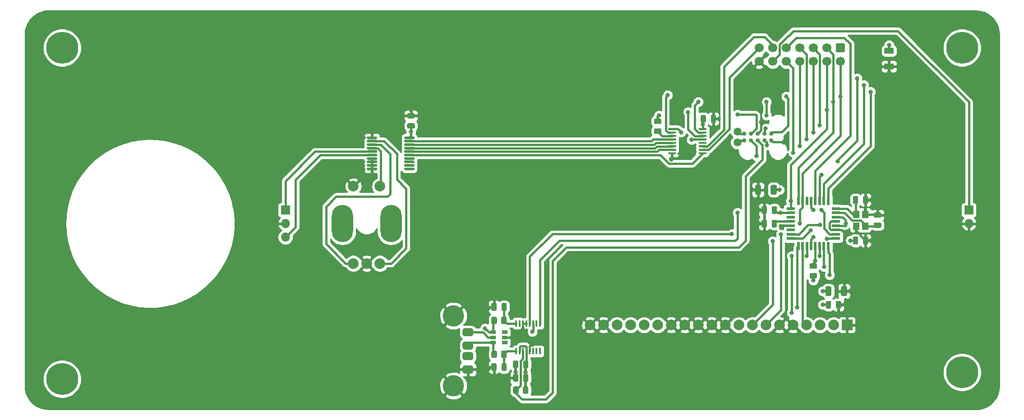
<source format=gbr>
%TF.GenerationSoftware,KiCad,Pcbnew,(5.1.8-0-10_14)*%
%TF.CreationDate,2021-12-04T19:42:54-08:00*%
%TF.ProjectId,Control,436f6e74-726f-46c2-9e6b-696361645f70,rev?*%
%TF.SameCoordinates,Original*%
%TF.FileFunction,Copper,L1,Top*%
%TF.FilePolarity,Positive*%
%FSLAX46Y46*%
G04 Gerber Fmt 4.6, Leading zero omitted, Abs format (unit mm)*
G04 Created by KiCad (PCBNEW (5.1.8-0-10_14)) date 2021-12-04 19:42:54*
%MOMM*%
%LPD*%
G01*
G04 APERTURE LIST*
%TA.AperFunction,ComponentPad*%
%ADD10O,4.000000X7.000000*%
%TD*%
%TA.AperFunction,ComponentPad*%
%ADD11C,2.000000*%
%TD*%
%TA.AperFunction,ComponentPad*%
%ADD12C,0.800000*%
%TD*%
%TA.AperFunction,ComponentPad*%
%ADD13C,6.000000*%
%TD*%
%TA.AperFunction,ComponentPad*%
%ADD14C,4.000000*%
%TD*%
%TA.AperFunction,SMDPad,CuDef*%
%ADD15R,0.550000X1.600000*%
%TD*%
%TA.AperFunction,SMDPad,CuDef*%
%ADD16R,1.600000X0.550000*%
%TD*%
%TA.AperFunction,SMDPad,CuDef*%
%ADD17R,1.200000X1.400000*%
%TD*%
%TA.AperFunction,SMDPad,CuDef*%
%ADD18R,1.060000X0.650000*%
%TD*%
%TA.AperFunction,SMDPad,CuDef*%
%ADD19R,0.400000X1.200000*%
%TD*%
%TA.AperFunction,ComponentPad*%
%ADD20O,1.700000X1.700000*%
%TD*%
%TA.AperFunction,ComponentPad*%
%ADD21R,1.700000X1.700000*%
%TD*%
%TA.AperFunction,ComponentPad*%
%ADD22C,1.700000*%
%TD*%
%TA.AperFunction,ComponentPad*%
%ADD23C,1.485900*%
%TD*%
%TA.AperFunction,ComponentPad*%
%ADD24R,2.000000X2.000000*%
%TD*%
%TA.AperFunction,ViaPad*%
%ADD25C,0.800000*%
%TD*%
%TA.AperFunction,Conductor*%
%ADD26C,0.381000*%
%TD*%
%TA.AperFunction,Conductor*%
%ADD27C,0.508000*%
%TD*%
%TA.AperFunction,Conductor*%
%ADD28C,0.254000*%
%TD*%
%TA.AperFunction,Conductor*%
%ADD29C,0.100000*%
%TD*%
G04 APERTURE END LIST*
D10*
%TO.P,SW1,MP*%
%TO.N,N/C*%
X112290000Y-101600000D03*
X121390000Y-101600000D03*
D11*
%TO.P,SW1,S2*%
%TO.N,GND*%
X114340000Y-94600000D03*
%TO.P,SW1,S1*%
%TO.N,ENC_SEL_SW*%
X119340000Y-94600000D03*
%TO.P,SW1,A*%
%TO.N,ENC_A_SW*%
X119340000Y-109100000D03*
%TO.P,SW1,B*%
%TO.N,ENC_B_SW*%
X114340000Y-109100000D03*
%TO.P,SW1,C*%
%TO.N,GND*%
X116840000Y-109100000D03*
%TD*%
D12*
%TO.P,H4,1*%
%TO.N,Net-(H4-Pad1)*%
X230190990Y-127949010D03*
X228600000Y-127290000D03*
X227009010Y-127949010D03*
X226350000Y-129540000D03*
X227009010Y-131130990D03*
X228600000Y-131790000D03*
X230190990Y-131130990D03*
X230850000Y-129540000D03*
D13*
X228600000Y-129540000D03*
%TD*%
D12*
%TO.P,H3,1*%
%TO.N,Net-(H3-Pad1)*%
X61280990Y-129219010D03*
X59690000Y-128560000D03*
X58099010Y-129219010D03*
X57440000Y-130810000D03*
X58099010Y-132400990D03*
X59690000Y-133060000D03*
X61280990Y-132400990D03*
X61940000Y-130810000D03*
D13*
X59690000Y-130810000D03*
%TD*%
D12*
%TO.P,H2,1*%
%TO.N,Net-(H2-Pad1)*%
X230190990Y-66989010D03*
X228600000Y-66330000D03*
X227009010Y-66989010D03*
X226350000Y-68580000D03*
X227009010Y-70170990D03*
X228600000Y-70830000D03*
X230190990Y-70170990D03*
X230850000Y-68580000D03*
D13*
X228600000Y-68580000D03*
%TD*%
D12*
%TO.P,H1,1*%
%TO.N,Net-(H1-Pad1)*%
X61280990Y-66989010D03*
X59690000Y-66330000D03*
X58099010Y-66989010D03*
X57440000Y-68580000D03*
X58099010Y-70170990D03*
X59690000Y-70830000D03*
X61280990Y-70170990D03*
X61940000Y-68580000D03*
D13*
X59690000Y-68580000D03*
%TD*%
D14*
%TO.P,USB1,5*%
%TO.N,GND*%
X133134000Y-118943000D03*
X133134000Y-132083000D03*
%TO.P,USB1,4*%
%TA.AperFunction,ComponentPad*%
G36*
G01*
X135219000Y-128263000D02*
X136469000Y-128263000D01*
G75*
G02*
X136844000Y-128638000I0J-375000D01*
G01*
X136844000Y-129388000D01*
G75*
G02*
X136469000Y-129763000I-375000J0D01*
G01*
X135219000Y-129763000D01*
G75*
G02*
X134844000Y-129388000I0J375000D01*
G01*
X134844000Y-128638000D01*
G75*
G02*
X135219000Y-128263000I375000J0D01*
G01*
G37*
%TD.AperFunction*%
%TO.P,USB1,3*%
%TO.N,Net-(R6-Pad1)*%
%TA.AperFunction,ComponentPad*%
G36*
G01*
X135219000Y-125763000D02*
X136469000Y-125763000D01*
G75*
G02*
X136844000Y-126138000I0J-375000D01*
G01*
X136844000Y-126888000D01*
G75*
G02*
X136469000Y-127263000I-375000J0D01*
G01*
X135219000Y-127263000D01*
G75*
G02*
X134844000Y-126888000I0J375000D01*
G01*
X134844000Y-126138000D01*
G75*
G02*
X135219000Y-125763000I375000J0D01*
G01*
G37*
%TD.AperFunction*%
%TO.P,USB1,2*%
%TO.N,Net-(R7-Pad1)*%
%TA.AperFunction,ComponentPad*%
G36*
G01*
X135219000Y-123763000D02*
X136469000Y-123763000D01*
G75*
G02*
X136844000Y-124138000I0J-375000D01*
G01*
X136844000Y-124888000D01*
G75*
G02*
X136469000Y-125263000I-375000J0D01*
G01*
X135219000Y-125263000D01*
G75*
G02*
X134844000Y-124888000I0J375000D01*
G01*
X134844000Y-124138000D01*
G75*
G02*
X135219000Y-123763000I375000J0D01*
G01*
G37*
%TD.AperFunction*%
%TO.P,USB1,1*%
%TO.N,Net-(U5-Pad5)*%
%TA.AperFunction,ComponentPad*%
G36*
G01*
X135219000Y-121263000D02*
X136469000Y-121263000D01*
G75*
G02*
X136844000Y-121638000I0J-375000D01*
G01*
X136844000Y-122388000D01*
G75*
G02*
X136469000Y-122763000I-375000J0D01*
G01*
X135219000Y-122763000D01*
G75*
G02*
X134844000Y-122388000I0J375000D01*
G01*
X134844000Y-121638000D01*
G75*
G02*
X135219000Y-121263000I375000J0D01*
G01*
G37*
%TD.AperFunction*%
%TD*%
%TO.P,C10,2*%
%TO.N,+3V0*%
%TA.AperFunction,SMDPad,CuDef*%
G36*
G01*
X124685000Y-82746000D02*
X125635000Y-82746000D01*
G75*
G02*
X125885000Y-82996000I0J-250000D01*
G01*
X125885000Y-83496000D01*
G75*
G02*
X125635000Y-83746000I-250000J0D01*
G01*
X124685000Y-83746000D01*
G75*
G02*
X124435000Y-83496000I0J250000D01*
G01*
X124435000Y-82996000D01*
G75*
G02*
X124685000Y-82746000I250000J0D01*
G01*
G37*
%TD.AperFunction*%
%TO.P,C10,1*%
%TO.N,GND*%
%TA.AperFunction,SMDPad,CuDef*%
G36*
G01*
X124685000Y-80846000D02*
X125635000Y-80846000D01*
G75*
G02*
X125885000Y-81096000I0J-250000D01*
G01*
X125885000Y-81596000D01*
G75*
G02*
X125635000Y-81846000I-250000J0D01*
G01*
X124685000Y-81846000D01*
G75*
G02*
X124435000Y-81596000I0J250000D01*
G01*
X124435000Y-81096000D01*
G75*
G02*
X124685000Y-80846000I250000J0D01*
G01*
G37*
%TD.AperFunction*%
%TD*%
%TO.P,U3,20*%
%TO.N,+3V0*%
%TA.AperFunction,SMDPad,CuDef*%
G36*
G01*
X123900000Y-85592000D02*
X123900000Y-85342000D01*
G75*
G02*
X124025000Y-85217000I125000J0D01*
G01*
X125675000Y-85217000D01*
G75*
G02*
X125800000Y-85342000I0J-125000D01*
G01*
X125800000Y-85592000D01*
G75*
G02*
X125675000Y-85717000I-125000J0D01*
G01*
X124025000Y-85717000D01*
G75*
G02*
X123900000Y-85592000I0J125000D01*
G01*
G37*
%TD.AperFunction*%
%TO.P,U3,19*%
%TO.N,ENC_A*%
%TA.AperFunction,SMDPad,CuDef*%
G36*
G01*
X123900000Y-86242000D02*
X123900000Y-85992000D01*
G75*
G02*
X124025000Y-85867000I125000J0D01*
G01*
X125675000Y-85867000D01*
G75*
G02*
X125800000Y-85992000I0J-125000D01*
G01*
X125800000Y-86242000D01*
G75*
G02*
X125675000Y-86367000I-125000J0D01*
G01*
X124025000Y-86367000D01*
G75*
G02*
X123900000Y-86242000I0J125000D01*
G01*
G37*
%TD.AperFunction*%
%TO.P,U3,18*%
%TO.N,ENC_B*%
%TA.AperFunction,SMDPad,CuDef*%
G36*
G01*
X123900000Y-86892000D02*
X123900000Y-86642000D01*
G75*
G02*
X124025000Y-86517000I125000J0D01*
G01*
X125675000Y-86517000D01*
G75*
G02*
X125800000Y-86642000I0J-125000D01*
G01*
X125800000Y-86892000D01*
G75*
G02*
X125675000Y-87017000I-125000J0D01*
G01*
X124025000Y-87017000D01*
G75*
G02*
X123900000Y-86892000I0J125000D01*
G01*
G37*
%TD.AperFunction*%
%TO.P,U3,17*%
%TO.N,ENC_SEL*%
%TA.AperFunction,SMDPad,CuDef*%
G36*
G01*
X123900000Y-87542000D02*
X123900000Y-87292000D01*
G75*
G02*
X124025000Y-87167000I125000J0D01*
G01*
X125675000Y-87167000D01*
G75*
G02*
X125800000Y-87292000I0J-125000D01*
G01*
X125800000Y-87542000D01*
G75*
G02*
X125675000Y-87667000I-125000J0D01*
G01*
X124025000Y-87667000D01*
G75*
G02*
X123900000Y-87542000I0J125000D01*
G01*
G37*
%TD.AperFunction*%
%TO.P,U3,16*%
%TO.N,FIRE_MOM*%
%TA.AperFunction,SMDPad,CuDef*%
G36*
G01*
X123900000Y-88192000D02*
X123900000Y-87942000D01*
G75*
G02*
X124025000Y-87817000I125000J0D01*
G01*
X125675000Y-87817000D01*
G75*
G02*
X125800000Y-87942000I0J-125000D01*
G01*
X125800000Y-88192000D01*
G75*
G02*
X125675000Y-88317000I-125000J0D01*
G01*
X124025000Y-88317000D01*
G75*
G02*
X123900000Y-88192000I0J125000D01*
G01*
G37*
%TD.AperFunction*%
%TO.P,U3,15*%
%TO.N,FIRE_LATCH*%
%TA.AperFunction,SMDPad,CuDef*%
G36*
G01*
X123900000Y-88842000D02*
X123900000Y-88592000D01*
G75*
G02*
X124025000Y-88467000I125000J0D01*
G01*
X125675000Y-88467000D01*
G75*
G02*
X125800000Y-88592000I0J-125000D01*
G01*
X125800000Y-88842000D01*
G75*
G02*
X125675000Y-88967000I-125000J0D01*
G01*
X124025000Y-88967000D01*
G75*
G02*
X123900000Y-88842000I0J125000D01*
G01*
G37*
%TD.AperFunction*%
%TO.P,U3,14*%
%TO.N,N/C*%
%TA.AperFunction,SMDPad,CuDef*%
G36*
G01*
X123900000Y-89492000D02*
X123900000Y-89242000D01*
G75*
G02*
X124025000Y-89117000I125000J0D01*
G01*
X125675000Y-89117000D01*
G75*
G02*
X125800000Y-89242000I0J-125000D01*
G01*
X125800000Y-89492000D01*
G75*
G02*
X125675000Y-89617000I-125000J0D01*
G01*
X124025000Y-89617000D01*
G75*
G02*
X123900000Y-89492000I0J125000D01*
G01*
G37*
%TD.AperFunction*%
%TO.P,U3,13*%
%TA.AperFunction,SMDPad,CuDef*%
G36*
G01*
X123900000Y-90142000D02*
X123900000Y-89892000D01*
G75*
G02*
X124025000Y-89767000I125000J0D01*
G01*
X125675000Y-89767000D01*
G75*
G02*
X125800000Y-89892000I0J-125000D01*
G01*
X125800000Y-90142000D01*
G75*
G02*
X125675000Y-90267000I-125000J0D01*
G01*
X124025000Y-90267000D01*
G75*
G02*
X123900000Y-90142000I0J125000D01*
G01*
G37*
%TD.AperFunction*%
%TO.P,U3,12*%
%TA.AperFunction,SMDPad,CuDef*%
G36*
G01*
X123900000Y-90792000D02*
X123900000Y-90542000D01*
G75*
G02*
X124025000Y-90417000I125000J0D01*
G01*
X125675000Y-90417000D01*
G75*
G02*
X125800000Y-90542000I0J-125000D01*
G01*
X125800000Y-90792000D01*
G75*
G02*
X125675000Y-90917000I-125000J0D01*
G01*
X124025000Y-90917000D01*
G75*
G02*
X123900000Y-90792000I0J125000D01*
G01*
G37*
%TD.AperFunction*%
%TO.P,U3,11*%
%TA.AperFunction,SMDPad,CuDef*%
G36*
G01*
X123900000Y-91442000D02*
X123900000Y-91192000D01*
G75*
G02*
X124025000Y-91067000I125000J0D01*
G01*
X125675000Y-91067000D01*
G75*
G02*
X125800000Y-91192000I0J-125000D01*
G01*
X125800000Y-91442000D01*
G75*
G02*
X125675000Y-91567000I-125000J0D01*
G01*
X124025000Y-91567000D01*
G75*
G02*
X123900000Y-91442000I0J125000D01*
G01*
G37*
%TD.AperFunction*%
%TO.P,U3,10*%
%TO.N,GND*%
%TA.AperFunction,SMDPad,CuDef*%
G36*
G01*
X116900000Y-91442000D02*
X116900000Y-91192000D01*
G75*
G02*
X117025000Y-91067000I125000J0D01*
G01*
X118675000Y-91067000D01*
G75*
G02*
X118800000Y-91192000I0J-125000D01*
G01*
X118800000Y-91442000D01*
G75*
G02*
X118675000Y-91567000I-125000J0D01*
G01*
X117025000Y-91567000D01*
G75*
G02*
X116900000Y-91442000I0J125000D01*
G01*
G37*
%TD.AperFunction*%
%TO.P,U3,9*%
%TA.AperFunction,SMDPad,CuDef*%
G36*
G01*
X116900000Y-90792000D02*
X116900000Y-90542000D01*
G75*
G02*
X117025000Y-90417000I125000J0D01*
G01*
X118675000Y-90417000D01*
G75*
G02*
X118800000Y-90542000I0J-125000D01*
G01*
X118800000Y-90792000D01*
G75*
G02*
X118675000Y-90917000I-125000J0D01*
G01*
X117025000Y-90917000D01*
G75*
G02*
X116900000Y-90792000I0J125000D01*
G01*
G37*
%TD.AperFunction*%
%TO.P,U3,8*%
%TA.AperFunction,SMDPad,CuDef*%
G36*
G01*
X116900000Y-90142000D02*
X116900000Y-89892000D01*
G75*
G02*
X117025000Y-89767000I125000J0D01*
G01*
X118675000Y-89767000D01*
G75*
G02*
X118800000Y-89892000I0J-125000D01*
G01*
X118800000Y-90142000D01*
G75*
G02*
X118675000Y-90267000I-125000J0D01*
G01*
X117025000Y-90267000D01*
G75*
G02*
X116900000Y-90142000I0J125000D01*
G01*
G37*
%TD.AperFunction*%
%TO.P,U3,7*%
%TA.AperFunction,SMDPad,CuDef*%
G36*
G01*
X116900000Y-89492000D02*
X116900000Y-89242000D01*
G75*
G02*
X117025000Y-89117000I125000J0D01*
G01*
X118675000Y-89117000D01*
G75*
G02*
X118800000Y-89242000I0J-125000D01*
G01*
X118800000Y-89492000D01*
G75*
G02*
X118675000Y-89617000I-125000J0D01*
G01*
X117025000Y-89617000D01*
G75*
G02*
X116900000Y-89492000I0J125000D01*
G01*
G37*
%TD.AperFunction*%
%TO.P,U3,6*%
%TO.N,FIRE_LATCH_SW*%
%TA.AperFunction,SMDPad,CuDef*%
G36*
G01*
X116900000Y-88842000D02*
X116900000Y-88592000D01*
G75*
G02*
X117025000Y-88467000I125000J0D01*
G01*
X118675000Y-88467000D01*
G75*
G02*
X118800000Y-88592000I0J-125000D01*
G01*
X118800000Y-88842000D01*
G75*
G02*
X118675000Y-88967000I-125000J0D01*
G01*
X117025000Y-88967000D01*
G75*
G02*
X116900000Y-88842000I0J125000D01*
G01*
G37*
%TD.AperFunction*%
%TO.P,U3,5*%
%TO.N,FIRE_MOM_SW*%
%TA.AperFunction,SMDPad,CuDef*%
G36*
G01*
X116900000Y-88192000D02*
X116900000Y-87942000D01*
G75*
G02*
X117025000Y-87817000I125000J0D01*
G01*
X118675000Y-87817000D01*
G75*
G02*
X118800000Y-87942000I0J-125000D01*
G01*
X118800000Y-88192000D01*
G75*
G02*
X118675000Y-88317000I-125000J0D01*
G01*
X117025000Y-88317000D01*
G75*
G02*
X116900000Y-88192000I0J125000D01*
G01*
G37*
%TD.AperFunction*%
%TO.P,U3,4*%
%TO.N,ENC_SEL_SW*%
%TA.AperFunction,SMDPad,CuDef*%
G36*
G01*
X116900000Y-87542000D02*
X116900000Y-87292000D01*
G75*
G02*
X117025000Y-87167000I125000J0D01*
G01*
X118675000Y-87167000D01*
G75*
G02*
X118800000Y-87292000I0J-125000D01*
G01*
X118800000Y-87542000D01*
G75*
G02*
X118675000Y-87667000I-125000J0D01*
G01*
X117025000Y-87667000D01*
G75*
G02*
X116900000Y-87542000I0J125000D01*
G01*
G37*
%TD.AperFunction*%
%TO.P,U3,3*%
%TO.N,ENC_B_SW*%
%TA.AperFunction,SMDPad,CuDef*%
G36*
G01*
X116900000Y-86892000D02*
X116900000Y-86642000D01*
G75*
G02*
X117025000Y-86517000I125000J0D01*
G01*
X118675000Y-86517000D01*
G75*
G02*
X118800000Y-86642000I0J-125000D01*
G01*
X118800000Y-86892000D01*
G75*
G02*
X118675000Y-87017000I-125000J0D01*
G01*
X117025000Y-87017000D01*
G75*
G02*
X116900000Y-86892000I0J125000D01*
G01*
G37*
%TD.AperFunction*%
%TO.P,U3,2*%
%TO.N,ENC_A_SW*%
%TA.AperFunction,SMDPad,CuDef*%
G36*
G01*
X116900000Y-86242000D02*
X116900000Y-85992000D01*
G75*
G02*
X117025000Y-85867000I125000J0D01*
G01*
X118675000Y-85867000D01*
G75*
G02*
X118800000Y-85992000I0J-125000D01*
G01*
X118800000Y-86242000D01*
G75*
G02*
X118675000Y-86367000I-125000J0D01*
G01*
X117025000Y-86367000D01*
G75*
G02*
X116900000Y-86242000I0J125000D01*
G01*
G37*
%TD.AperFunction*%
%TO.P,U3,1*%
%TO.N,GND*%
%TA.AperFunction,SMDPad,CuDef*%
G36*
G01*
X116900000Y-85592000D02*
X116900000Y-85342000D01*
G75*
G02*
X117025000Y-85217000I125000J0D01*
G01*
X118675000Y-85217000D01*
G75*
G02*
X118800000Y-85342000I0J-125000D01*
G01*
X118800000Y-85592000D01*
G75*
G02*
X118675000Y-85717000I-125000J0D01*
G01*
X117025000Y-85717000D01*
G75*
G02*
X116900000Y-85592000I0J125000D01*
G01*
G37*
%TD.AperFunction*%
%TD*%
%TO.P,C15,2*%
%TO.N,GND*%
%TA.AperFunction,SMDPad,CuDef*%
G36*
G01*
X210000000Y-105250000D02*
X210000000Y-104300000D01*
G75*
G02*
X210250000Y-104050000I250000J0D01*
G01*
X210750000Y-104050000D01*
G75*
G02*
X211000000Y-104300000I0J-250000D01*
G01*
X211000000Y-105250000D01*
G75*
G02*
X210750000Y-105500000I-250000J0D01*
G01*
X210250000Y-105500000D01*
G75*
G02*
X210000000Y-105250000I0J250000D01*
G01*
G37*
%TD.AperFunction*%
%TO.P,C15,1*%
%TO.N,+3V0*%
%TA.AperFunction,SMDPad,CuDef*%
G36*
G01*
X208100000Y-105250000D02*
X208100000Y-104300000D01*
G75*
G02*
X208350000Y-104050000I250000J0D01*
G01*
X208850000Y-104050000D01*
G75*
G02*
X209100000Y-104300000I0J-250000D01*
G01*
X209100000Y-105250000D01*
G75*
G02*
X208850000Y-105500000I-250000J0D01*
G01*
X208350000Y-105500000D01*
G75*
G02*
X208100000Y-105250000I0J250000D01*
G01*
G37*
%TD.AperFunction*%
%TD*%
D15*
%TO.P,U4,32*%
%TO.N,CS_BUTTONS*%
X203460000Y-105850000D03*
%TO.P,U4,31*%
%TO.N,TXD*%
X202660000Y-105850000D03*
%TO.P,U4,30*%
%TO.N,RXD*%
X201860000Y-105850000D03*
%TO.P,U4,29*%
%TO.N,RESET*%
X201060000Y-105850000D03*
%TO.P,U4,28*%
%TO.N,TEC_ENABLE*%
X200260000Y-105850000D03*
%TO.P,U4,27*%
%TO.N,DISP_RES*%
X199460000Y-105850000D03*
%TO.P,U4,26*%
%TO.N,DISP_DC*%
X198660000Y-105850000D03*
%TO.P,U4,25*%
%TO.N,DISP_CS*%
X197860000Y-105850000D03*
D16*
%TO.P,U4,24*%
%TO.N,RST_LASER*%
X196410000Y-104400000D03*
%TO.P,U4,23*%
%TO.N,CS_LASER*%
X196410000Y-103600000D03*
%TO.P,U4,22*%
%TO.N,N/C*%
X196410000Y-102800000D03*
%TO.P,U4,21*%
%TO.N,GND*%
X196410000Y-102000000D03*
%TO.P,U4,20*%
%TO.N,Net-(C9-Pad1)*%
X196410000Y-101200000D03*
%TO.P,U4,19*%
%TO.N,N/C*%
X196410000Y-100400000D03*
%TO.P,U4,18*%
%TO.N,+3V0*%
X196410000Y-99600000D03*
%TO.P,U4,17*%
%TO.N,SCK*%
X196410000Y-98800000D03*
D15*
%TO.P,U4,16*%
%TO.N,MISO*%
X197860000Y-97350000D03*
%TO.P,U4,15*%
%TO.N,MOSI*%
X198660000Y-97350000D03*
%TO.P,U4,14*%
%TO.N,N/C*%
X199460000Y-97350000D03*
%TO.P,U4,13*%
%TO.N,CS_TEC_SET*%
X200260000Y-97350000D03*
%TO.P,U4,12*%
%TO.N,CS_TEC_READ*%
X201060000Y-97350000D03*
%TO.P,U4,11*%
%TO.N,BUTTON_IRQ*%
X201860000Y-97350000D03*
%TO.P,U4,10*%
%TO.N,LED_B*%
X202660000Y-97350000D03*
%TO.P,U4,9*%
%TO.N,LED_G*%
X203460000Y-97350000D03*
D16*
%TO.P,U4,8*%
%TO.N,XTAL2*%
X204910000Y-98800000D03*
%TO.P,U4,7*%
%TO.N,XTAL1*%
X204910000Y-99600000D03*
%TO.P,U4,6*%
%TO.N,+3V0*%
X204910000Y-100400000D03*
%TO.P,U4,5*%
%TO.N,GND*%
X204910000Y-101200000D03*
%TO.P,U4,4*%
%TO.N,+3V0*%
X204910000Y-102000000D03*
%TO.P,U4,3*%
%TO.N,GND*%
X204910000Y-102800000D03*
%TO.P,U4,2*%
%TO.N,TMP_LASER*%
X204910000Y-103600000D03*
%TO.P,U4,1*%
%TO.N,LED_R*%
X204910000Y-104400000D03*
%TD*%
D17*
%TO.P,Y1,4*%
%TO.N,GND*%
X208700000Y-102065000D03*
%TO.P,Y1,3*%
%TO.N,XTAL2*%
X208700000Y-99865000D03*
%TO.P,Y1,2*%
%TO.N,GND*%
X210400000Y-99865000D03*
%TO.P,Y1,1*%
%TO.N,XTAL1*%
X210400000Y-102065000D03*
%TD*%
D18*
%TO.P,U5,5*%
%TO.N,Net-(U5-Pad5)*%
X140586000Y-122973000D03*
%TO.P,U5,6*%
%TO.N,Net-(R7-Pad1)*%
X140586000Y-123923000D03*
%TO.P,U5,4*%
%TO.N,Net-(R6-Pad1)*%
X140586000Y-122023000D03*
%TO.P,U5,3*%
%TO.N,N/C*%
X142786000Y-122023000D03*
%TO.P,U5,2*%
%TO.N,GND*%
X142786000Y-122973000D03*
%TO.P,U5,1*%
%TO.N,N/C*%
X142786000Y-123923000D03*
%TD*%
D19*
%TO.P,U2,16*%
%TO.N,N/C*%
X149369500Y-125573000D03*
%TO.P,U2,15*%
X148734500Y-125573000D03*
%TO.P,U2,14*%
X148099500Y-125573000D03*
%TO.P,U2,13*%
%TO.N,GND*%
X147464500Y-125573000D03*
%TO.P,U2,12*%
%TO.N,+3V0*%
X146829500Y-125573000D03*
%TO.P,U2,11*%
%TO.N,ISP*%
X146194500Y-125573000D03*
%TO.P,U2,10*%
%TO.N,+3V0*%
X145559500Y-125573000D03*
%TO.P,U2,9*%
%TO.N,USBD_N*%
X144924500Y-125573000D03*
%TO.P,U2,8*%
%TO.N,USBD_P*%
X144924500Y-120373000D03*
%TO.P,U2,7*%
%TO.N,N/C*%
X145559500Y-120373000D03*
%TO.P,U2,6*%
%TO.N,GND*%
X146194500Y-120373000D03*
%TO.P,U2,5*%
X146829500Y-120373000D03*
%TO.P,U2,4*%
%TO.N,TXD*%
X147464500Y-120373000D03*
%TO.P,U2,3*%
%TO.N,+3V0*%
X148099500Y-120373000D03*
%TO.P,U2,2*%
%TO.N,N/C*%
X148734500Y-120373000D03*
%TO.P,U2,1*%
%TO.N,RXD*%
X149369500Y-120373000D03*
%TD*%
%TO.P,U1,16*%
%TO.N,+3V0*%
%TA.AperFunction,SMDPad,CuDef*%
G36*
G01*
X179163000Y-83931000D02*
X179163000Y-83731000D01*
G75*
G02*
X179263000Y-83631000I100000J0D01*
G01*
X180538000Y-83631000D01*
G75*
G02*
X180638000Y-83731000I0J-100000D01*
G01*
X180638000Y-83931000D01*
G75*
G02*
X180538000Y-84031000I-100000J0D01*
G01*
X179263000Y-84031000D01*
G75*
G02*
X179163000Y-83931000I0J100000D01*
G01*
G37*
%TD.AperFunction*%
%TO.P,U1,15*%
%TO.N,MISO*%
%TA.AperFunction,SMDPad,CuDef*%
G36*
G01*
X179163000Y-84581000D02*
X179163000Y-84381000D01*
G75*
G02*
X179263000Y-84281000I100000J0D01*
G01*
X180538000Y-84281000D01*
G75*
G02*
X180638000Y-84381000I0J-100000D01*
G01*
X180638000Y-84581000D01*
G75*
G02*
X180538000Y-84681000I-100000J0D01*
G01*
X179263000Y-84681000D01*
G75*
G02*
X179163000Y-84581000I0J100000D01*
G01*
G37*
%TD.AperFunction*%
%TO.P,U1,14*%
%TO.N,SCK*%
%TA.AperFunction,SMDPad,CuDef*%
G36*
G01*
X179163000Y-85231000D02*
X179163000Y-85031000D01*
G75*
G02*
X179263000Y-84931000I100000J0D01*
G01*
X180538000Y-84931000D01*
G75*
G02*
X180638000Y-85031000I0J-100000D01*
G01*
X180638000Y-85231000D01*
G75*
G02*
X180538000Y-85331000I-100000J0D01*
G01*
X179263000Y-85331000D01*
G75*
G02*
X179163000Y-85231000I0J100000D01*
G01*
G37*
%TD.AperFunction*%
%TO.P,U1,13*%
%TO.N,BUTTON_IRQ*%
%TA.AperFunction,SMDPad,CuDef*%
G36*
G01*
X179163000Y-85881000D02*
X179163000Y-85681000D01*
G75*
G02*
X179263000Y-85581000I100000J0D01*
G01*
X180538000Y-85581000D01*
G75*
G02*
X180638000Y-85681000I0J-100000D01*
G01*
X180638000Y-85881000D01*
G75*
G02*
X180538000Y-85981000I-100000J0D01*
G01*
X179263000Y-85981000D01*
G75*
G02*
X179163000Y-85881000I0J100000D01*
G01*
G37*
%TD.AperFunction*%
%TO.P,U1,12*%
%TO.N,N/C*%
%TA.AperFunction,SMDPad,CuDef*%
G36*
G01*
X179163000Y-86531000D02*
X179163000Y-86331000D01*
G75*
G02*
X179263000Y-86231000I100000J0D01*
G01*
X180538000Y-86231000D01*
G75*
G02*
X180638000Y-86331000I0J-100000D01*
G01*
X180638000Y-86531000D01*
G75*
G02*
X180538000Y-86631000I-100000J0D01*
G01*
X179263000Y-86631000D01*
G75*
G02*
X179163000Y-86531000I0J100000D01*
G01*
G37*
%TD.AperFunction*%
%TO.P,U1,11*%
%TO.N,CS_CHARGE*%
%TA.AperFunction,SMDPad,CuDef*%
G36*
G01*
X179163000Y-87181000D02*
X179163000Y-86981000D01*
G75*
G02*
X179263000Y-86881000I100000J0D01*
G01*
X180538000Y-86881000D01*
G75*
G02*
X180638000Y-86981000I0J-100000D01*
G01*
X180638000Y-87181000D01*
G75*
G02*
X180538000Y-87281000I-100000J0D01*
G01*
X179263000Y-87281000D01*
G75*
G02*
X179163000Y-87181000I0J100000D01*
G01*
G37*
%TD.AperFunction*%
%TO.P,U1,10*%
%TO.N,INTERLOCK_EN*%
%TA.AperFunction,SMDPad,CuDef*%
G36*
G01*
X179163000Y-87831000D02*
X179163000Y-87631000D01*
G75*
G02*
X179263000Y-87531000I100000J0D01*
G01*
X180538000Y-87531000D01*
G75*
G02*
X180638000Y-87631000I0J-100000D01*
G01*
X180638000Y-87831000D01*
G75*
G02*
X180538000Y-87931000I-100000J0D01*
G01*
X179263000Y-87931000D01*
G75*
G02*
X179163000Y-87831000I0J100000D01*
G01*
G37*
%TD.AperFunction*%
%TO.P,U1,9*%
%TO.N,FIRE_LATCH*%
%TA.AperFunction,SMDPad,CuDef*%
G36*
G01*
X179163000Y-88481000D02*
X179163000Y-88281000D01*
G75*
G02*
X179263000Y-88181000I100000J0D01*
G01*
X180538000Y-88181000D01*
G75*
G02*
X180638000Y-88281000I0J-100000D01*
G01*
X180638000Y-88481000D01*
G75*
G02*
X180538000Y-88581000I-100000J0D01*
G01*
X179263000Y-88581000D01*
G75*
G02*
X179163000Y-88481000I0J100000D01*
G01*
G37*
%TD.AperFunction*%
%TO.P,U1,8*%
%TO.N,GND*%
%TA.AperFunction,SMDPad,CuDef*%
G36*
G01*
X173438000Y-88481000D02*
X173438000Y-88281000D01*
G75*
G02*
X173538000Y-88181000I100000J0D01*
G01*
X174813000Y-88181000D01*
G75*
G02*
X174913000Y-88281000I0J-100000D01*
G01*
X174913000Y-88481000D01*
G75*
G02*
X174813000Y-88581000I-100000J0D01*
G01*
X173538000Y-88581000D01*
G75*
G02*
X173438000Y-88481000I0J100000D01*
G01*
G37*
%TD.AperFunction*%
%TO.P,U1,7*%
%TO.N,FIRE_MOM*%
%TA.AperFunction,SMDPad,CuDef*%
G36*
G01*
X173438000Y-87831000D02*
X173438000Y-87631000D01*
G75*
G02*
X173538000Y-87531000I100000J0D01*
G01*
X174813000Y-87531000D01*
G75*
G02*
X174913000Y-87631000I0J-100000D01*
G01*
X174913000Y-87831000D01*
G75*
G02*
X174813000Y-87931000I-100000J0D01*
G01*
X173538000Y-87931000D01*
G75*
G02*
X173438000Y-87831000I0J100000D01*
G01*
G37*
%TD.AperFunction*%
%TO.P,U1,6*%
%TO.N,ENC_SEL*%
%TA.AperFunction,SMDPad,CuDef*%
G36*
G01*
X173438000Y-87181000D02*
X173438000Y-86981000D01*
G75*
G02*
X173538000Y-86881000I100000J0D01*
G01*
X174813000Y-86881000D01*
G75*
G02*
X174913000Y-86981000I0J-100000D01*
G01*
X174913000Y-87181000D01*
G75*
G02*
X174813000Y-87281000I-100000J0D01*
G01*
X173538000Y-87281000D01*
G75*
G02*
X173438000Y-87181000I0J100000D01*
G01*
G37*
%TD.AperFunction*%
%TO.P,U1,5*%
%TO.N,ENC_B*%
%TA.AperFunction,SMDPad,CuDef*%
G36*
G01*
X173438000Y-86531000D02*
X173438000Y-86331000D01*
G75*
G02*
X173538000Y-86231000I100000J0D01*
G01*
X174813000Y-86231000D01*
G75*
G02*
X174913000Y-86331000I0J-100000D01*
G01*
X174913000Y-86531000D01*
G75*
G02*
X174813000Y-86631000I-100000J0D01*
G01*
X173538000Y-86631000D01*
G75*
G02*
X173438000Y-86531000I0J100000D01*
G01*
G37*
%TD.AperFunction*%
%TO.P,U1,4*%
%TO.N,ENC_A*%
%TA.AperFunction,SMDPad,CuDef*%
G36*
G01*
X173438000Y-85881000D02*
X173438000Y-85681000D01*
G75*
G02*
X173538000Y-85581000I100000J0D01*
G01*
X174813000Y-85581000D01*
G75*
G02*
X174913000Y-85681000I0J-100000D01*
G01*
X174913000Y-85881000D01*
G75*
G02*
X174813000Y-85981000I-100000J0D01*
G01*
X173538000Y-85981000D01*
G75*
G02*
X173438000Y-85881000I0J100000D01*
G01*
G37*
%TD.AperFunction*%
%TO.P,U1,3*%
%TO.N,Net-(R1-Pad1)*%
%TA.AperFunction,SMDPad,CuDef*%
G36*
G01*
X173438000Y-85231000D02*
X173438000Y-85031000D01*
G75*
G02*
X173538000Y-84931000I100000J0D01*
G01*
X174813000Y-84931000D01*
G75*
G02*
X174913000Y-85031000I0J-100000D01*
G01*
X174913000Y-85231000D01*
G75*
G02*
X174813000Y-85331000I-100000J0D01*
G01*
X173538000Y-85331000D01*
G75*
G02*
X173438000Y-85231000I0J100000D01*
G01*
G37*
%TD.AperFunction*%
%TO.P,U1,2*%
%TO.N,MOSI*%
%TA.AperFunction,SMDPad,CuDef*%
G36*
G01*
X173438000Y-84581000D02*
X173438000Y-84381000D01*
G75*
G02*
X173538000Y-84281000I100000J0D01*
G01*
X174813000Y-84281000D01*
G75*
G02*
X174913000Y-84381000I0J-100000D01*
G01*
X174913000Y-84581000D01*
G75*
G02*
X174813000Y-84681000I-100000J0D01*
G01*
X173538000Y-84681000D01*
G75*
G02*
X173438000Y-84581000I0J100000D01*
G01*
G37*
%TD.AperFunction*%
%TO.P,U1,1*%
%TO.N,CS_BUTTONS*%
%TA.AperFunction,SMDPad,CuDef*%
G36*
G01*
X173438000Y-83931000D02*
X173438000Y-83731000D01*
G75*
G02*
X173538000Y-83631000I100000J0D01*
G01*
X174813000Y-83631000D01*
G75*
G02*
X174913000Y-83731000I0J-100000D01*
G01*
X174913000Y-83931000D01*
G75*
G02*
X174813000Y-84031000I-100000J0D01*
G01*
X173538000Y-84031000D01*
G75*
G02*
X173438000Y-83931000I0J100000D01*
G01*
G37*
%TD.AperFunction*%
%TD*%
D20*
%TO.P,SW3,3*%
%TO.N,FIRE_LATCH_SW*%
X101600000Y-104140000D03*
%TO.P,SW3,2*%
%TO.N,GND*%
X101600000Y-101600000D03*
D21*
%TO.P,SW3,1*%
%TO.N,FIRE_MOM_SW*%
X101600000Y-99060000D03*
%TD*%
D20*
%TO.P,SW2,2*%
%TO.N,GND*%
X229870000Y-101600000D03*
D21*
%TO.P,SW2,1*%
%TO.N,INTERLOCK_SW*%
X229870000Y-99060000D03*
%TD*%
%TO.P,R7,2*%
%TO.N,USBD_N*%
%TA.AperFunction,SMDPad,CuDef*%
G36*
G01*
X142086000Y-126598001D02*
X142086000Y-125697999D01*
G75*
G02*
X142335999Y-125448000I249999J0D01*
G01*
X142861001Y-125448000D01*
G75*
G02*
X143111000Y-125697999I0J-249999D01*
G01*
X143111000Y-126598001D01*
G75*
G02*
X142861001Y-126848000I-249999J0D01*
G01*
X142335999Y-126848000D01*
G75*
G02*
X142086000Y-126598001I0J249999D01*
G01*
G37*
%TD.AperFunction*%
%TO.P,R7,1*%
%TO.N,Net-(R7-Pad1)*%
%TA.AperFunction,SMDPad,CuDef*%
G36*
G01*
X140261000Y-126598001D02*
X140261000Y-125697999D01*
G75*
G02*
X140510999Y-125448000I249999J0D01*
G01*
X141036001Y-125448000D01*
G75*
G02*
X141286000Y-125697999I0J-249999D01*
G01*
X141286000Y-126598001D01*
G75*
G02*
X141036001Y-126848000I-249999J0D01*
G01*
X140510999Y-126848000D01*
G75*
G02*
X140261000Y-126598001I0J249999D01*
G01*
G37*
%TD.AperFunction*%
%TD*%
%TO.P,R6,2*%
%TO.N,USBD_P*%
%TA.AperFunction,SMDPad,CuDef*%
G36*
G01*
X142086000Y-120248001D02*
X142086000Y-119347999D01*
G75*
G02*
X142335999Y-119098000I249999J0D01*
G01*
X142861001Y-119098000D01*
G75*
G02*
X143111000Y-119347999I0J-249999D01*
G01*
X143111000Y-120248001D01*
G75*
G02*
X142861001Y-120498000I-249999J0D01*
G01*
X142335999Y-120498000D01*
G75*
G02*
X142086000Y-120248001I0J249999D01*
G01*
G37*
%TD.AperFunction*%
%TO.P,R6,1*%
%TO.N,Net-(R6-Pad1)*%
%TA.AperFunction,SMDPad,CuDef*%
G36*
G01*
X140261000Y-120248001D02*
X140261000Y-119347999D01*
G75*
G02*
X140510999Y-119098000I249999J0D01*
G01*
X141036001Y-119098000D01*
G75*
G02*
X141286000Y-119347999I0J-249999D01*
G01*
X141286000Y-120248001D01*
G75*
G02*
X141036001Y-120498000I-249999J0D01*
G01*
X140510999Y-120498000D01*
G75*
G02*
X140261000Y-120248001I0J249999D01*
G01*
G37*
%TD.AperFunction*%
%TD*%
%TO.P,R3,2*%
%TO.N,RESET*%
%TA.AperFunction,SMDPad,CuDef*%
G36*
G01*
X201110001Y-110090000D02*
X200209999Y-110090000D01*
G75*
G02*
X199960000Y-109840001I0J249999D01*
G01*
X199960000Y-109314999D01*
G75*
G02*
X200209999Y-109065000I249999J0D01*
G01*
X201110001Y-109065000D01*
G75*
G02*
X201360000Y-109314999I0J-249999D01*
G01*
X201360000Y-109840001D01*
G75*
G02*
X201110001Y-110090000I-249999J0D01*
G01*
G37*
%TD.AperFunction*%
%TO.P,R3,1*%
%TO.N,+3V0*%
%TA.AperFunction,SMDPad,CuDef*%
G36*
G01*
X201110001Y-111915000D02*
X200209999Y-111915000D01*
G75*
G02*
X199960000Y-111665001I0J249999D01*
G01*
X199960000Y-111139999D01*
G75*
G02*
X200209999Y-110890000I249999J0D01*
G01*
X201110001Y-110890000D01*
G75*
G02*
X201360000Y-111139999I0J-249999D01*
G01*
X201360000Y-111665001D01*
G75*
G02*
X201110001Y-111915000I-249999J0D01*
G01*
G37*
%TD.AperFunction*%
%TD*%
%TO.P,R2,2*%
%TO.N,+3V0*%
%TA.AperFunction,SMDPad,CuDef*%
G36*
G01*
X146150000Y-133329001D02*
X146150000Y-132428999D01*
G75*
G02*
X146399999Y-132179000I249999J0D01*
G01*
X146925001Y-132179000D01*
G75*
G02*
X147175000Y-132428999I0J-249999D01*
G01*
X147175000Y-133329001D01*
G75*
G02*
X146925001Y-133579000I-249999J0D01*
G01*
X146399999Y-133579000D01*
G75*
G02*
X146150000Y-133329001I0J249999D01*
G01*
G37*
%TD.AperFunction*%
%TO.P,R2,1*%
%TO.N,ISP*%
%TA.AperFunction,SMDPad,CuDef*%
G36*
G01*
X144325000Y-133329001D02*
X144325000Y-132428999D01*
G75*
G02*
X144574999Y-132179000I249999J0D01*
G01*
X145100001Y-132179000D01*
G75*
G02*
X145350000Y-132428999I0J-249999D01*
G01*
X145350000Y-133329001D01*
G75*
G02*
X145100001Y-133579000I-249999J0D01*
G01*
X144574999Y-133579000D01*
G75*
G02*
X144325000Y-133329001I0J249999D01*
G01*
G37*
%TD.AperFunction*%
%TD*%
%TO.P,R1,2*%
%TO.N,+3V0*%
%TA.AperFunction,SMDPad,CuDef*%
G36*
G01*
X171900001Y-82912000D02*
X170999999Y-82912000D01*
G75*
G02*
X170750000Y-82662001I0J249999D01*
G01*
X170750000Y-82136999D01*
G75*
G02*
X170999999Y-81887000I249999J0D01*
G01*
X171900001Y-81887000D01*
G75*
G02*
X172150000Y-82136999I0J-249999D01*
G01*
X172150000Y-82662001D01*
G75*
G02*
X171900001Y-82912000I-249999J0D01*
G01*
G37*
%TD.AperFunction*%
%TO.P,R1,1*%
%TO.N,Net-(R1-Pad1)*%
%TA.AperFunction,SMDPad,CuDef*%
G36*
G01*
X171900001Y-84737000D02*
X170999999Y-84737000D01*
G75*
G02*
X170750000Y-84487001I0J249999D01*
G01*
X170750000Y-83961999D01*
G75*
G02*
X170999999Y-83712000I249999J0D01*
G01*
X171900001Y-83712000D01*
G75*
G02*
X172150000Y-83961999I0J-249999D01*
G01*
X172150000Y-84487001D01*
G75*
G02*
X171900001Y-84737000I-249999J0D01*
G01*
G37*
%TD.AperFunction*%
%TD*%
D22*
%TO.P,MCU1,14*%
%TO.N,GND*%
X190500000Y-71120000D03*
%TO.P,MCU1,12*%
%TO.N,INTERLOCK_SW*%
X193040000Y-71120000D03*
%TO.P,MCU1,10*%
%TO.N,TEC_ENABLE*%
X195580000Y-71120000D03*
%TO.P,MCU1,8*%
%TO.N,CS_TEC_SET*%
X198120000Y-71120000D03*
%TO.P,MCU1,6*%
%TO.N,RST_LASER*%
X200660000Y-71120000D03*
%TO.P,MCU1,4*%
%TO.N,SCK*%
X203200000Y-71120000D03*
%TO.P,MCU1,2*%
%TO.N,MOSI*%
X205740000Y-71120000D03*
%TO.P,MCU1,13*%
%TO.N,INTERLOCK_EN*%
X190500000Y-68580000D03*
%TO.P,MCU1,11*%
%TO.N,CS_CHARGE*%
X193040000Y-68580000D03*
%TO.P,MCU1,9*%
%TO.N,CS_TEC_READ*%
X195580000Y-68580000D03*
%TO.P,MCU1,7*%
%TO.N,TMP_LASER*%
X198120000Y-68580000D03*
%TO.P,MCU1,5*%
%TO.N,CS_LASER*%
X200660000Y-68580000D03*
%TO.P,MCU1,3*%
%TO.N,MISO*%
X203200000Y-68580000D03*
%TO.P,MCU1,1*%
%TO.N,+3V0*%
%TA.AperFunction,ComponentPad*%
G36*
G01*
X205140000Y-67730000D02*
X206340000Y-67730000D01*
G75*
G02*
X206590000Y-67980000I0J-250000D01*
G01*
X206590000Y-69180000D01*
G75*
G02*
X206340000Y-69430000I-250000J0D01*
G01*
X205140000Y-69430000D01*
G75*
G02*
X204890000Y-69180000I0J250000D01*
G01*
X204890000Y-67980000D01*
G75*
G02*
X205140000Y-67730000I250000J0D01*
G01*
G37*
%TD.AperFunction*%
%TD*%
%TO.P,ISP1,10*%
%TO.N,GND*%
%TA.AperFunction,SMDPad,CuDef*%
G36*
G01*
X193179700Y-85979000D02*
X193179700Y-85979000D01*
G75*
G02*
X192786000Y-86372700I-393700J0D01*
G01*
X192786000Y-86372700D01*
G75*
G02*
X192392300Y-85979000I0J393700D01*
G01*
X192392300Y-85979000D01*
G75*
G02*
X192786000Y-85585300I393700J0D01*
G01*
X192786000Y-85585300D01*
G75*
G02*
X193179700Y-85979000I0J-393700D01*
G01*
G37*
%TD.AperFunction*%
%TO.P,ISP1,1*%
%TO.N,MOSI*%
%TA.AperFunction,SMDPad,CuDef*%
G36*
G01*
X193179700Y-84709000D02*
X193179700Y-84709000D01*
G75*
G02*
X192786000Y-85102700I-393700J0D01*
G01*
X192786000Y-85102700D01*
G75*
G02*
X192392300Y-84709000I0J393700D01*
G01*
X192392300Y-84709000D01*
G75*
G02*
X192786000Y-84315300I393700J0D01*
G01*
X192786000Y-84315300D01*
G75*
G02*
X193179700Y-84709000I0J-393700D01*
G01*
G37*
%TD.AperFunction*%
%TO.P,ISP1,9*%
%TO.N,MISO*%
%TA.AperFunction,SMDPad,CuDef*%
G36*
G01*
X191909700Y-85979000D02*
X191909700Y-85979000D01*
G75*
G02*
X191516000Y-86372700I-393700J0D01*
G01*
X191516000Y-86372700D01*
G75*
G02*
X191122300Y-85979000I0J393700D01*
G01*
X191122300Y-85979000D01*
G75*
G02*
X191516000Y-85585300I393700J0D01*
G01*
X191516000Y-85585300D01*
G75*
G02*
X191909700Y-85979000I0J-393700D01*
G01*
G37*
%TD.AperFunction*%
%TO.P,ISP1,8*%
%TO.N,ISP*%
%TA.AperFunction,SMDPad,CuDef*%
G36*
G01*
X190639700Y-85979000D02*
X190639700Y-85979000D01*
G75*
G02*
X190246000Y-86372700I-393700J0D01*
G01*
X190246000Y-86372700D01*
G75*
G02*
X189852300Y-85979000I0J393700D01*
G01*
X189852300Y-85979000D01*
G75*
G02*
X190246000Y-85585300I393700J0D01*
G01*
X190246000Y-85585300D01*
G75*
G02*
X190639700Y-85979000I0J-393700D01*
G01*
G37*
%TD.AperFunction*%
%TO.P,ISP1,7*%
%TO.N,SCK*%
%TA.AperFunction,SMDPad,CuDef*%
G36*
G01*
X189369700Y-85979000D02*
X189369700Y-85979000D01*
G75*
G02*
X188976000Y-86372700I-393700J0D01*
G01*
X188976000Y-86372700D01*
G75*
G02*
X188582300Y-85979000I0J393700D01*
G01*
X188582300Y-85979000D01*
G75*
G02*
X188976000Y-85585300I393700J0D01*
G01*
X188976000Y-85585300D01*
G75*
G02*
X189369700Y-85979000I0J-393700D01*
G01*
G37*
%TD.AperFunction*%
%TO.P,ISP1,6*%
%TO.N,RXD*%
%TA.AperFunction,SMDPad,CuDef*%
G36*
G01*
X188099700Y-85979000D02*
X188099700Y-85979000D01*
G75*
G02*
X187706000Y-86372700I-393700J0D01*
G01*
X187706000Y-86372700D01*
G75*
G02*
X187312300Y-85979000I0J393700D01*
G01*
X187312300Y-85979000D01*
G75*
G02*
X187706000Y-85585300I393700J0D01*
G01*
X187706000Y-85585300D01*
G75*
G02*
X188099700Y-85979000I0J-393700D01*
G01*
G37*
%TD.AperFunction*%
%TO.P,ISP1,2*%
%TO.N,+3V0*%
%TA.AperFunction,SMDPad,CuDef*%
G36*
G01*
X191909700Y-84709000D02*
X191909700Y-84709000D01*
G75*
G02*
X191516000Y-85102700I-393700J0D01*
G01*
X191516000Y-85102700D01*
G75*
G02*
X191122300Y-84709000I0J393700D01*
G01*
X191122300Y-84709000D01*
G75*
G02*
X191516000Y-84315300I393700J0D01*
G01*
X191516000Y-84315300D01*
G75*
G02*
X191909700Y-84709000I0J-393700D01*
G01*
G37*
%TD.AperFunction*%
%TO.P,ISP1,3*%
%TO.N,GND*%
%TA.AperFunction,SMDPad,CuDef*%
G36*
G01*
X190639700Y-84709000D02*
X190639700Y-84709000D01*
G75*
G02*
X190246000Y-85102700I-393700J0D01*
G01*
X190246000Y-85102700D01*
G75*
G02*
X189852300Y-84709000I0J393700D01*
G01*
X189852300Y-84709000D01*
G75*
G02*
X190246000Y-84315300I393700J0D01*
G01*
X190246000Y-84315300D01*
G75*
G02*
X190639700Y-84709000I0J-393700D01*
G01*
G37*
%TD.AperFunction*%
%TO.P,ISP1,4*%
%TO.N,TXD*%
%TA.AperFunction,SMDPad,CuDef*%
G36*
G01*
X189369700Y-84709000D02*
X189369700Y-84709000D01*
G75*
G02*
X188976000Y-85102700I-393700J0D01*
G01*
X188976000Y-85102700D01*
G75*
G02*
X188582300Y-84709000I0J393700D01*
G01*
X188582300Y-84709000D01*
G75*
G02*
X188976000Y-84315300I393700J0D01*
G01*
X188976000Y-84315300D01*
G75*
G02*
X189369700Y-84709000I0J-393700D01*
G01*
G37*
%TD.AperFunction*%
%TO.P,ISP1,5*%
%TO.N,RESET*%
%TA.AperFunction,SMDPad,CuDef*%
G36*
G01*
X188099700Y-84709000D02*
X188099700Y-84709000D01*
G75*
G02*
X187706000Y-85102700I-393700J0D01*
G01*
X187706000Y-85102700D01*
G75*
G02*
X187312300Y-84709000I0J393700D01*
G01*
X187312300Y-84709000D01*
G75*
G02*
X187706000Y-84315300I393700J0D01*
G01*
X187706000Y-84315300D01*
G75*
G02*
X188099700Y-84709000I0J-393700D01*
G01*
G37*
%TD.AperFunction*%
D23*
%TO.P,ISP1,6*%
%TO.N,RXD*%
X186436000Y-86360000D03*
%TO.P,ISP1,5*%
%TO.N,RESET*%
X186436000Y-84328000D03*
%TD*%
D11*
%TO.P,DISP1,20*%
%TO.N,GND*%
X158750000Y-120650000D03*
%TO.P,DISP1,19*%
X161290000Y-120650000D03*
%TO.P,DISP1,18*%
%TO.N,N/C*%
X163830000Y-120650000D03*
%TO.P,DISP1,17*%
%TO.N,DISP_CS*%
X166370000Y-120650000D03*
%TO.P,DISP1,16*%
%TO.N,DISP_RES*%
X168910000Y-120650000D03*
%TO.P,DISP1,15*%
%TO.N,N/C*%
X171450000Y-120650000D03*
%TO.P,DISP1,14*%
%TO.N,GND*%
X173990000Y-120650000D03*
%TO.P,DISP1,13*%
X176530000Y-120650000D03*
%TO.P,DISP1,12*%
X179070000Y-120650000D03*
%TO.P,DISP1,11*%
X181610000Y-120650000D03*
D24*
%TO.P,DISP1,1*%
X207010000Y-120650000D03*
D11*
%TO.P,DISP1,2*%
%TO.N,+3V0*%
X204470000Y-120650000D03*
%TO.P,DISP1,3*%
%TO.N,N/C*%
X201930000Y-120650000D03*
%TO.P,DISP1,4*%
%TO.N,DISP_DC*%
X199390000Y-120650000D03*
%TO.P,DISP1,5*%
%TO.N,GND*%
X196850000Y-120650000D03*
%TO.P,DISP1,6*%
X194310000Y-120650000D03*
%TO.P,DISP1,7*%
%TO.N,SCK*%
X191770000Y-120650000D03*
%TO.P,DISP1,8*%
%TO.N,MOSI*%
X189230000Y-120650000D03*
%TO.P,DISP1,9*%
%TO.N,N/C*%
X186690000Y-120650000D03*
%TO.P,DISP1,10*%
%TO.N,GND*%
X184150000Y-120650000D03*
%TD*%
%TO.P,C14,2*%
%TO.N,GND*%
%TA.AperFunction,SMDPad,CuDef*%
G36*
G01*
X190870000Y-94599999D02*
X190870000Y-95900001D01*
G75*
G02*
X190620001Y-96150000I-249999J0D01*
G01*
X189969999Y-96150000D01*
G75*
G02*
X189720000Y-95900001I0J249999D01*
G01*
X189720000Y-94599999D01*
G75*
G02*
X189969999Y-94350000I249999J0D01*
G01*
X190620001Y-94350000D01*
G75*
G02*
X190870000Y-94599999I0J-249999D01*
G01*
G37*
%TD.AperFunction*%
%TO.P,C14,1*%
%TO.N,+3V0*%
%TA.AperFunction,SMDPad,CuDef*%
G36*
G01*
X193820000Y-94599999D02*
X193820000Y-95900001D01*
G75*
G02*
X193570001Y-96150000I-249999J0D01*
G01*
X192919999Y-96150000D01*
G75*
G02*
X192670000Y-95900001I0J249999D01*
G01*
X192670000Y-94599999D01*
G75*
G02*
X192919999Y-94350000I249999J0D01*
G01*
X193570001Y-94350000D01*
G75*
G02*
X193820000Y-94599999I0J-249999D01*
G01*
G37*
%TD.AperFunction*%
%TD*%
%TO.P,C13,2*%
%TO.N,GND*%
%TA.AperFunction,SMDPad,CuDef*%
G36*
G01*
X205878000Y-114950001D02*
X205878000Y-113649999D01*
G75*
G02*
X206127999Y-113400000I249999J0D01*
G01*
X206778001Y-113400000D01*
G75*
G02*
X207028000Y-113649999I0J-249999D01*
G01*
X207028000Y-114950001D01*
G75*
G02*
X206778001Y-115200000I-249999J0D01*
G01*
X206127999Y-115200000D01*
G75*
G02*
X205878000Y-114950001I0J249999D01*
G01*
G37*
%TD.AperFunction*%
%TO.P,C13,1*%
%TO.N,+3V0*%
%TA.AperFunction,SMDPad,CuDef*%
G36*
G01*
X202928000Y-114950001D02*
X202928000Y-113649999D01*
G75*
G02*
X203177999Y-113400000I249999J0D01*
G01*
X203828001Y-113400000D01*
G75*
G02*
X204078000Y-113649999I0J-249999D01*
G01*
X204078000Y-114950001D01*
G75*
G02*
X203828001Y-115200000I-249999J0D01*
G01*
X203177999Y-115200000D01*
G75*
G02*
X202928000Y-114950001I0J249999D01*
G01*
G37*
%TD.AperFunction*%
%TD*%
%TO.P,C12,2*%
%TO.N,GND*%
%TA.AperFunction,SMDPad,CuDef*%
G36*
G01*
X214233999Y-71512000D02*
X215534001Y-71512000D01*
G75*
G02*
X215784000Y-71761999I0J-249999D01*
G01*
X215784000Y-72412001D01*
G75*
G02*
X215534001Y-72662000I-249999J0D01*
G01*
X214233999Y-72662000D01*
G75*
G02*
X213984000Y-72412001I0J249999D01*
G01*
X213984000Y-71761999D01*
G75*
G02*
X214233999Y-71512000I249999J0D01*
G01*
G37*
%TD.AperFunction*%
%TO.P,C12,1*%
%TO.N,+3V0*%
%TA.AperFunction,SMDPad,CuDef*%
G36*
G01*
X214233999Y-68562000D02*
X215534001Y-68562000D01*
G75*
G02*
X215784000Y-68811999I0J-249999D01*
G01*
X215784000Y-69462001D01*
G75*
G02*
X215534001Y-69712000I-249999J0D01*
G01*
X214233999Y-69712000D01*
G75*
G02*
X213984000Y-69462001I0J249999D01*
G01*
X213984000Y-68811999D01*
G75*
G02*
X214233999Y-68562000I249999J0D01*
G01*
G37*
%TD.AperFunction*%
%TD*%
%TO.P,C11,2*%
%TO.N,+3V0*%
%TA.AperFunction,SMDPad,CuDef*%
G36*
G01*
X192855000Y-99535000D02*
X192855000Y-98585000D01*
G75*
G02*
X193105000Y-98335000I250000J0D01*
G01*
X193605000Y-98335000D01*
G75*
G02*
X193855000Y-98585000I0J-250000D01*
G01*
X193855000Y-99535000D01*
G75*
G02*
X193605000Y-99785000I-250000J0D01*
G01*
X193105000Y-99785000D01*
G75*
G02*
X192855000Y-99535000I0J250000D01*
G01*
G37*
%TD.AperFunction*%
%TO.P,C11,1*%
%TO.N,GND*%
%TA.AperFunction,SMDPad,CuDef*%
G36*
G01*
X190955000Y-99535000D02*
X190955000Y-98585000D01*
G75*
G02*
X191205000Y-98335000I250000J0D01*
G01*
X191705000Y-98335000D01*
G75*
G02*
X191955000Y-98585000I0J-250000D01*
G01*
X191955000Y-99535000D01*
G75*
G02*
X191705000Y-99785000I-250000J0D01*
G01*
X191205000Y-99785000D01*
G75*
G02*
X190955000Y-99535000I0J250000D01*
G01*
G37*
%TD.AperFunction*%
%TD*%
%TO.P,C9,2*%
%TO.N,GND*%
%TA.AperFunction,SMDPad,CuDef*%
G36*
G01*
X191955000Y-101125000D02*
X191955000Y-102075000D01*
G75*
G02*
X191705000Y-102325000I-250000J0D01*
G01*
X191205000Y-102325000D01*
G75*
G02*
X190955000Y-102075000I0J250000D01*
G01*
X190955000Y-101125000D01*
G75*
G02*
X191205000Y-100875000I250000J0D01*
G01*
X191705000Y-100875000D01*
G75*
G02*
X191955000Y-101125000I0J-250000D01*
G01*
G37*
%TD.AperFunction*%
%TO.P,C9,1*%
%TO.N,Net-(C9-Pad1)*%
%TA.AperFunction,SMDPad,CuDef*%
G36*
G01*
X193855000Y-101125000D02*
X193855000Y-102075000D01*
G75*
G02*
X193605000Y-102325000I-250000J0D01*
G01*
X193105000Y-102325000D01*
G75*
G02*
X192855000Y-102075000I0J250000D01*
G01*
X192855000Y-101125000D01*
G75*
G02*
X193105000Y-100875000I250000J0D01*
G01*
X193605000Y-100875000D01*
G75*
G02*
X193855000Y-101125000I0J-250000D01*
G01*
G37*
%TD.AperFunction*%
%TD*%
%TO.P,C8,2*%
%TO.N,XTAL2*%
%TA.AperFunction,SMDPad,CuDef*%
G36*
G01*
X209100000Y-96680000D02*
X209100000Y-97630000D01*
G75*
G02*
X208850000Y-97880000I-250000J0D01*
G01*
X208350000Y-97880000D01*
G75*
G02*
X208100000Y-97630000I0J250000D01*
G01*
X208100000Y-96680000D01*
G75*
G02*
X208350000Y-96430000I250000J0D01*
G01*
X208850000Y-96430000D01*
G75*
G02*
X209100000Y-96680000I0J-250000D01*
G01*
G37*
%TD.AperFunction*%
%TO.P,C8,1*%
%TO.N,GND*%
%TA.AperFunction,SMDPad,CuDef*%
G36*
G01*
X211000000Y-96680000D02*
X211000000Y-97630000D01*
G75*
G02*
X210750000Y-97880000I-250000J0D01*
G01*
X210250000Y-97880000D01*
G75*
G02*
X210000000Y-97630000I0J250000D01*
G01*
X210000000Y-96680000D01*
G75*
G02*
X210250000Y-96430000I250000J0D01*
G01*
X210750000Y-96430000D01*
G75*
G02*
X211000000Y-96680000I0J-250000D01*
G01*
G37*
%TD.AperFunction*%
%TD*%
%TO.P,C7,2*%
%TO.N,GND*%
%TA.AperFunction,SMDPad,CuDef*%
G36*
G01*
X213200000Y-100515000D02*
X212250000Y-100515000D01*
G75*
G02*
X212000000Y-100265000I0J250000D01*
G01*
X212000000Y-99765000D01*
G75*
G02*
X212250000Y-99515000I250000J0D01*
G01*
X213200000Y-99515000D01*
G75*
G02*
X213450000Y-99765000I0J-250000D01*
G01*
X213450000Y-100265000D01*
G75*
G02*
X213200000Y-100515000I-250000J0D01*
G01*
G37*
%TD.AperFunction*%
%TO.P,C7,1*%
%TO.N,XTAL1*%
%TA.AperFunction,SMDPad,CuDef*%
G36*
G01*
X213200000Y-102415000D02*
X212250000Y-102415000D01*
G75*
G02*
X212000000Y-102165000I0J250000D01*
G01*
X212000000Y-101665000D01*
G75*
G02*
X212250000Y-101415000I250000J0D01*
G01*
X213200000Y-101415000D01*
G75*
G02*
X213450000Y-101665000I0J-250000D01*
G01*
X213450000Y-102165000D01*
G75*
G02*
X213200000Y-102415000I-250000J0D01*
G01*
G37*
%TD.AperFunction*%
%TD*%
%TO.P,C6,2*%
%TO.N,GND*%
%TA.AperFunction,SMDPad,CuDef*%
G36*
G01*
X145300000Y-130118000D02*
X145300000Y-131068000D01*
G75*
G02*
X145050000Y-131318000I-250000J0D01*
G01*
X144550000Y-131318000D01*
G75*
G02*
X144300000Y-131068000I0J250000D01*
G01*
X144300000Y-130118000D01*
G75*
G02*
X144550000Y-129868000I250000J0D01*
G01*
X145050000Y-129868000D01*
G75*
G02*
X145300000Y-130118000I0J-250000D01*
G01*
G37*
%TD.AperFunction*%
%TO.P,C6,1*%
%TO.N,+3V0*%
%TA.AperFunction,SMDPad,CuDef*%
G36*
G01*
X147200000Y-130118000D02*
X147200000Y-131068000D01*
G75*
G02*
X146950000Y-131318000I-250000J0D01*
G01*
X146450000Y-131318000D01*
G75*
G02*
X146200000Y-131068000I0J250000D01*
G01*
X146200000Y-130118000D01*
G75*
G02*
X146450000Y-129868000I250000J0D01*
G01*
X146950000Y-129868000D01*
G75*
G02*
X147200000Y-130118000I0J-250000D01*
G01*
G37*
%TD.AperFunction*%
%TD*%
%TO.P,C5,2*%
%TO.N,+3V0*%
%TA.AperFunction,SMDPad,CuDef*%
G36*
G01*
X204020000Y-116365000D02*
X204020000Y-117315000D01*
G75*
G02*
X203770000Y-117565000I-250000J0D01*
G01*
X203270000Y-117565000D01*
G75*
G02*
X203020000Y-117315000I0J250000D01*
G01*
X203020000Y-116365000D01*
G75*
G02*
X203270000Y-116115000I250000J0D01*
G01*
X203770000Y-116115000D01*
G75*
G02*
X204020000Y-116365000I0J-250000D01*
G01*
G37*
%TD.AperFunction*%
%TO.P,C5,1*%
%TO.N,GND*%
%TA.AperFunction,SMDPad,CuDef*%
G36*
G01*
X205920000Y-116365000D02*
X205920000Y-117315000D01*
G75*
G02*
X205670000Y-117565000I-250000J0D01*
G01*
X205170000Y-117565000D01*
G75*
G02*
X204920000Y-117315000I0J250000D01*
G01*
X204920000Y-116365000D01*
G75*
G02*
X205170000Y-116115000I250000J0D01*
G01*
X205670000Y-116115000D01*
G75*
G02*
X205920000Y-116365000I0J-250000D01*
G01*
G37*
%TD.AperFunction*%
%TD*%
%TO.P,C4,2*%
%TO.N,GND*%
%TA.AperFunction,SMDPad,CuDef*%
G36*
G01*
X145300000Y-127578000D02*
X145300000Y-128528000D01*
G75*
G02*
X145050000Y-128778000I-250000J0D01*
G01*
X144550000Y-128778000D01*
G75*
G02*
X144300000Y-128528000I0J250000D01*
G01*
X144300000Y-127578000D01*
G75*
G02*
X144550000Y-127328000I250000J0D01*
G01*
X145050000Y-127328000D01*
G75*
G02*
X145300000Y-127578000I0J-250000D01*
G01*
G37*
%TD.AperFunction*%
%TO.P,C4,1*%
%TO.N,+3V0*%
%TA.AperFunction,SMDPad,CuDef*%
G36*
G01*
X147200000Y-127578000D02*
X147200000Y-128528000D01*
G75*
G02*
X146950000Y-128778000I-250000J0D01*
G01*
X146450000Y-128778000D01*
G75*
G02*
X146200000Y-128528000I0J250000D01*
G01*
X146200000Y-127578000D01*
G75*
G02*
X146450000Y-127328000I250000J0D01*
G01*
X146950000Y-127328000D01*
G75*
G02*
X147200000Y-127578000I0J-250000D01*
G01*
G37*
%TD.AperFunction*%
%TD*%
%TO.P,C3,2*%
%TO.N,+3V0*%
%TA.AperFunction,SMDPad,CuDef*%
G36*
G01*
X180525000Y-81440000D02*
X180525000Y-82390000D01*
G75*
G02*
X180275000Y-82640000I-250000J0D01*
G01*
X179775000Y-82640000D01*
G75*
G02*
X179525000Y-82390000I0J250000D01*
G01*
X179525000Y-81440000D01*
G75*
G02*
X179775000Y-81190000I250000J0D01*
G01*
X180275000Y-81190000D01*
G75*
G02*
X180525000Y-81440000I0J-250000D01*
G01*
G37*
%TD.AperFunction*%
%TO.P,C3,1*%
%TO.N,GND*%
%TA.AperFunction,SMDPad,CuDef*%
G36*
G01*
X182425000Y-81440000D02*
X182425000Y-82390000D01*
G75*
G02*
X182175000Y-82640000I-250000J0D01*
G01*
X181675000Y-82640000D01*
G75*
G02*
X181425000Y-82390000I0J250000D01*
G01*
X181425000Y-81440000D01*
G75*
G02*
X181675000Y-81190000I250000J0D01*
G01*
X182175000Y-81190000D01*
G75*
G02*
X182425000Y-81440000I0J-250000D01*
G01*
G37*
%TD.AperFunction*%
%TD*%
%TO.P,C2,2*%
%TO.N,GND*%
%TA.AperFunction,SMDPad,CuDef*%
G36*
G01*
X141236000Y-116783000D02*
X141236000Y-117733000D01*
G75*
G02*
X140986000Y-117983000I-250000J0D01*
G01*
X140486000Y-117983000D01*
G75*
G02*
X140236000Y-117733000I0J250000D01*
G01*
X140236000Y-116783000D01*
G75*
G02*
X140486000Y-116533000I250000J0D01*
G01*
X140986000Y-116533000D01*
G75*
G02*
X141236000Y-116783000I0J-250000D01*
G01*
G37*
%TD.AperFunction*%
%TO.P,C2,1*%
%TO.N,USBD_P*%
%TA.AperFunction,SMDPad,CuDef*%
G36*
G01*
X143136000Y-116783000D02*
X143136000Y-117733000D01*
G75*
G02*
X142886000Y-117983000I-250000J0D01*
G01*
X142386000Y-117983000D01*
G75*
G02*
X142136000Y-117733000I0J250000D01*
G01*
X142136000Y-116783000D01*
G75*
G02*
X142386000Y-116533000I250000J0D01*
G01*
X142886000Y-116533000D01*
G75*
G02*
X143136000Y-116783000I0J-250000D01*
G01*
G37*
%TD.AperFunction*%
%TD*%
%TO.P,C1,2*%
%TO.N,GND*%
%TA.AperFunction,SMDPad,CuDef*%
G36*
G01*
X141236000Y-128086000D02*
X141236000Y-129036000D01*
G75*
G02*
X140986000Y-129286000I-250000J0D01*
G01*
X140486000Y-129286000D01*
G75*
G02*
X140236000Y-129036000I0J250000D01*
G01*
X140236000Y-128086000D01*
G75*
G02*
X140486000Y-127836000I250000J0D01*
G01*
X140986000Y-127836000D01*
G75*
G02*
X141236000Y-128086000I0J-250000D01*
G01*
G37*
%TD.AperFunction*%
%TO.P,C1,1*%
%TO.N,USBD_N*%
%TA.AperFunction,SMDPad,CuDef*%
G36*
G01*
X143136000Y-128086000D02*
X143136000Y-129036000D01*
G75*
G02*
X142886000Y-129286000I-250000J0D01*
G01*
X142386000Y-129286000D01*
G75*
G02*
X142136000Y-129036000I0J250000D01*
G01*
X142136000Y-128086000D01*
G75*
G02*
X142386000Y-127836000I250000J0D01*
G01*
X142886000Y-127836000D01*
G75*
G02*
X143136000Y-128086000I0J-250000D01*
G01*
G37*
%TD.AperFunction*%
%TD*%
D25*
%TO.N,GND*%
X74295000Y-74930000D03*
X211455000Y-97155000D03*
X211455000Y-104775000D03*
X195072000Y-86360000D03*
X214884000Y-73152000D03*
X207518000Y-114300000D03*
X206502000Y-116840000D03*
X190500000Y-99060000D03*
X190500000Y-101600000D03*
X194564000Y-102108000D03*
X189230000Y-95250000D03*
X182880000Y-81915000D03*
X173990000Y-89535000D03*
X117540000Y-84328000D03*
X125160000Y-80264000D03*
X117540000Y-92456000D03*
X146170546Y-121414467D03*
X147955000Y-124369798D03*
X144800000Y-129520000D03*
X144145000Y-123190000D03*
X139700000Y-128905000D03*
X139700000Y-117475000D03*
X190881000Y-82550000D03*
X206756000Y-103632000D03*
%TO.N,+3V0*%
X207645000Y-104775000D03*
X214884000Y-68072000D03*
X202438000Y-114300000D03*
X202438000Y-116840000D03*
X194532000Y-99600000D03*
X200660000Y-112268000D03*
X194310000Y-95250000D03*
X179900500Y-82989500D03*
X171704000Y-81280000D03*
X125160000Y-84328000D03*
X146700000Y-129525000D03*
X147955000Y-121920000D03*
X191734721Y-83728276D03*
X206756000Y-101600000D03*
%TO.N,DISP_CS*%
X197612000Y-117348000D03*
%TO.N,DISP_RES*%
X199450500Y-107696000D03*
X196596000Y-118364000D03*
X196596000Y-107696000D03*
%TO.N,SCK*%
X203200000Y-80264000D03*
X194564000Y-103632000D03*
X196410000Y-97350000D03*
X189992000Y-88900000D03*
X177165000Y-80645000D03*
%TO.N,MOSI*%
X205740000Y-77724000D03*
X195580000Y-77724000D03*
X193040000Y-104902003D03*
X173355000Y-77470000D03*
X198120000Y-101600000D03*
%TO.N,MISO*%
X204440501Y-78740000D03*
X191896974Y-78740000D03*
X179070000Y-78740000D03*
X191928710Y-86868000D03*
X191897000Y-81280000D03*
%TO.N,RXD*%
X201850500Y-107696000D03*
X186436000Y-99547865D03*
%TO.N,TXD*%
X202692000Y-109728000D03*
X186436000Y-81108500D03*
X185356500Y-103568500D03*
%TO.N,RESET*%
X201060000Y-108604000D03*
%TO.N,TEC_ENABLE*%
X200660000Y-104140000D03*
X196850000Y-88265000D03*
%TO.N,CS_TEC_SET*%
X200660000Y-99060000D03*
X198120000Y-86995000D03*
%TO.N,RST_LASER*%
X200660000Y-84455000D03*
X200152000Y-102870000D03*
%TO.N,TMP_LASER*%
X202184008Y-99060000D03*
X199390000Y-85725000D03*
%TO.N,CS_LASER*%
X201900501Y-83155501D03*
X201908687Y-101875313D03*
%TO.N,LED_R*%
X203200000Y-104449998D03*
X208915004Y-74295000D03*
X205232000Y-89915984D03*
%TO.N,LED_G*%
X211455000Y-76835000D03*
%TO.N,LED_B*%
X210185000Y-75565000D03*
%TO.N,BUTTON_IRQ*%
X202184000Y-92456000D03*
X177800000Y-85852000D03*
%TO.N,CS_BUTTONS*%
X203708000Y-111252000D03*
X175895000Y-84455000D03*
%TO.N,Net-(R6-Pad1)*%
X139065014Y-121285000D03*
%TD*%
D26*
%TO.N,GND*%
X210400000Y-100167902D02*
X210400000Y-99865000D01*
X208700000Y-102065000D02*
X208700000Y-101867902D01*
X210500000Y-99765000D02*
X210400000Y-99865000D01*
X210500000Y-97155000D02*
X210500000Y-99765000D01*
X212575000Y-99865000D02*
X212725000Y-100015000D01*
X210400000Y-99865000D02*
X212575000Y-99865000D01*
X210500000Y-97155000D02*
X211455000Y-97155000D01*
X210500000Y-104775000D02*
X211455000Y-104775000D01*
X194969389Y-86257389D02*
X195072000Y-86360000D01*
X193064389Y-86257389D02*
X194969389Y-86257389D01*
X192786000Y-85979000D02*
X193064389Y-86257389D01*
D27*
X214884000Y-72087000D02*
X214884000Y-73152000D01*
X206453000Y-114300000D02*
X207518000Y-114300000D01*
X205420000Y-116840000D02*
X206502000Y-116840000D01*
X191455000Y-99060000D02*
X190500000Y-99060000D01*
X191455000Y-101600000D02*
X190500000Y-101600000D01*
X194672000Y-102000000D02*
X194564000Y-102108000D01*
X196410000Y-102000000D02*
X194672000Y-102000000D01*
X190295000Y-95250000D02*
X189230000Y-95250000D01*
X181925000Y-81915000D02*
X182880000Y-81915000D01*
D26*
X174175500Y-89349500D02*
X173990000Y-89535000D01*
X174175500Y-88381000D02*
X174175500Y-89349500D01*
X117850000Y-90667000D02*
X117850000Y-91317000D01*
X117850000Y-89367000D02*
X117850000Y-90017000D01*
X117850000Y-85467000D02*
X117850000Y-84638000D01*
X117850000Y-84638000D02*
X117540000Y-84328000D01*
X117850000Y-90017000D02*
X117850000Y-90667000D01*
X125160000Y-81346000D02*
X125160000Y-80264000D01*
X117850000Y-91317000D02*
X117850000Y-92146000D01*
X117850000Y-92146000D02*
X117540000Y-92456000D01*
X146194500Y-120373000D02*
X146829500Y-120373000D01*
X146194500Y-121390513D02*
X146170546Y-121414467D01*
X146194500Y-120373000D02*
X146194500Y-121390513D01*
X147686702Y-124369798D02*
X147955000Y-124369798D01*
X147464500Y-124592000D02*
X147686702Y-124369798D01*
X147464500Y-125573000D02*
X147464500Y-124592000D01*
D27*
X144800000Y-130593000D02*
X144800000Y-129520000D01*
X144800000Y-129520000D02*
X144800000Y-128053000D01*
D26*
X143928000Y-122973000D02*
X144145000Y-123190000D01*
X142786000Y-122973000D02*
X143928000Y-122973000D01*
X140044000Y-128561000D02*
X139700000Y-128905000D01*
X140736000Y-128561000D02*
X140044000Y-128561000D01*
X139917000Y-117258000D02*
X139700000Y-117475000D01*
X140736000Y-117258000D02*
X139917000Y-117258000D01*
X190246000Y-84709000D02*
X190881000Y-84074000D01*
X190881000Y-84074000D02*
X190881000Y-82550000D01*
X204943447Y-101233447D02*
X204910000Y-101200000D01*
X204022098Y-101200000D02*
X204910000Y-101200000D01*
X203708000Y-102485902D02*
X203708000Y-101514098D01*
X203708000Y-101514098D02*
X204022098Y-101200000D01*
X204022098Y-102800000D02*
X203708000Y-102485902D01*
X204910000Y-102800000D02*
X204022098Y-102800000D01*
X208700000Y-102975000D02*
X210500000Y-104775000D01*
X208700000Y-102065000D02*
X208700000Y-102975000D01*
X205924000Y-102800000D02*
X206756000Y-103632000D01*
X204910000Y-102800000D02*
X205924000Y-102800000D01*
%TO.N,USBD_N*%
X142598500Y-128523500D02*
X142636000Y-128561000D01*
X142598500Y-126148000D02*
X142598500Y-128523500D01*
X143173500Y-125573000D02*
X142598500Y-126148000D01*
X144924500Y-125573000D02*
X143173500Y-125573000D01*
%TO.N,USBD_P*%
X142598500Y-117295500D02*
X142636000Y-117258000D01*
X142598500Y-119798000D02*
X142598500Y-117295500D01*
X143173500Y-120373000D02*
X142598500Y-119798000D01*
X144924500Y-120373000D02*
X143173500Y-120373000D01*
%TO.N,+3V0*%
X208600000Y-104775000D02*
X207645000Y-104775000D01*
D27*
X214884000Y-69137000D02*
X214884000Y-68072000D01*
X203503000Y-114300000D02*
X202438000Y-114300000D01*
X203520000Y-116840000D02*
X202438000Y-116840000D01*
D26*
X193895000Y-99600000D02*
X193355000Y-99060000D01*
X196410000Y-99600000D02*
X194532000Y-99600000D01*
X194532000Y-99600000D02*
X193895000Y-99600000D01*
D27*
X200660000Y-111402500D02*
X200660000Y-112268000D01*
X193245000Y-95250000D02*
X194310000Y-95250000D01*
D26*
X179900500Y-82039500D02*
X180025000Y-81915000D01*
X179900500Y-83831000D02*
X179900500Y-82989500D01*
X179900500Y-82989500D02*
X179900500Y-82039500D01*
D27*
X171450000Y-81534000D02*
X171704000Y-81280000D01*
X171450000Y-82399500D02*
X171450000Y-81534000D01*
D26*
X125160000Y-84328000D02*
X125160000Y-85112490D01*
X125160000Y-85112490D02*
X124850000Y-85422490D01*
X125160000Y-83246000D02*
X125160000Y-84328000D01*
X146829500Y-127923500D02*
X146700000Y-128053000D01*
X146829500Y-125573000D02*
X146829500Y-126855500D01*
X146829500Y-126855500D02*
X146829500Y-127923500D01*
D27*
X146700000Y-128053000D02*
X146700000Y-129525000D01*
X146700000Y-129525000D02*
X146700000Y-130593000D01*
X146700000Y-132841500D02*
X146662500Y-132879000D01*
X146700000Y-130593000D02*
X146700000Y-132841500D01*
D26*
X148099500Y-121775500D02*
X147955000Y-121920000D01*
X148099500Y-120373000D02*
X148099500Y-121775500D01*
X191516000Y-83946997D02*
X191734721Y-83728276D01*
X191516000Y-84709000D02*
X191516000Y-83946997D01*
X145559500Y-124795098D02*
X145559500Y-125573000D01*
X145722099Y-124632499D02*
X145559500Y-124795098D01*
X146666901Y-124632499D02*
X145722099Y-124632499D01*
X146829500Y-124795098D02*
X146666901Y-124632499D01*
X146829500Y-125573000D02*
X146829500Y-124795098D01*
X206756000Y-101600000D02*
X206756000Y-101600000D01*
X206756000Y-100971049D02*
X206184951Y-100400000D01*
X206184951Y-100400000D02*
X204910000Y-100400000D01*
X206756000Y-101600000D02*
X206756000Y-100971049D01*
X206756000Y-102000000D02*
X206756000Y-101600000D01*
X204910000Y-102000000D02*
X206756000Y-102000000D01*
%TO.N,XTAL1*%
X212575000Y-102065000D02*
X212725000Y-101915000D01*
X210400000Y-102065000D02*
X212575000Y-102065000D01*
X209572401Y-101024499D02*
X210400000Y-101852098D01*
X210400000Y-101852098D02*
X210400000Y-102065000D01*
X207946597Y-101024499D02*
X209572401Y-101024499D01*
X206522098Y-99600000D02*
X207946597Y-101024499D01*
X204910000Y-99600000D02*
X206522098Y-99600000D01*
D28*
%TO.N,XTAL2*%
X208700000Y-97255000D02*
X208600000Y-97155000D01*
D26*
X208600000Y-99765000D02*
X208700000Y-99865000D01*
X208600000Y-97155000D02*
X208600000Y-99765000D01*
X207065500Y-98800000D02*
X208130500Y-99865000D01*
X208130500Y-99865000D02*
X208700000Y-99865000D01*
X204910000Y-98800000D02*
X207065500Y-98800000D01*
%TO.N,Net-(C9-Pad1)*%
X193755000Y-101200000D02*
X196410000Y-101200000D01*
X193355000Y-101600000D02*
X193755000Y-101200000D01*
%TO.N,DISP_CS*%
X197612000Y-106098000D02*
X197612000Y-117348000D01*
X197860000Y-105850000D02*
X197612000Y-106098000D01*
%TO.N,DISP_RES*%
X199460000Y-107686500D02*
X199450500Y-107696000D01*
X199460000Y-105850000D02*
X199460000Y-107686500D01*
X196596000Y-118364000D02*
X196596000Y-107696000D01*
%TO.N,DISP_DC*%
X198660000Y-119920000D02*
X199390000Y-120650000D01*
X198660000Y-105850000D02*
X198660000Y-119920000D01*
%TO.N,SCK*%
X203200000Y-71120000D02*
X203200000Y-79248000D01*
X203200000Y-83820000D02*
X203200000Y-80264000D01*
X196410000Y-90610000D02*
X203200000Y-83820000D01*
X203200000Y-80264000D02*
X203200000Y-79248000D01*
X196410000Y-97214000D02*
X196410000Y-90610000D01*
X196410000Y-97350000D02*
X196410000Y-97214000D01*
X196410000Y-98800000D02*
X196410000Y-97350000D01*
X194564000Y-117856000D02*
X194564000Y-103632000D01*
X191770000Y-120650000D02*
X194564000Y-117856000D01*
X189992000Y-86995000D02*
X189992000Y-88900000D01*
X188976000Y-85979000D02*
X189992000Y-86995000D01*
X178394320Y-85131000D02*
X177165000Y-83901680D01*
X177165000Y-83901680D02*
X177165000Y-80645000D01*
X179900500Y-85131000D02*
X178394320Y-85131000D01*
%TO.N,MOSI*%
X198660000Y-92170000D02*
X205740000Y-85090000D01*
X198660000Y-97350000D02*
X198660000Y-92170000D01*
X205740000Y-85090000D02*
X205740000Y-77724000D01*
X205740000Y-77724000D02*
X205740000Y-71120000D01*
X193064389Y-84430611D02*
X194764757Y-84430611D01*
X192786000Y-84709000D02*
X193064389Y-84430611D01*
X195979999Y-83215369D02*
X195979999Y-78123999D01*
X195979999Y-78123999D02*
X195580000Y-77724000D01*
X194764757Y-84430611D02*
X195979999Y-83215369D01*
X193040000Y-116840000D02*
X193040000Y-104902003D01*
X189230000Y-120650000D02*
X193040000Y-116840000D01*
X172955001Y-77869999D02*
X173355000Y-77470000D01*
X172955001Y-84041689D02*
X172955001Y-77869999D01*
X173394312Y-84481000D02*
X172955001Y-84041689D01*
X174175500Y-84481000D02*
X173394312Y-84481000D01*
X198120000Y-99060000D02*
X198120000Y-101600000D01*
X198660000Y-98520000D02*
X198120000Y-99060000D01*
X198660000Y-97350000D02*
X198660000Y-98520000D01*
%TO.N,MISO*%
X204440501Y-69820501D02*
X204440501Y-78515499D01*
X197860000Y-91065000D02*
X204440501Y-84484499D01*
X203200000Y-68580000D02*
X204440501Y-69820501D01*
X197860000Y-97350000D02*
X197860000Y-91065000D01*
X204440501Y-84484499D02*
X204440501Y-81055499D01*
X204440501Y-78515499D02*
X204440501Y-81055499D01*
X179119312Y-84481000D02*
X178435000Y-83796688D01*
X178435000Y-79375000D02*
X179070000Y-78740000D01*
X178435000Y-83796688D02*
X178435000Y-79375000D01*
X179900500Y-84481000D02*
X179119312Y-84481000D01*
X191516000Y-85979000D02*
X191928710Y-86391710D01*
X191928710Y-86391710D02*
X191928710Y-86868000D01*
X191896974Y-81279974D02*
X191897000Y-81280000D01*
X191896974Y-78740000D02*
X191896974Y-81279974D01*
%TO.N,ISP*%
X145693710Y-132022790D02*
X144837500Y-132879000D01*
X145693710Y-127423944D02*
X145693710Y-132022790D01*
X146194500Y-126923154D02*
X145693710Y-127423944D01*
X146194500Y-125573000D02*
X146194500Y-126923154D01*
X186690000Y-106045000D02*
X187960000Y-104775000D01*
X187960000Y-92725839D02*
X191135000Y-89550839D01*
X154305000Y-106045000D02*
X186690000Y-106045000D01*
X187960000Y-104775000D02*
X187960000Y-92725839D01*
X144837500Y-132879000D02*
X144837500Y-133460750D01*
X145996750Y-134620000D02*
X150495000Y-134620000D01*
X191135000Y-86868000D02*
X190246000Y-85979000D01*
X151765000Y-133350000D02*
X151765000Y-108585000D01*
X191135000Y-89550839D02*
X191135000Y-86868000D01*
X151765000Y-108585000D02*
X154305000Y-106045000D01*
X150495000Y-134620000D02*
X151765000Y-133350000D01*
X144837500Y-133460750D02*
X145996750Y-134620000D01*
%TO.N,RXD*%
X201860000Y-107686500D02*
X201850500Y-107696000D01*
X201860000Y-105850000D02*
X201860000Y-107686500D01*
X186817000Y-85979000D02*
X186436000Y-86360000D01*
X187706000Y-85979000D02*
X186817000Y-85979000D01*
X186436000Y-104394000D02*
X186436000Y-99547865D01*
X186055000Y-104775000D02*
X186436000Y-104394000D01*
X153035000Y-104775000D02*
X186055000Y-104775000D01*
X149369500Y-108440500D02*
X153035000Y-104775000D01*
X149369500Y-120373000D02*
X149369500Y-108440500D01*
%TO.N,TXD*%
X202660000Y-109696000D02*
X202692000Y-109728000D01*
X202660000Y-105850000D02*
X202660000Y-109696000D01*
X167068500Y-103568500D02*
X185356500Y-103568500D01*
X151701500Y-103568500D02*
X167068500Y-103568500D01*
X147464500Y-107805500D02*
X151701500Y-103568500D01*
X147464500Y-120373000D02*
X147464500Y-107805500D01*
X189972951Y-81260951D02*
X189820500Y-81108500D01*
X189972951Y-83712049D02*
X189972951Y-81260951D01*
X189820500Y-81108500D02*
X186436000Y-81108500D01*
X188976000Y-84709000D02*
X189972951Y-83712049D01*
%TO.N,RESET*%
X186817000Y-84709000D02*
X186436000Y-84328000D01*
X187706000Y-84709000D02*
X186817000Y-84709000D01*
X201060000Y-105850000D02*
X201060000Y-108604000D01*
X200660000Y-109577500D02*
X200660001Y-109003999D01*
X200660001Y-109003999D02*
X201060000Y-108604000D01*
%TO.N,INTERLOCK_SW*%
X229870000Y-78740000D02*
X229870000Y-99060000D01*
X196919058Y-65405000D02*
X216535000Y-65405000D01*
X194987759Y-67336299D02*
X196919058Y-65405000D01*
X194983023Y-67336299D02*
X194987759Y-67336299D01*
X194336299Y-67983023D02*
X194983023Y-67336299D01*
X194336299Y-69176977D02*
X194336299Y-67983023D01*
X194339499Y-69180177D02*
X194336299Y-69176977D01*
X194339499Y-69820501D02*
X194339499Y-69180177D01*
X216535000Y-65405000D02*
X229870000Y-78740000D01*
X193040000Y-71120000D02*
X194339499Y-69820501D01*
%TO.N,TEC_ENABLE*%
X200260000Y-104540000D02*
X200260000Y-105850000D01*
X200660000Y-104140000D02*
X200260000Y-104540000D01*
X195580000Y-71120000D02*
X196850000Y-72390000D01*
X196850000Y-72390000D02*
X196850000Y-88265000D01*
%TO.N,CS_TEC_SET*%
X200260000Y-97350000D02*
X200260001Y-98660001D01*
X200260001Y-98660001D02*
X200660000Y-99060000D01*
X198120000Y-71120000D02*
X198120000Y-86995000D01*
%TO.N,RST_LASER*%
X200660000Y-71120000D02*
X200660000Y-84455000D01*
X198622000Y-104400000D02*
X200152000Y-102870000D01*
X196410000Y-104400000D02*
X198622000Y-104400000D01*
%TO.N,INTERLOCK_EN*%
X184912000Y-74168000D02*
X190500000Y-68580000D01*
X181006094Y-87731000D02*
X184912000Y-83825094D01*
X184912000Y-83825094D02*
X184912000Y-74168000D01*
X179900500Y-87731000D02*
X181006094Y-87731000D01*
%TO.N,CS_CHARGE*%
X191516000Y-66548000D02*
X193040000Y-68072000D01*
X183896000Y-72136000D02*
X189484000Y-66548000D01*
X183896000Y-83943056D02*
X183896000Y-72136000D01*
X189484000Y-66548000D02*
X191516000Y-66548000D01*
X180758056Y-87081000D02*
X183896000Y-83943056D01*
X193040000Y-68072000D02*
X193040000Y-68580000D01*
X179900500Y-87081000D02*
X180758056Y-87081000D01*
%TO.N,CS_TEC_READ*%
X201060000Y-91675000D02*
X201060000Y-97350000D01*
X207645000Y-85090000D02*
X201060000Y-91675000D01*
X197485000Y-66675000D02*
X206475410Y-66675000D01*
X207645000Y-67844590D02*
X207645000Y-85090000D01*
X206475410Y-66675000D02*
X207645000Y-67844590D01*
X195580000Y-68580000D02*
X197485000Y-66675000D01*
%TO.N,TMP_LASER*%
X198120000Y-68580000D02*
X199390000Y-69850000D01*
X199390000Y-69850000D02*
X199390000Y-85725000D01*
X202692000Y-102563000D02*
X202692000Y-99567992D01*
X203729000Y-103600000D02*
X202692000Y-102563000D01*
X202692000Y-99567992D02*
X202184008Y-99060000D01*
X204910000Y-103600000D02*
X203729000Y-103600000D01*
%TO.N,CS_LASER*%
X201900501Y-69820501D02*
X201900501Y-83155501D01*
X200660000Y-68580000D02*
X201900501Y-69820501D01*
X196410000Y-103600000D02*
X197948028Y-103600000D01*
X197948028Y-103600000D02*
X199672715Y-101875313D01*
X199672715Y-101875313D02*
X201908687Y-101875313D01*
%TO.N,Net-(R1-Pad1)*%
X172356500Y-85131000D02*
X171450000Y-84224500D01*
X174175500Y-85131000D02*
X172356500Y-85131000D01*
%TO.N,LED_R*%
X203249998Y-104400000D02*
X203200000Y-104449998D01*
X204910000Y-104400000D02*
X203249998Y-104400000D01*
X208915004Y-85978988D02*
X205232000Y-89661992D01*
X205232000Y-89661992D02*
X205232000Y-89915984D01*
X208915004Y-74295000D02*
X208915004Y-85978988D01*
%TO.N,LED_G*%
X211455000Y-86995000D02*
X211455000Y-76835000D01*
X203460000Y-94990000D02*
X211455000Y-86995000D01*
X203460000Y-97350000D02*
X203460000Y-94990000D01*
%TO.N,LED_B*%
X210185000Y-86640942D02*
X210185000Y-76130685D01*
X202660000Y-97350000D02*
X202660000Y-94165942D01*
X210185000Y-76130685D02*
X210185000Y-75565000D01*
X202660000Y-94165942D02*
X210185000Y-86640942D01*
%TO.N,ENC_SEL_SW*%
X119507000Y-94433000D02*
X119340000Y-94600000D01*
X119507000Y-88040432D02*
X119507000Y-94433000D01*
X118883568Y-87417000D02*
X119507000Y-88040432D01*
X117850000Y-87417000D02*
X118883568Y-87417000D01*
%TO.N,ENC_A_SW*%
X121405000Y-109100000D02*
X119340000Y-109100000D01*
X124250000Y-106255000D02*
X121405000Y-109100000D01*
X122500000Y-93290000D02*
X124250000Y-95040000D01*
X122500000Y-88500000D02*
X122500000Y-93290000D01*
X120117000Y-86117000D02*
X122500000Y-88500000D01*
X124250000Y-95040000D02*
X124250000Y-106255000D01*
X117850000Y-86117000D02*
X120117000Y-86117000D01*
%TO.N,ENC_B_SW*%
X109220000Y-105410000D02*
X112910000Y-109100000D01*
X109220000Y-98425000D02*
X109220000Y-105410000D01*
X112910000Y-109100000D02*
X114340000Y-109100000D01*
X111125000Y-96520000D02*
X109220000Y-98425000D01*
X121285000Y-95992500D02*
X120757500Y-96520000D01*
X121285000Y-88535000D02*
X121285000Y-95992500D01*
X117850000Y-86767000D02*
X119517000Y-86767000D01*
X119517000Y-86767000D02*
X121285000Y-88535000D01*
X120757500Y-96520000D02*
X111125000Y-96520000D01*
%TO.N,FIRE_LATCH_SW*%
X103505000Y-102235000D02*
X101600000Y-104140000D01*
X103505000Y-93345000D02*
X103505000Y-102235000D01*
X108133000Y-88717000D02*
X103505000Y-93345000D01*
X117850000Y-88717000D02*
X108133000Y-88717000D01*
%TO.N,FIRE_MOM_SW*%
X101600000Y-93596809D02*
X101600000Y-99060000D01*
X107129809Y-88067000D02*
X101600000Y-93596809D01*
X118000000Y-88067000D02*
X107129809Y-88067000D01*
%TO.N,BUTTON_IRQ*%
X201860000Y-92780000D02*
X202184000Y-92456000D01*
X201860000Y-97350000D02*
X201860000Y-92780000D01*
X177871000Y-85781000D02*
X179900500Y-85781000D01*
X177800000Y-85852000D02*
X177871000Y-85781000D01*
%TO.N,FIRE_LATCH*%
X173609023Y-90328701D02*
X177952799Y-90328701D01*
X171997322Y-88717000D02*
X173609023Y-90328701D01*
X177952799Y-90328701D02*
X179900500Y-88381000D01*
X124850000Y-88717000D02*
X171997322Y-88717000D01*
%TO.N,FIRE_MOM*%
X171704000Y-87731000D02*
X174175500Y-87731000D01*
X171368000Y-88067000D02*
X171704000Y-87731000D01*
X124850000Y-88067000D02*
X171368000Y-88067000D01*
%TO.N,ENC_SEL*%
X170965197Y-87417000D02*
X171301197Y-87081000D01*
X171301197Y-87081000D02*
X174175500Y-87081000D01*
X124850000Y-87417000D02*
X170965197Y-87417000D01*
%TO.N,ENC_B*%
X170789000Y-86767000D02*
X124850000Y-86767000D01*
X171125000Y-86431000D02*
X170789000Y-86767000D01*
X174175500Y-86431000D02*
X171125000Y-86431000D01*
%TO.N,ENC_A*%
X124850000Y-86117000D02*
X124856290Y-86110710D01*
X170617000Y-85781000D02*
X174175500Y-85781000D01*
X170287290Y-86110710D02*
X170617000Y-85781000D01*
X124856290Y-86110710D02*
X170287290Y-86110710D01*
%TO.N,CS_BUTTONS*%
X203708000Y-107279000D02*
X203708000Y-111252000D01*
X203460000Y-107031000D02*
X203708000Y-107279000D01*
X203460000Y-105850000D02*
X203460000Y-107031000D01*
X175271000Y-83831000D02*
X175895000Y-84455000D01*
X174175500Y-83831000D02*
X175271000Y-83831000D01*
X175895000Y-84455000D02*
X175895000Y-84455000D01*
%TO.N,Net-(R6-Pad1)*%
X140586000Y-122023000D02*
X139803014Y-122023000D01*
X139803014Y-122023000D02*
X139065014Y-121285000D01*
X140586000Y-119985500D02*
X140773500Y-119798000D01*
X140586000Y-122023000D02*
X140586000Y-119985500D01*
%TO.N,Net-(R7-Pad1)*%
X140586000Y-125960500D02*
X140773500Y-126148000D01*
X140586000Y-123923000D02*
X140586000Y-125960500D01*
X136434000Y-123923000D02*
X135844000Y-124513000D01*
X140586000Y-123923000D02*
X136434000Y-123923000D01*
%TO.N,Net-(U5-Pad5)*%
X136030661Y-122013000D02*
X135844000Y-122013000D01*
X138715000Y-122013000D02*
X135844000Y-122013000D01*
X139675000Y-122973000D02*
X138715000Y-122013000D01*
X140586000Y-122973000D02*
X139675000Y-122973000D01*
%TD*%
D28*
%TO.N,GND*%
X231922249Y-61692437D02*
X232679774Y-61899672D01*
X233388625Y-62237777D01*
X234026404Y-62696067D01*
X234572946Y-63260055D01*
X235010977Y-63911913D01*
X235326651Y-64631038D01*
X235511206Y-65399768D01*
X235560000Y-66064207D01*
X235560001Y-132050597D01*
X235487563Y-132862249D01*
X235280328Y-133619774D01*
X234942221Y-134328627D01*
X234483928Y-134966410D01*
X233919945Y-135512946D01*
X233268085Y-135950978D01*
X232548963Y-136266651D01*
X231780232Y-136451206D01*
X231115792Y-136500000D01*
X57179392Y-136500000D01*
X56367751Y-136427563D01*
X55610226Y-136220328D01*
X54901373Y-135882221D01*
X54263590Y-135423928D01*
X53717054Y-134859945D01*
X53279022Y-134208085D01*
X52963349Y-133488963D01*
X52778794Y-132720232D01*
X52730000Y-132055792D01*
X52730000Y-130451984D01*
X56055000Y-130451984D01*
X56055000Y-131168016D01*
X56194691Y-131870290D01*
X56468705Y-132531818D01*
X56866511Y-133127177D01*
X57372823Y-133633489D01*
X57968182Y-134031295D01*
X58629710Y-134305309D01*
X59331984Y-134445000D01*
X60048016Y-134445000D01*
X60750290Y-134305309D01*
X61411818Y-134031295D01*
X61562669Y-133930499D01*
X131466106Y-133930499D01*
X131682228Y-134297258D01*
X132142105Y-134537938D01*
X132640098Y-134684275D01*
X133157071Y-134730648D01*
X133673159Y-134675273D01*
X134168526Y-134520279D01*
X134585772Y-134297258D01*
X134801894Y-133930499D01*
X133134000Y-132262605D01*
X131466106Y-133930499D01*
X61562669Y-133930499D01*
X62007177Y-133633489D01*
X62513489Y-133127177D01*
X62911295Y-132531818D01*
X63087645Y-132106071D01*
X130486352Y-132106071D01*
X130541727Y-132622159D01*
X130696721Y-133117526D01*
X130919742Y-133534772D01*
X131286501Y-133750894D01*
X132954395Y-132083000D01*
X131286501Y-130415106D01*
X130919742Y-130631228D01*
X130679062Y-131091105D01*
X130532725Y-131589098D01*
X130486352Y-132106071D01*
X63087645Y-132106071D01*
X63185309Y-131870290D01*
X63325000Y-131168016D01*
X63325000Y-130451984D01*
X63281939Y-130235501D01*
X131466106Y-130235501D01*
X133134000Y-131903395D01*
X133148143Y-131889253D01*
X133327748Y-132068858D01*
X133313605Y-132083000D01*
X134981499Y-133750894D01*
X135348258Y-133534772D01*
X135588938Y-133074895D01*
X135735275Y-132576902D01*
X135781648Y-132059929D01*
X135726273Y-131543841D01*
X135571279Y-131048474D01*
X135348258Y-130631228D01*
X134981501Y-130415107D01*
X134996191Y-130400417D01*
X135558250Y-130398000D01*
X135717000Y-130239250D01*
X135717000Y-129140000D01*
X135971000Y-129140000D01*
X135971000Y-130239250D01*
X136129750Y-130398000D01*
X136844000Y-130401072D01*
X136968482Y-130388812D01*
X137088180Y-130352502D01*
X137198494Y-130293537D01*
X137295185Y-130214185D01*
X137374537Y-130117494D01*
X137433502Y-130007180D01*
X137469812Y-129887482D01*
X137482072Y-129763000D01*
X137479000Y-129298750D01*
X137466250Y-129286000D01*
X139597928Y-129286000D01*
X139610188Y-129410482D01*
X139646498Y-129530180D01*
X139705463Y-129640494D01*
X139784815Y-129737185D01*
X139881506Y-129816537D01*
X139991820Y-129875502D01*
X140111518Y-129911812D01*
X140236000Y-129924072D01*
X140450250Y-129921000D01*
X140609000Y-129762250D01*
X140609000Y-128688000D01*
X139759750Y-128688000D01*
X139601000Y-128846750D01*
X139597928Y-129286000D01*
X137466250Y-129286000D01*
X137320250Y-129140000D01*
X135971000Y-129140000D01*
X135717000Y-129140000D01*
X134367750Y-129140000D01*
X134209000Y-129298750D01*
X134206542Y-129670269D01*
X134125895Y-129628062D01*
X133627902Y-129481725D01*
X133110929Y-129435352D01*
X132594841Y-129490727D01*
X132099474Y-129645721D01*
X131682228Y-129868742D01*
X131466106Y-130235501D01*
X63281939Y-130235501D01*
X63185309Y-129749710D01*
X62911295Y-129088182D01*
X62513489Y-128492823D01*
X62007177Y-127986511D01*
X61411818Y-127588705D01*
X60750290Y-127314691D01*
X60048016Y-127175000D01*
X59331984Y-127175000D01*
X58629710Y-127314691D01*
X57968182Y-127588705D01*
X57372823Y-127986511D01*
X56866511Y-128492823D01*
X56468705Y-129088182D01*
X56194691Y-129749710D01*
X56055000Y-130451984D01*
X52730000Y-130451984D01*
X52730000Y-118966071D01*
X130486352Y-118966071D01*
X130541727Y-119482159D01*
X130696721Y-119977526D01*
X130919742Y-120394772D01*
X131286501Y-120610894D01*
X132954395Y-118943000D01*
X131286501Y-117275106D01*
X130919742Y-117491228D01*
X130679062Y-117951105D01*
X130532725Y-118449098D01*
X130486352Y-118966071D01*
X52730000Y-118966071D01*
X52730000Y-101600000D01*
X60280000Y-101600000D01*
X60364378Y-103236910D01*
X60616617Y-104856469D01*
X61034045Y-106441508D01*
X61612235Y-107975226D01*
X62345059Y-109441365D01*
X63224749Y-110824384D01*
X64241980Y-112109622D01*
X65385968Y-113283455D01*
X66644589Y-114333441D01*
X68004499Y-115248449D01*
X69451283Y-116018780D01*
X70969605Y-116636269D01*
X72543371Y-117094369D01*
X74155898Y-117388225D01*
X75790093Y-117514722D01*
X77428633Y-117472519D01*
X79054150Y-117262063D01*
X79759929Y-117095501D01*
X131466106Y-117095501D01*
X133134000Y-118763395D01*
X134801894Y-117095501D01*
X134585772Y-116728742D01*
X134211760Y-116533000D01*
X139597928Y-116533000D01*
X139601000Y-116972250D01*
X139759750Y-117131000D01*
X140609000Y-117131000D01*
X140609000Y-116056750D01*
X140450250Y-115898000D01*
X140236000Y-115894928D01*
X140111518Y-115907188D01*
X139991820Y-115943498D01*
X139881506Y-116002463D01*
X139784815Y-116081815D01*
X139705463Y-116178506D01*
X139646498Y-116288820D01*
X139610188Y-116408518D01*
X139597928Y-116533000D01*
X134211760Y-116533000D01*
X134125895Y-116488062D01*
X133627902Y-116341725D01*
X133110929Y-116295352D01*
X132594841Y-116350727D01*
X132099474Y-116505721D01*
X131682228Y-116728742D01*
X131466106Y-117095501D01*
X79759929Y-117095501D01*
X80649411Y-116885586D01*
X82197508Y-116347078D01*
X83682030Y-115652246D01*
X85087240Y-114808458D01*
X86398243Y-113824657D01*
X87601143Y-112711271D01*
X88683187Y-111480103D01*
X89632907Y-110144203D01*
X90440234Y-108717733D01*
X91096612Y-107215813D01*
X91595081Y-105654364D01*
X91930359Y-104049938D01*
X92098892Y-102419542D01*
X92098892Y-100780458D01*
X91930359Y-99150062D01*
X91733914Y-98210000D01*
X100111928Y-98210000D01*
X100111928Y-99910000D01*
X100124188Y-100034482D01*
X100160498Y-100154180D01*
X100219463Y-100264494D01*
X100298815Y-100361185D01*
X100395506Y-100440537D01*
X100505820Y-100499502D01*
X100586466Y-100523966D01*
X100502412Y-100599731D01*
X100328359Y-100833080D01*
X100203175Y-101095901D01*
X100158524Y-101243110D01*
X100279845Y-101473000D01*
X101473000Y-101473000D01*
X101473000Y-101453000D01*
X101727000Y-101453000D01*
X101727000Y-101473000D01*
X101747000Y-101473000D01*
X101747000Y-101727000D01*
X101727000Y-101727000D01*
X101727000Y-101747000D01*
X101473000Y-101747000D01*
X101473000Y-101727000D01*
X100279845Y-101727000D01*
X100158524Y-101956890D01*
X100203175Y-102104099D01*
X100328359Y-102366920D01*
X100502412Y-102600269D01*
X100718645Y-102795178D01*
X100835534Y-102864805D01*
X100653368Y-102986525D01*
X100446525Y-103193368D01*
X100284010Y-103436589D01*
X100172068Y-103706842D01*
X100115000Y-103993740D01*
X100115000Y-104286260D01*
X100172068Y-104573158D01*
X100284010Y-104843411D01*
X100446525Y-105086632D01*
X100653368Y-105293475D01*
X100896589Y-105455990D01*
X101166842Y-105567932D01*
X101453740Y-105625000D01*
X101746260Y-105625000D01*
X102033158Y-105567932D01*
X102303411Y-105455990D01*
X102546632Y-105293475D01*
X102753475Y-105086632D01*
X102915990Y-104843411D01*
X103027932Y-104573158D01*
X103085000Y-104286260D01*
X103085000Y-103993740D01*
X103056578Y-103850855D01*
X104060045Y-102847389D01*
X104091541Y-102821541D01*
X104117389Y-102790045D01*
X104117392Y-102790042D01*
X104194699Y-102695843D01*
X104271353Y-102552434D01*
X104276615Y-102535087D01*
X104318556Y-102396826D01*
X104330500Y-102275553D01*
X104330500Y-102275551D01*
X104334494Y-102235000D01*
X104330500Y-102194450D01*
X104330500Y-93686932D01*
X104552845Y-93464587D01*
X113384192Y-93464587D01*
X114340000Y-94420395D01*
X115295808Y-93464587D01*
X115200044Y-93200186D01*
X114910429Y-93059296D01*
X114598892Y-92977616D01*
X114277405Y-92958282D01*
X113958325Y-93002039D01*
X113653912Y-93107205D01*
X113479956Y-93200186D01*
X113384192Y-93464587D01*
X104552845Y-93464587D01*
X108474933Y-89542500D01*
X116305028Y-89542500D01*
X116275796Y-89634691D01*
X116275404Y-89638346D01*
X116265000Y-89648750D01*
X116269643Y-89692000D01*
X116265000Y-89735250D01*
X116275404Y-89745654D01*
X116275796Y-89749309D01*
X116313603Y-89868543D01*
X116373944Y-89978110D01*
X116406684Y-90017000D01*
X116373944Y-90055890D01*
X116313603Y-90165457D01*
X116275796Y-90284691D01*
X116275404Y-90288346D01*
X116265000Y-90298750D01*
X116269643Y-90342000D01*
X116265000Y-90385250D01*
X116275404Y-90395654D01*
X116275796Y-90399309D01*
X116313603Y-90518543D01*
X116373944Y-90628110D01*
X116406684Y-90667000D01*
X116373944Y-90705890D01*
X116313603Y-90815457D01*
X116275796Y-90934691D01*
X116275404Y-90938346D01*
X116265000Y-90948750D01*
X116269643Y-90992000D01*
X116265000Y-91035250D01*
X116275404Y-91045654D01*
X116275796Y-91049309D01*
X116313603Y-91168543D01*
X116373944Y-91278110D01*
X116454501Y-91373800D01*
X116537258Y-91440000D01*
X116423750Y-91440000D01*
X116265000Y-91598750D01*
X116275796Y-91699309D01*
X116313603Y-91818543D01*
X116373944Y-91928110D01*
X116454501Y-92023800D01*
X116552178Y-92101935D01*
X116663222Y-92159513D01*
X116783366Y-92194322D01*
X116907991Y-92205022D01*
X117564250Y-92202000D01*
X117723000Y-92043250D01*
X117723000Y-91440000D01*
X117676250Y-91440000D01*
X117723000Y-91393250D01*
X117723000Y-89870000D01*
X117977000Y-89870000D01*
X117977000Y-91393250D01*
X117997000Y-91413250D01*
X117997000Y-91440000D01*
X117977000Y-91440000D01*
X117977000Y-92043250D01*
X118135750Y-92202000D01*
X118681501Y-92204513D01*
X118681501Y-93103048D01*
X118565537Y-93151082D01*
X118297748Y-93330013D01*
X118070013Y-93557748D01*
X117891082Y-93825537D01*
X117767832Y-94123088D01*
X117705000Y-94438967D01*
X117705000Y-94761033D01*
X117767832Y-95076912D01*
X117891082Y-95374463D01*
X118070013Y-95642252D01*
X118122261Y-95694500D01*
X115568058Y-95694500D01*
X115591083Y-95671475D01*
X115475415Y-95555807D01*
X115739814Y-95460044D01*
X115880704Y-95170429D01*
X115962384Y-94858892D01*
X115981718Y-94537405D01*
X115937961Y-94218325D01*
X115832795Y-93913912D01*
X115739814Y-93739956D01*
X115475413Y-93644192D01*
X114519605Y-94600000D01*
X114533748Y-94614143D01*
X114354143Y-94793748D01*
X114340000Y-94779605D01*
X114325858Y-94793748D01*
X114146253Y-94614143D01*
X114160395Y-94600000D01*
X113204587Y-93644192D01*
X112940186Y-93739956D01*
X112799296Y-94029571D01*
X112717616Y-94341108D01*
X112698282Y-94662595D01*
X112742039Y-94981675D01*
X112847205Y-95286088D01*
X112940186Y-95460044D01*
X113204585Y-95555807D01*
X113088917Y-95671475D01*
X113111942Y-95694500D01*
X111165550Y-95694500D01*
X111125000Y-95690506D01*
X111084449Y-95694500D01*
X111084447Y-95694500D01*
X110963174Y-95706444D01*
X110831816Y-95746291D01*
X110807566Y-95753647D01*
X110664157Y-95830301D01*
X110569958Y-95907608D01*
X110569955Y-95907611D01*
X110538459Y-95933459D01*
X110512611Y-95964955D01*
X108664966Y-97812602D01*
X108633459Y-97838459D01*
X108583621Y-97899188D01*
X108530301Y-97964158D01*
X108462174Y-98091614D01*
X108453647Y-98107567D01*
X108406444Y-98263175D01*
X108394500Y-98384447D01*
X108390506Y-98425000D01*
X108394500Y-98465551D01*
X108394501Y-105369440D01*
X108390506Y-105410000D01*
X108406445Y-105571826D01*
X108453647Y-105727433D01*
X108530301Y-105870842D01*
X108591863Y-105945854D01*
X108633460Y-105996541D01*
X108664961Y-106022393D01*
X112297607Y-109655039D01*
X112323459Y-109686541D01*
X112373977Y-109728000D01*
X112449157Y-109789699D01*
X112543265Y-109840001D01*
X112592566Y-109866353D01*
X112748174Y-109913556D01*
X112869447Y-109925500D01*
X112869449Y-109925500D01*
X112909999Y-109929494D01*
X112926750Y-109927844D01*
X113070013Y-110142252D01*
X113297748Y-110369987D01*
X113565537Y-110548918D01*
X113863088Y-110672168D01*
X114178967Y-110735000D01*
X114501033Y-110735000D01*
X114816912Y-110672168D01*
X115114463Y-110548918D01*
X115382252Y-110369987D01*
X115516826Y-110235413D01*
X115884192Y-110235413D01*
X115979956Y-110499814D01*
X116269571Y-110640704D01*
X116581108Y-110722384D01*
X116902595Y-110741718D01*
X117221675Y-110697961D01*
X117526088Y-110592795D01*
X117700044Y-110499814D01*
X117795808Y-110235413D01*
X116840000Y-109279605D01*
X115884192Y-110235413D01*
X115516826Y-110235413D01*
X115609987Y-110142252D01*
X115674925Y-110045065D01*
X115704587Y-110055808D01*
X116660395Y-109100000D01*
X115704587Y-108144192D01*
X115674925Y-108154935D01*
X115609987Y-108057748D01*
X115516826Y-107964587D01*
X115884192Y-107964587D01*
X116840000Y-108920395D01*
X117795808Y-107964587D01*
X117700044Y-107700186D01*
X117410429Y-107559296D01*
X117098892Y-107477616D01*
X116777405Y-107458282D01*
X116458325Y-107502039D01*
X116153912Y-107607205D01*
X115979956Y-107700186D01*
X115884192Y-107964587D01*
X115516826Y-107964587D01*
X115382252Y-107830013D01*
X115114463Y-107651082D01*
X114816912Y-107527832D01*
X114501033Y-107465000D01*
X114178967Y-107465000D01*
X113863088Y-107527832D01*
X113565537Y-107651082D01*
X113297748Y-107830013D01*
X113070013Y-108057748D01*
X113056061Y-108078628D01*
X110045500Y-105068068D01*
X110045500Y-104490606D01*
X110088477Y-104571010D01*
X110417759Y-104972241D01*
X110818989Y-105301523D01*
X111276750Y-105546201D01*
X111773450Y-105696873D01*
X112290000Y-105747749D01*
X112806549Y-105696873D01*
X113303249Y-105546201D01*
X113761010Y-105301523D01*
X114162241Y-104972241D01*
X114491523Y-104571011D01*
X114736201Y-104113250D01*
X114886873Y-103616550D01*
X114925000Y-103229442D01*
X114925000Y-102555804D01*
X114947988Y-102611302D01*
X115181637Y-102960983D01*
X115479017Y-103258363D01*
X115828698Y-103492012D01*
X116217244Y-103652953D01*
X116629721Y-103735000D01*
X117050279Y-103735000D01*
X117462756Y-103652953D01*
X117851302Y-103492012D01*
X118200983Y-103258363D01*
X118498363Y-102960983D01*
X118732012Y-102611302D01*
X118755000Y-102555804D01*
X118755000Y-103229441D01*
X118793127Y-103616549D01*
X118943799Y-104113249D01*
X119188477Y-104571010D01*
X119517759Y-104972241D01*
X119918989Y-105301523D01*
X120376750Y-105546201D01*
X120873450Y-105696873D01*
X121390000Y-105747749D01*
X121906549Y-105696873D01*
X122403249Y-105546201D01*
X122861010Y-105301523D01*
X123262241Y-104972241D01*
X123424501Y-104774527D01*
X123424501Y-105913065D01*
X121063068Y-108274500D01*
X120754816Y-108274500D01*
X120609987Y-108057748D01*
X120382252Y-107830013D01*
X120114463Y-107651082D01*
X119816912Y-107527832D01*
X119501033Y-107465000D01*
X119178967Y-107465000D01*
X118863088Y-107527832D01*
X118565537Y-107651082D01*
X118297748Y-107830013D01*
X118070013Y-108057748D01*
X118005075Y-108154935D01*
X117975413Y-108144192D01*
X117019605Y-109100000D01*
X117975413Y-110055808D01*
X118005075Y-110045065D01*
X118070013Y-110142252D01*
X118297748Y-110369987D01*
X118565537Y-110548918D01*
X118863088Y-110672168D01*
X119178967Y-110735000D01*
X119501033Y-110735000D01*
X119816912Y-110672168D01*
X120114463Y-110548918D01*
X120382252Y-110369987D01*
X120609987Y-110142252D01*
X120754816Y-109925500D01*
X121364450Y-109925500D01*
X121405000Y-109929494D01*
X121445550Y-109925500D01*
X121445553Y-109925500D01*
X121566826Y-109913556D01*
X121722434Y-109866353D01*
X121865842Y-109789699D01*
X121991541Y-109686541D01*
X122017398Y-109655034D01*
X124805045Y-106867389D01*
X124836541Y-106841541D01*
X124862389Y-106810045D01*
X124862392Y-106810042D01*
X124939699Y-106715843D01*
X125016353Y-106572434D01*
X125034489Y-106512647D01*
X125063556Y-106416826D01*
X125075500Y-106295553D01*
X125075500Y-106295551D01*
X125079494Y-106255000D01*
X125075500Y-106214450D01*
X125075500Y-95080550D01*
X125079494Y-95040000D01*
X125075105Y-94995436D01*
X125063556Y-94878174D01*
X125016353Y-94722566D01*
X124989627Y-94672566D01*
X124939699Y-94579157D01*
X124862392Y-94484958D01*
X124862389Y-94484955D01*
X124836541Y-94453459D01*
X124805046Y-94427612D01*
X123325500Y-92948068D01*
X123325500Y-91744280D01*
X123390529Y-91865940D01*
X123485427Y-91981573D01*
X123601060Y-92076471D01*
X123732985Y-92146987D01*
X123876132Y-92190410D01*
X124025000Y-92205072D01*
X125675000Y-92205072D01*
X125823868Y-92190410D01*
X125967015Y-92146987D01*
X126098940Y-92076471D01*
X126214573Y-91981573D01*
X126309471Y-91865940D01*
X126379987Y-91734015D01*
X126423410Y-91590868D01*
X126438072Y-91442000D01*
X126438072Y-91192000D01*
X126423410Y-91043132D01*
X126407899Y-90992000D01*
X126423410Y-90940868D01*
X126438072Y-90792000D01*
X126438072Y-90542000D01*
X126423410Y-90393132D01*
X126407899Y-90342000D01*
X126423410Y-90290868D01*
X126438072Y-90142000D01*
X126438072Y-89892000D01*
X126423410Y-89743132D01*
X126407899Y-89692000D01*
X126423410Y-89640868D01*
X126433098Y-89542500D01*
X171655390Y-89542500D01*
X172996629Y-90883740D01*
X173022482Y-90915242D01*
X173148181Y-91018400D01*
X173291589Y-91095054D01*
X173447197Y-91142257D01*
X173568470Y-91154201D01*
X173568479Y-91154201D01*
X173609022Y-91158194D01*
X173649565Y-91154201D01*
X177912249Y-91154201D01*
X177952799Y-91158195D01*
X177993349Y-91154201D01*
X177993352Y-91154201D01*
X178114625Y-91142257D01*
X178270233Y-91095054D01*
X178413641Y-91018400D01*
X178539340Y-90915242D01*
X178565197Y-90883735D01*
X180229861Y-89219072D01*
X180538000Y-89219072D01*
X180681991Y-89204890D01*
X180820448Y-89162890D01*
X180948051Y-89094684D01*
X181059896Y-89002896D01*
X181151684Y-88891051D01*
X181219890Y-88763448D01*
X181261890Y-88624991D01*
X181272950Y-88512696D01*
X181323528Y-88497353D01*
X181466936Y-88420699D01*
X181592635Y-88317541D01*
X181618492Y-88286034D01*
X185129629Y-84774898D01*
X185214877Y-84980704D01*
X185365677Y-85206392D01*
X185503285Y-85344000D01*
X185365677Y-85481608D01*
X185214877Y-85707296D01*
X185111004Y-85958067D01*
X185058050Y-86224284D01*
X185058050Y-86495716D01*
X185111004Y-86761933D01*
X185214877Y-87012704D01*
X185365677Y-87238392D01*
X185557608Y-87430323D01*
X185783296Y-87581123D01*
X186034067Y-87684996D01*
X186300284Y-87737950D01*
X186518550Y-87737950D01*
X186518550Y-88063496D01*
X186588586Y-88415589D01*
X186725966Y-88747254D01*
X186925411Y-89045744D01*
X187179256Y-89299589D01*
X187477746Y-89499034D01*
X187809411Y-89636414D01*
X188161504Y-89706450D01*
X188520496Y-89706450D01*
X188872589Y-89636414D01*
X189159785Y-89517453D01*
X189188063Y-89559774D01*
X189332226Y-89703937D01*
X189501744Y-89817205D01*
X189642781Y-89875625D01*
X187404961Y-92113446D01*
X187373460Y-92139298D01*
X187347609Y-92170798D01*
X187270301Y-92264997D01*
X187193647Y-92408406D01*
X187146445Y-92564013D01*
X187130506Y-92725839D01*
X187134501Y-92766399D01*
X187134500Y-98782654D01*
X187095774Y-98743928D01*
X186926256Y-98630660D01*
X186737898Y-98552639D01*
X186537939Y-98512865D01*
X186334061Y-98512865D01*
X186134102Y-98552639D01*
X185945744Y-98630660D01*
X185776226Y-98743928D01*
X185632063Y-98888091D01*
X185518795Y-99057609D01*
X185440774Y-99245967D01*
X185401000Y-99445926D01*
X185401000Y-99649804D01*
X185440774Y-99849763D01*
X185518795Y-100038121D01*
X185610501Y-100175369D01*
X185610500Y-102563747D01*
X185458439Y-102533500D01*
X185254561Y-102533500D01*
X185054602Y-102573274D01*
X184866244Y-102651295D01*
X184728997Y-102743000D01*
X151742050Y-102743000D01*
X151701500Y-102739006D01*
X151660949Y-102743000D01*
X151660947Y-102743000D01*
X151539674Y-102754944D01*
X151415809Y-102792518D01*
X151384066Y-102802147D01*
X151240657Y-102878801D01*
X151146458Y-102956108D01*
X151146455Y-102956111D01*
X151114959Y-102981959D01*
X151089111Y-103013455D01*
X146909461Y-107193107D01*
X146877960Y-107218959D01*
X146852109Y-107250459D01*
X146774801Y-107344658D01*
X146698147Y-107488067D01*
X146650945Y-107643674D01*
X146635006Y-107805500D01*
X146639001Y-107846061D01*
X146639000Y-119179250D01*
X146597750Y-119138000D01*
X146512000Y-119147471D01*
X146426250Y-119138000D01*
X146377048Y-119187202D01*
X146375159Y-119187811D01*
X146265881Y-119248675D01*
X146194991Y-119308935D01*
X146113994Y-119242463D01*
X146013494Y-119188744D01*
X145962750Y-119138000D01*
X145881646Y-119146958D01*
X145759500Y-119134928D01*
X145359500Y-119134928D01*
X145242000Y-119146500D01*
X145124500Y-119134928D01*
X144724500Y-119134928D01*
X144600018Y-119147188D01*
X144480320Y-119183498D01*
X144370006Y-119242463D01*
X144273315Y-119321815D01*
X144193963Y-119418506D01*
X144134998Y-119528820D01*
X144129331Y-119547500D01*
X143749072Y-119547500D01*
X143749072Y-119347999D01*
X143732008Y-119174745D01*
X143681472Y-119008149D01*
X143599405Y-118854613D01*
X143488962Y-118720038D01*
X143424000Y-118666725D01*
X143424000Y-118434791D01*
X143513962Y-118360962D01*
X143624405Y-118226386D01*
X143706472Y-118072850D01*
X143757008Y-117906254D01*
X143774072Y-117733000D01*
X143774072Y-116783000D01*
X143757008Y-116609746D01*
X143706472Y-116443150D01*
X143624405Y-116289614D01*
X143513962Y-116155038D01*
X143379386Y-116044595D01*
X143225850Y-115962528D01*
X143059254Y-115911992D01*
X142886000Y-115894928D01*
X142386000Y-115894928D01*
X142212746Y-115911992D01*
X142046150Y-115962528D01*
X141892614Y-116044595D01*
X141758038Y-116155038D01*
X141752658Y-116161594D01*
X141687185Y-116081815D01*
X141590494Y-116002463D01*
X141480180Y-115943498D01*
X141360482Y-115907188D01*
X141236000Y-115894928D01*
X141021750Y-115898000D01*
X140863000Y-116056750D01*
X140863000Y-117131000D01*
X140883000Y-117131000D01*
X140883000Y-117385000D01*
X140863000Y-117385000D01*
X140863000Y-117405000D01*
X140609000Y-117405000D01*
X140609000Y-117385000D01*
X139759750Y-117385000D01*
X139601000Y-117543750D01*
X139597928Y-117983000D01*
X139610188Y-118107482D01*
X139646498Y-118227180D01*
X139705463Y-118337494D01*
X139784815Y-118434185D01*
X139881506Y-118513537D01*
X139991820Y-118572502D01*
X140052546Y-118590923D01*
X140017613Y-118609595D01*
X139883038Y-118720038D01*
X139772595Y-118854613D01*
X139690528Y-119008149D01*
X139639992Y-119174745D01*
X139622928Y-119347999D01*
X139622928Y-120248001D01*
X139639992Y-120421255D01*
X139641190Y-120425205D01*
X139555270Y-120367795D01*
X139366912Y-120289774D01*
X139166953Y-120250000D01*
X138963075Y-120250000D01*
X138763116Y-120289774D01*
X138574758Y-120367795D01*
X138405240Y-120481063D01*
X138261077Y-120625226D01*
X138147809Y-120794744D01*
X138069788Y-120983102D01*
X138030014Y-121183061D01*
X138030014Y-121187500D01*
X137371382Y-121187500D01*
X137311339Y-121075167D01*
X137185350Y-120921650D01*
X137031833Y-120795661D01*
X136856686Y-120702044D01*
X136666641Y-120644394D01*
X136469000Y-120624928D01*
X135219000Y-120624928D01*
X135021359Y-120644394D01*
X135016482Y-120645874D01*
X134981501Y-120610893D01*
X135348258Y-120394772D01*
X135588938Y-119934895D01*
X135735275Y-119436902D01*
X135781648Y-118919929D01*
X135726273Y-118403841D01*
X135571279Y-117908474D01*
X135348258Y-117491228D01*
X134981499Y-117275106D01*
X133313605Y-118943000D01*
X133327748Y-118957143D01*
X133148143Y-119136748D01*
X133134000Y-119122605D01*
X131466106Y-120790499D01*
X131682228Y-121157258D01*
X132142105Y-121397938D01*
X132640098Y-121544275D01*
X133157071Y-121590648D01*
X133673159Y-121535273D01*
X134168526Y-121380279D01*
X134258151Y-121332374D01*
X134225394Y-121440359D01*
X134205928Y-121638000D01*
X134205928Y-122388000D01*
X134225394Y-122585641D01*
X134283044Y-122775686D01*
X134376661Y-122950833D01*
X134502650Y-123104350D01*
X134656167Y-123230339D01*
X134717272Y-123263000D01*
X134656167Y-123295661D01*
X134502650Y-123421650D01*
X134376661Y-123575167D01*
X134283044Y-123750314D01*
X134225394Y-123940359D01*
X134205928Y-124138000D01*
X134205928Y-124888000D01*
X134225394Y-125085641D01*
X134283044Y-125275686D01*
X134376661Y-125450833D01*
X134427680Y-125513000D01*
X134376661Y-125575167D01*
X134283044Y-125750314D01*
X134225394Y-125940359D01*
X134205928Y-126138000D01*
X134205928Y-126888000D01*
X134225394Y-127085641D01*
X134283044Y-127275686D01*
X134376661Y-127450833D01*
X134502650Y-127604350D01*
X134592000Y-127677678D01*
X134489506Y-127732463D01*
X134392815Y-127811815D01*
X134313463Y-127908506D01*
X134254498Y-128018820D01*
X134218188Y-128138518D01*
X134205928Y-128263000D01*
X134209000Y-128727250D01*
X134367750Y-128886000D01*
X135717000Y-128886000D01*
X135717000Y-128866000D01*
X135971000Y-128866000D01*
X135971000Y-128886000D01*
X137320250Y-128886000D01*
X137479000Y-128727250D01*
X137482072Y-128263000D01*
X137469812Y-128138518D01*
X137433502Y-128018820D01*
X137374537Y-127908506D01*
X137295185Y-127811815D01*
X137198494Y-127732463D01*
X137096000Y-127677678D01*
X137185350Y-127604350D01*
X137311339Y-127450833D01*
X137404956Y-127275686D01*
X137462606Y-127085641D01*
X137482072Y-126888000D01*
X137482072Y-126138000D01*
X137462606Y-125940359D01*
X137404956Y-125750314D01*
X137311339Y-125575167D01*
X137260320Y-125513000D01*
X137311339Y-125450833D01*
X137404956Y-125275686D01*
X137462606Y-125085641D01*
X137482072Y-124888000D01*
X137482072Y-124748500D01*
X139664906Y-124748500D01*
X139701506Y-124778537D01*
X139760500Y-124810071D01*
X139760501Y-125227240D01*
X139690528Y-125358149D01*
X139639992Y-125524745D01*
X139622928Y-125697999D01*
X139622928Y-126598001D01*
X139639992Y-126771255D01*
X139690528Y-126937851D01*
X139772595Y-127091387D01*
X139883038Y-127225962D01*
X139941097Y-127273610D01*
X139881506Y-127305463D01*
X139784815Y-127384815D01*
X139705463Y-127481506D01*
X139646498Y-127591820D01*
X139610188Y-127711518D01*
X139597928Y-127836000D01*
X139601000Y-128275250D01*
X139759750Y-128434000D01*
X140609000Y-128434000D01*
X140609000Y-128414000D01*
X140863000Y-128414000D01*
X140863000Y-128434000D01*
X140883000Y-128434000D01*
X140883000Y-128688000D01*
X140863000Y-128688000D01*
X140863000Y-129762250D01*
X141021750Y-129921000D01*
X141236000Y-129924072D01*
X141360482Y-129911812D01*
X141480180Y-129875502D01*
X141590494Y-129816537D01*
X141687185Y-129737185D01*
X141752658Y-129657406D01*
X141758038Y-129663962D01*
X141892614Y-129774405D01*
X142046150Y-129856472D01*
X142212746Y-129907008D01*
X142386000Y-129924072D01*
X142886000Y-129924072D01*
X143059254Y-129907008D01*
X143225850Y-129856472D01*
X143379386Y-129774405D01*
X143513962Y-129663962D01*
X143624405Y-129529386D01*
X143706472Y-129375850D01*
X143757008Y-129209254D01*
X143765330Y-129124761D01*
X143769463Y-129132494D01*
X143848815Y-129229185D01*
X143945506Y-129308537D01*
X143972564Y-129323000D01*
X143945506Y-129337463D01*
X143848815Y-129416815D01*
X143769463Y-129513506D01*
X143710498Y-129623820D01*
X143674188Y-129743518D01*
X143661928Y-129868000D01*
X143665000Y-130307250D01*
X143823750Y-130466000D01*
X144673000Y-130466000D01*
X144673000Y-129391750D01*
X144604250Y-129323000D01*
X144673000Y-129254250D01*
X144673000Y-128180000D01*
X144653000Y-128180000D01*
X144653000Y-127926000D01*
X144673000Y-127926000D01*
X144673000Y-127906000D01*
X144868210Y-127906000D01*
X144868211Y-130740000D01*
X144673000Y-130740000D01*
X144673000Y-130720000D01*
X143823750Y-130720000D01*
X143665000Y-130878750D01*
X143661928Y-131318000D01*
X143674188Y-131442482D01*
X143710498Y-131562180D01*
X143769463Y-131672494D01*
X143848815Y-131769185D01*
X143923128Y-131830172D01*
X143836595Y-131935613D01*
X143754528Y-132089149D01*
X143703992Y-132255745D01*
X143686928Y-132428999D01*
X143686928Y-133329001D01*
X143703992Y-133502255D01*
X143754528Y-133668851D01*
X143836595Y-133822387D01*
X143947038Y-133956962D01*
X144081613Y-134067405D01*
X144235149Y-134149472D01*
X144401745Y-134200008D01*
X144410154Y-134200836D01*
X145384356Y-135175039D01*
X145410209Y-135206541D01*
X145449706Y-135238955D01*
X145535907Y-135309699D01*
X145678912Y-135386137D01*
X145679316Y-135386353D01*
X145834924Y-135433556D01*
X145956197Y-135445500D01*
X145956199Y-135445500D01*
X145996749Y-135449494D01*
X146037300Y-135445500D01*
X150454450Y-135445500D01*
X150495000Y-135449494D01*
X150535550Y-135445500D01*
X150535553Y-135445500D01*
X150656826Y-135433556D01*
X150812434Y-135386353D01*
X150955842Y-135309699D01*
X151081541Y-135206541D01*
X151107398Y-135175034D01*
X152320040Y-133962392D01*
X152351541Y-133936541D01*
X152419570Y-133853647D01*
X152454699Y-133810843D01*
X152504519Y-133717636D01*
X152531353Y-133667434D01*
X152578556Y-133511826D01*
X152590500Y-133390553D01*
X152590500Y-133390551D01*
X152594494Y-133350001D01*
X152590500Y-133309450D01*
X152590500Y-129181984D01*
X224965000Y-129181984D01*
X224965000Y-129898016D01*
X225104691Y-130600290D01*
X225378705Y-131261818D01*
X225776511Y-131857177D01*
X226282823Y-132363489D01*
X226878182Y-132761295D01*
X227539710Y-133035309D01*
X228241984Y-133175000D01*
X228958016Y-133175000D01*
X229660290Y-133035309D01*
X230321818Y-132761295D01*
X230917177Y-132363489D01*
X231423489Y-131857177D01*
X231821295Y-131261818D01*
X232095309Y-130600290D01*
X232235000Y-129898016D01*
X232235000Y-129181984D01*
X232095309Y-128479710D01*
X231821295Y-127818182D01*
X231423489Y-127222823D01*
X230917177Y-126716511D01*
X230321818Y-126318705D01*
X229660290Y-126044691D01*
X228958016Y-125905000D01*
X228241984Y-125905000D01*
X227539710Y-126044691D01*
X226878182Y-126318705D01*
X226282823Y-126716511D01*
X225776511Y-127222823D01*
X225378705Y-127818182D01*
X225104691Y-128479710D01*
X224965000Y-129181984D01*
X152590500Y-129181984D01*
X152590500Y-121785413D01*
X157794192Y-121785413D01*
X157889956Y-122049814D01*
X158179571Y-122190704D01*
X158491108Y-122272384D01*
X158812595Y-122291718D01*
X159131675Y-122247961D01*
X159436088Y-122142795D01*
X159610044Y-122049814D01*
X159705808Y-121785413D01*
X160334192Y-121785413D01*
X160429956Y-122049814D01*
X160719571Y-122190704D01*
X161031108Y-122272384D01*
X161352595Y-122291718D01*
X161671675Y-122247961D01*
X161976088Y-122142795D01*
X162150044Y-122049814D01*
X162245808Y-121785413D01*
X161290000Y-120829605D01*
X160334192Y-121785413D01*
X159705808Y-121785413D01*
X158750000Y-120829605D01*
X157794192Y-121785413D01*
X152590500Y-121785413D01*
X152590500Y-120712595D01*
X157108282Y-120712595D01*
X157152039Y-121031675D01*
X157257205Y-121336088D01*
X157350186Y-121510044D01*
X157614587Y-121605808D01*
X158570395Y-120650000D01*
X158929605Y-120650000D01*
X159885413Y-121605808D01*
X160020000Y-121557062D01*
X160154587Y-121605808D01*
X161110395Y-120650000D01*
X161469605Y-120650000D01*
X162425413Y-121605808D01*
X162487280Y-121583400D01*
X162560013Y-121692252D01*
X162787748Y-121919987D01*
X163055537Y-122098918D01*
X163353088Y-122222168D01*
X163668967Y-122285000D01*
X163991033Y-122285000D01*
X164306912Y-122222168D01*
X164604463Y-122098918D01*
X164872252Y-121919987D01*
X165099987Y-121692252D01*
X165100000Y-121692233D01*
X165100013Y-121692252D01*
X165327748Y-121919987D01*
X165595537Y-122098918D01*
X165893088Y-122222168D01*
X166208967Y-122285000D01*
X166531033Y-122285000D01*
X166846912Y-122222168D01*
X167144463Y-122098918D01*
X167412252Y-121919987D01*
X167639987Y-121692252D01*
X167640000Y-121692233D01*
X167640013Y-121692252D01*
X167867748Y-121919987D01*
X168135537Y-122098918D01*
X168433088Y-122222168D01*
X168748967Y-122285000D01*
X169071033Y-122285000D01*
X169386912Y-122222168D01*
X169684463Y-122098918D01*
X169952252Y-121919987D01*
X170179987Y-121692252D01*
X170180000Y-121692233D01*
X170180013Y-121692252D01*
X170407748Y-121919987D01*
X170675537Y-122098918D01*
X170973088Y-122222168D01*
X171288967Y-122285000D01*
X171611033Y-122285000D01*
X171926912Y-122222168D01*
X172224463Y-122098918D01*
X172492252Y-121919987D01*
X172626826Y-121785413D01*
X173034192Y-121785413D01*
X173129956Y-122049814D01*
X173419571Y-122190704D01*
X173731108Y-122272384D01*
X174052595Y-122291718D01*
X174371675Y-122247961D01*
X174676088Y-122142795D01*
X174850044Y-122049814D01*
X174945808Y-121785413D01*
X175574192Y-121785413D01*
X175669956Y-122049814D01*
X175959571Y-122190704D01*
X176271108Y-122272384D01*
X176592595Y-122291718D01*
X176911675Y-122247961D01*
X177216088Y-122142795D01*
X177390044Y-122049814D01*
X177485808Y-121785413D01*
X178114192Y-121785413D01*
X178209956Y-122049814D01*
X178499571Y-122190704D01*
X178811108Y-122272384D01*
X179132595Y-122291718D01*
X179451675Y-122247961D01*
X179756088Y-122142795D01*
X179930044Y-122049814D01*
X180025808Y-121785413D01*
X180654192Y-121785413D01*
X180749956Y-122049814D01*
X181039571Y-122190704D01*
X181351108Y-122272384D01*
X181672595Y-122291718D01*
X181991675Y-122247961D01*
X182296088Y-122142795D01*
X182470044Y-122049814D01*
X182565808Y-121785413D01*
X183194192Y-121785413D01*
X183289956Y-122049814D01*
X183579571Y-122190704D01*
X183891108Y-122272384D01*
X184212595Y-122291718D01*
X184531675Y-122247961D01*
X184836088Y-122142795D01*
X185010044Y-122049814D01*
X185105808Y-121785413D01*
X184150000Y-120829605D01*
X183194192Y-121785413D01*
X182565808Y-121785413D01*
X181610000Y-120829605D01*
X180654192Y-121785413D01*
X180025808Y-121785413D01*
X179070000Y-120829605D01*
X178114192Y-121785413D01*
X177485808Y-121785413D01*
X176530000Y-120829605D01*
X175574192Y-121785413D01*
X174945808Y-121785413D01*
X173990000Y-120829605D01*
X173034192Y-121785413D01*
X172626826Y-121785413D01*
X172719987Y-121692252D01*
X172792720Y-121583400D01*
X172854587Y-121605808D01*
X173810395Y-120650000D01*
X174169605Y-120650000D01*
X175125413Y-121605808D01*
X175260000Y-121557062D01*
X175394587Y-121605808D01*
X176350395Y-120650000D01*
X176709605Y-120650000D01*
X177665413Y-121605808D01*
X177800000Y-121557062D01*
X177934587Y-121605808D01*
X178890395Y-120650000D01*
X179249605Y-120650000D01*
X180205413Y-121605808D01*
X180340000Y-121557062D01*
X180474587Y-121605808D01*
X181430395Y-120650000D01*
X181789605Y-120650000D01*
X182745413Y-121605808D01*
X182880000Y-121557062D01*
X183014587Y-121605808D01*
X183970395Y-120650000D01*
X183014587Y-119694192D01*
X182880000Y-119742938D01*
X182745413Y-119694192D01*
X181789605Y-120650000D01*
X181430395Y-120650000D01*
X180474587Y-119694192D01*
X180340000Y-119742938D01*
X180205413Y-119694192D01*
X179249605Y-120650000D01*
X178890395Y-120650000D01*
X177934587Y-119694192D01*
X177800000Y-119742938D01*
X177665413Y-119694192D01*
X176709605Y-120650000D01*
X176350395Y-120650000D01*
X175394587Y-119694192D01*
X175260000Y-119742938D01*
X175125413Y-119694192D01*
X174169605Y-120650000D01*
X173810395Y-120650000D01*
X172854587Y-119694192D01*
X172792720Y-119716600D01*
X172719987Y-119607748D01*
X172626826Y-119514587D01*
X173034192Y-119514587D01*
X173990000Y-120470395D01*
X174945808Y-119514587D01*
X175574192Y-119514587D01*
X176530000Y-120470395D01*
X177485808Y-119514587D01*
X178114192Y-119514587D01*
X179070000Y-120470395D01*
X180025808Y-119514587D01*
X180654192Y-119514587D01*
X181610000Y-120470395D01*
X182565808Y-119514587D01*
X183194192Y-119514587D01*
X184150000Y-120470395D01*
X185105808Y-119514587D01*
X185010044Y-119250186D01*
X184720429Y-119109296D01*
X184408892Y-119027616D01*
X184087405Y-119008282D01*
X183768325Y-119052039D01*
X183463912Y-119157205D01*
X183289956Y-119250186D01*
X183194192Y-119514587D01*
X182565808Y-119514587D01*
X182470044Y-119250186D01*
X182180429Y-119109296D01*
X181868892Y-119027616D01*
X181547405Y-119008282D01*
X181228325Y-119052039D01*
X180923912Y-119157205D01*
X180749956Y-119250186D01*
X180654192Y-119514587D01*
X180025808Y-119514587D01*
X179930044Y-119250186D01*
X179640429Y-119109296D01*
X179328892Y-119027616D01*
X179007405Y-119008282D01*
X178688325Y-119052039D01*
X178383912Y-119157205D01*
X178209956Y-119250186D01*
X178114192Y-119514587D01*
X177485808Y-119514587D01*
X177390044Y-119250186D01*
X177100429Y-119109296D01*
X176788892Y-119027616D01*
X176467405Y-119008282D01*
X176148325Y-119052039D01*
X175843912Y-119157205D01*
X175669956Y-119250186D01*
X175574192Y-119514587D01*
X174945808Y-119514587D01*
X174850044Y-119250186D01*
X174560429Y-119109296D01*
X174248892Y-119027616D01*
X173927405Y-119008282D01*
X173608325Y-119052039D01*
X173303912Y-119157205D01*
X173129956Y-119250186D01*
X173034192Y-119514587D01*
X172626826Y-119514587D01*
X172492252Y-119380013D01*
X172224463Y-119201082D01*
X171926912Y-119077832D01*
X171611033Y-119015000D01*
X171288967Y-119015000D01*
X170973088Y-119077832D01*
X170675537Y-119201082D01*
X170407748Y-119380013D01*
X170180013Y-119607748D01*
X170180000Y-119607767D01*
X170179987Y-119607748D01*
X169952252Y-119380013D01*
X169684463Y-119201082D01*
X169386912Y-119077832D01*
X169071033Y-119015000D01*
X168748967Y-119015000D01*
X168433088Y-119077832D01*
X168135537Y-119201082D01*
X167867748Y-119380013D01*
X167640013Y-119607748D01*
X167640000Y-119607767D01*
X167639987Y-119607748D01*
X167412252Y-119380013D01*
X167144463Y-119201082D01*
X166846912Y-119077832D01*
X166531033Y-119015000D01*
X166208967Y-119015000D01*
X165893088Y-119077832D01*
X165595537Y-119201082D01*
X165327748Y-119380013D01*
X165100013Y-119607748D01*
X165100000Y-119607767D01*
X165099987Y-119607748D01*
X164872252Y-119380013D01*
X164604463Y-119201082D01*
X164306912Y-119077832D01*
X163991033Y-119015000D01*
X163668967Y-119015000D01*
X163353088Y-119077832D01*
X163055537Y-119201082D01*
X162787748Y-119380013D01*
X162560013Y-119607748D01*
X162487280Y-119716600D01*
X162425413Y-119694192D01*
X161469605Y-120650000D01*
X161110395Y-120650000D01*
X160154587Y-119694192D01*
X160020000Y-119742938D01*
X159885413Y-119694192D01*
X158929605Y-120650000D01*
X158570395Y-120650000D01*
X157614587Y-119694192D01*
X157350186Y-119789956D01*
X157209296Y-120079571D01*
X157127616Y-120391108D01*
X157108282Y-120712595D01*
X152590500Y-120712595D01*
X152590500Y-119514587D01*
X157794192Y-119514587D01*
X158750000Y-120470395D01*
X159705808Y-119514587D01*
X160334192Y-119514587D01*
X161290000Y-120470395D01*
X162245808Y-119514587D01*
X162150044Y-119250186D01*
X161860429Y-119109296D01*
X161548892Y-119027616D01*
X161227405Y-119008282D01*
X160908325Y-119052039D01*
X160603912Y-119157205D01*
X160429956Y-119250186D01*
X160334192Y-119514587D01*
X159705808Y-119514587D01*
X159610044Y-119250186D01*
X159320429Y-119109296D01*
X159008892Y-119027616D01*
X158687405Y-119008282D01*
X158368325Y-119052039D01*
X158063912Y-119157205D01*
X157889956Y-119250186D01*
X157794192Y-119514587D01*
X152590500Y-119514587D01*
X152590500Y-108926932D01*
X154646933Y-106870500D01*
X186649450Y-106870500D01*
X186690000Y-106874494D01*
X186730550Y-106870500D01*
X186730553Y-106870500D01*
X186851826Y-106858556D01*
X187007434Y-106811353D01*
X187150842Y-106734699D01*
X187276541Y-106631541D01*
X187302398Y-106600034D01*
X188515042Y-105387391D01*
X188546541Y-105361541D01*
X188614570Y-105278647D01*
X188649699Y-105235843D01*
X188701090Y-105139697D01*
X188726353Y-105092434D01*
X188773556Y-104936826D01*
X188785500Y-104815553D01*
X188785500Y-104815551D01*
X188789494Y-104775001D01*
X188785500Y-104734450D01*
X188785500Y-102325000D01*
X190316928Y-102325000D01*
X190329188Y-102449482D01*
X190365498Y-102569180D01*
X190424463Y-102679494D01*
X190503815Y-102776185D01*
X190600506Y-102855537D01*
X190710820Y-102914502D01*
X190830518Y-102950812D01*
X190955000Y-102963072D01*
X191169250Y-102960000D01*
X191328000Y-102801250D01*
X191328000Y-101727000D01*
X190478750Y-101727000D01*
X190320000Y-101885750D01*
X190316928Y-102325000D01*
X188785500Y-102325000D01*
X188785500Y-99785000D01*
X190316928Y-99785000D01*
X190329188Y-99909482D01*
X190365498Y-100029180D01*
X190424463Y-100139494D01*
X190503815Y-100236185D01*
X190600506Y-100315537D01*
X190627564Y-100330000D01*
X190600506Y-100344463D01*
X190503815Y-100423815D01*
X190424463Y-100520506D01*
X190365498Y-100630820D01*
X190329188Y-100750518D01*
X190316928Y-100875000D01*
X190320000Y-101314250D01*
X190478750Y-101473000D01*
X191328000Y-101473000D01*
X191328000Y-100398750D01*
X191259250Y-100330000D01*
X191328000Y-100261250D01*
X191328000Y-99187000D01*
X190478750Y-99187000D01*
X190320000Y-99345750D01*
X190316928Y-99785000D01*
X188785500Y-99785000D01*
X188785500Y-98335000D01*
X190316928Y-98335000D01*
X190320000Y-98774250D01*
X190478750Y-98933000D01*
X191328000Y-98933000D01*
X191328000Y-97858750D01*
X191169250Y-97700000D01*
X190955000Y-97696928D01*
X190830518Y-97709188D01*
X190710820Y-97745498D01*
X190600506Y-97804463D01*
X190503815Y-97883815D01*
X190424463Y-97980506D01*
X190365498Y-98090820D01*
X190329188Y-98210518D01*
X190316928Y-98335000D01*
X188785500Y-98335000D01*
X188785500Y-96150000D01*
X189081928Y-96150000D01*
X189094188Y-96274482D01*
X189130498Y-96394180D01*
X189189463Y-96504494D01*
X189268815Y-96601185D01*
X189365506Y-96680537D01*
X189475820Y-96739502D01*
X189595518Y-96775812D01*
X189720000Y-96788072D01*
X190009250Y-96785000D01*
X190168000Y-96626250D01*
X190168000Y-95377000D01*
X190422000Y-95377000D01*
X190422000Y-96626250D01*
X190580750Y-96785000D01*
X190870000Y-96788072D01*
X190994482Y-96775812D01*
X191114180Y-96739502D01*
X191224494Y-96680537D01*
X191321185Y-96601185D01*
X191400537Y-96504494D01*
X191459502Y-96394180D01*
X191495812Y-96274482D01*
X191508072Y-96150000D01*
X191505000Y-95535750D01*
X191346250Y-95377000D01*
X190422000Y-95377000D01*
X190168000Y-95377000D01*
X189243750Y-95377000D01*
X189085000Y-95535750D01*
X189081928Y-96150000D01*
X188785500Y-96150000D01*
X188785500Y-94350000D01*
X189081928Y-94350000D01*
X189085000Y-94964250D01*
X189243750Y-95123000D01*
X190168000Y-95123000D01*
X190168000Y-93873750D01*
X190422000Y-93873750D01*
X190422000Y-95123000D01*
X191346250Y-95123000D01*
X191505000Y-94964250D01*
X191506821Y-94599999D01*
X192031928Y-94599999D01*
X192031928Y-95900001D01*
X192048992Y-96073255D01*
X192099528Y-96239851D01*
X192181595Y-96393387D01*
X192292038Y-96527962D01*
X192426613Y-96638405D01*
X192580149Y-96720472D01*
X192746745Y-96771008D01*
X192919999Y-96788072D01*
X193570001Y-96788072D01*
X193743255Y-96771008D01*
X193909851Y-96720472D01*
X194063387Y-96638405D01*
X194197962Y-96527962D01*
X194308405Y-96393387D01*
X194366339Y-96285000D01*
X194411939Y-96285000D01*
X194611898Y-96245226D01*
X194800256Y-96167205D01*
X194969774Y-96053937D01*
X195113937Y-95909774D01*
X195227205Y-95740256D01*
X195305226Y-95551898D01*
X195345000Y-95351939D01*
X195345000Y-95148061D01*
X195305226Y-94948102D01*
X195227205Y-94759744D01*
X195113937Y-94590226D01*
X194969774Y-94446063D01*
X194800256Y-94332795D01*
X194611898Y-94254774D01*
X194411939Y-94215000D01*
X194366339Y-94215000D01*
X194308405Y-94106613D01*
X194197962Y-93972038D01*
X194063387Y-93861595D01*
X193909851Y-93779528D01*
X193743255Y-93728992D01*
X193570001Y-93711928D01*
X192919999Y-93711928D01*
X192746745Y-93728992D01*
X192580149Y-93779528D01*
X192426613Y-93861595D01*
X192292038Y-93972038D01*
X192181595Y-94106613D01*
X192099528Y-94260149D01*
X192048992Y-94426745D01*
X192031928Y-94599999D01*
X191506821Y-94599999D01*
X191508072Y-94350000D01*
X191495812Y-94225518D01*
X191459502Y-94105820D01*
X191400537Y-93995506D01*
X191321185Y-93898815D01*
X191224494Y-93819463D01*
X191114180Y-93760498D01*
X190994482Y-93724188D01*
X190870000Y-93711928D01*
X190580750Y-93715000D01*
X190422000Y-93873750D01*
X190168000Y-93873750D01*
X190009250Y-93715000D01*
X189720000Y-93711928D01*
X189595518Y-93724188D01*
X189475820Y-93760498D01*
X189365506Y-93819463D01*
X189268815Y-93898815D01*
X189189463Y-93995506D01*
X189130498Y-94105820D01*
X189094188Y-94225518D01*
X189081928Y-94350000D01*
X188785500Y-94350000D01*
X188785500Y-93067771D01*
X191690041Y-90163231D01*
X191721541Y-90137380D01*
X191789182Y-90054959D01*
X191824699Y-90011682D01*
X191901353Y-89868273D01*
X191908823Y-89843647D01*
X191948556Y-89712665D01*
X191960500Y-89591392D01*
X191960500Y-89591390D01*
X191964494Y-89550840D01*
X191960500Y-89510289D01*
X191960500Y-87903000D01*
X192030649Y-87903000D01*
X192230608Y-87863226D01*
X192233550Y-87862007D01*
X192233550Y-88063496D01*
X192303586Y-88415589D01*
X192440966Y-88747254D01*
X192640411Y-89045744D01*
X192894256Y-89299589D01*
X193192746Y-89499034D01*
X193524411Y-89636414D01*
X193876504Y-89706450D01*
X194235496Y-89706450D01*
X194587589Y-89636414D01*
X194919254Y-89499034D01*
X195217744Y-89299589D01*
X195471589Y-89045744D01*
X195671034Y-88747254D01*
X195808414Y-88415589D01*
X195816546Y-88374709D01*
X195854774Y-88566898D01*
X195932795Y-88755256D01*
X196046063Y-88924774D01*
X196190226Y-89068937D01*
X196359744Y-89182205D01*
X196548102Y-89260226D01*
X196585002Y-89267566D01*
X195854961Y-89997607D01*
X195823460Y-90023459D01*
X195797609Y-90054959D01*
X195720301Y-90149158D01*
X195643647Y-90292567D01*
X195596445Y-90448174D01*
X195580506Y-90610000D01*
X195584501Y-90650560D01*
X195584500Y-96722497D01*
X195492795Y-96859744D01*
X195414774Y-97048102D01*
X195375000Y-97248061D01*
X195375000Y-97451939D01*
X195414774Y-97651898D01*
X195492795Y-97840256D01*
X195529291Y-97894877D01*
X195485518Y-97899188D01*
X195365820Y-97935498D01*
X195255506Y-97994463D01*
X195158815Y-98073815D01*
X195079463Y-98170506D01*
X195020498Y-98280820D01*
X194984188Y-98400518D01*
X194971928Y-98525000D01*
X194971928Y-98661948D01*
X194833898Y-98604774D01*
X194633939Y-98565000D01*
X194491102Y-98565000D01*
X194476008Y-98411746D01*
X194425472Y-98245150D01*
X194343405Y-98091614D01*
X194232962Y-97957038D01*
X194098386Y-97846595D01*
X193944850Y-97764528D01*
X193778254Y-97713992D01*
X193605000Y-97696928D01*
X193105000Y-97696928D01*
X192931746Y-97713992D01*
X192765150Y-97764528D01*
X192611614Y-97846595D01*
X192477038Y-97957038D01*
X192471658Y-97963594D01*
X192406185Y-97883815D01*
X192309494Y-97804463D01*
X192199180Y-97745498D01*
X192079482Y-97709188D01*
X191955000Y-97696928D01*
X191740750Y-97700000D01*
X191582000Y-97858750D01*
X191582000Y-98933000D01*
X191602000Y-98933000D01*
X191602000Y-99187000D01*
X191582000Y-99187000D01*
X191582000Y-100261250D01*
X191650750Y-100330000D01*
X191582000Y-100398750D01*
X191582000Y-101473000D01*
X191602000Y-101473000D01*
X191602000Y-101727000D01*
X191582000Y-101727000D01*
X191582000Y-102801250D01*
X191740750Y-102960000D01*
X191955000Y-102963072D01*
X192079482Y-102950812D01*
X192199180Y-102914502D01*
X192309494Y-102855537D01*
X192406185Y-102776185D01*
X192471658Y-102696406D01*
X192477038Y-102702962D01*
X192611614Y-102813405D01*
X192765150Y-102895472D01*
X192931746Y-102946008D01*
X193105000Y-102963072D01*
X193605000Y-102963072D01*
X193778254Y-102946008D01*
X193789776Y-102942513D01*
X193760063Y-102972226D01*
X193646795Y-103141744D01*
X193568774Y-103330102D01*
X193529000Y-103530061D01*
X193529000Y-103733939D01*
X193568774Y-103933898D01*
X193612666Y-104039863D01*
X193530256Y-103984798D01*
X193341898Y-103906777D01*
X193141939Y-103867003D01*
X192938061Y-103867003D01*
X192738102Y-103906777D01*
X192549744Y-103984798D01*
X192380226Y-104098066D01*
X192236063Y-104242229D01*
X192122795Y-104411747D01*
X192044774Y-104600105D01*
X192005000Y-104800064D01*
X192005000Y-105003942D01*
X192044774Y-105203901D01*
X192122795Y-105392259D01*
X192214501Y-105529507D01*
X192214500Y-116498066D01*
X189646710Y-119065857D01*
X189391033Y-119015000D01*
X189068967Y-119015000D01*
X188753088Y-119077832D01*
X188455537Y-119201082D01*
X188187748Y-119380013D01*
X187960013Y-119607748D01*
X187960000Y-119607767D01*
X187959987Y-119607748D01*
X187732252Y-119380013D01*
X187464463Y-119201082D01*
X187166912Y-119077832D01*
X186851033Y-119015000D01*
X186528967Y-119015000D01*
X186213088Y-119077832D01*
X185915537Y-119201082D01*
X185647748Y-119380013D01*
X185420013Y-119607748D01*
X185347280Y-119716600D01*
X185285413Y-119694192D01*
X184329605Y-120650000D01*
X185285413Y-121605808D01*
X185347280Y-121583400D01*
X185420013Y-121692252D01*
X185647748Y-121919987D01*
X185915537Y-122098918D01*
X186213088Y-122222168D01*
X186528967Y-122285000D01*
X186851033Y-122285000D01*
X187166912Y-122222168D01*
X187464463Y-122098918D01*
X187732252Y-121919987D01*
X187959987Y-121692252D01*
X187960000Y-121692233D01*
X187960013Y-121692252D01*
X188187748Y-121919987D01*
X188455537Y-122098918D01*
X188753088Y-122222168D01*
X189068967Y-122285000D01*
X189391033Y-122285000D01*
X189706912Y-122222168D01*
X190004463Y-122098918D01*
X190272252Y-121919987D01*
X190499987Y-121692252D01*
X190500000Y-121692233D01*
X190500013Y-121692252D01*
X190727748Y-121919987D01*
X190995537Y-122098918D01*
X191293088Y-122222168D01*
X191608967Y-122285000D01*
X191931033Y-122285000D01*
X192246912Y-122222168D01*
X192544463Y-122098918D01*
X192812252Y-121919987D01*
X192946826Y-121785413D01*
X193354192Y-121785413D01*
X193449956Y-122049814D01*
X193739571Y-122190704D01*
X194051108Y-122272384D01*
X194372595Y-122291718D01*
X194691675Y-122247961D01*
X194996088Y-122142795D01*
X195170044Y-122049814D01*
X195265808Y-121785413D01*
X195894192Y-121785413D01*
X195989956Y-122049814D01*
X196279571Y-122190704D01*
X196591108Y-122272384D01*
X196912595Y-122291718D01*
X197231675Y-122247961D01*
X197536088Y-122142795D01*
X197710044Y-122049814D01*
X197805808Y-121785413D01*
X196850000Y-120829605D01*
X195894192Y-121785413D01*
X195265808Y-121785413D01*
X194310000Y-120829605D01*
X193354192Y-121785413D01*
X192946826Y-121785413D01*
X193039987Y-121692252D01*
X193112720Y-121583400D01*
X193174587Y-121605808D01*
X194130395Y-120650000D01*
X194489605Y-120650000D01*
X195445413Y-121605808D01*
X195580000Y-121557062D01*
X195714587Y-121605808D01*
X196670395Y-120650000D01*
X195714587Y-119694192D01*
X195580000Y-119742938D01*
X195445413Y-119694192D01*
X194489605Y-120650000D01*
X194130395Y-120650000D01*
X194116253Y-120635858D01*
X194295858Y-120456253D01*
X194310000Y-120470395D01*
X195265808Y-119514587D01*
X195170044Y-119250186D01*
X194880429Y-119109296D01*
X194568892Y-119027616D01*
X194560332Y-119027101D01*
X195119046Y-118468388D01*
X195150541Y-118442541D01*
X195176389Y-118411045D01*
X195176392Y-118411042D01*
X195253699Y-118316843D01*
X195330353Y-118173434D01*
X195336874Y-118151937D01*
X195377556Y-118017826D01*
X195389500Y-117896553D01*
X195389500Y-117896551D01*
X195393494Y-117856000D01*
X195389500Y-117815450D01*
X195389500Y-105271685D01*
X195485518Y-105300812D01*
X195610000Y-105313072D01*
X196946928Y-105313072D01*
X196946928Y-105607150D01*
X196922301Y-105637158D01*
X196895032Y-105688175D01*
X196845647Y-105780567D01*
X196798444Y-105936175D01*
X196788810Y-106033994D01*
X196782506Y-106098000D01*
X196786500Y-106138550D01*
X196786500Y-106678616D01*
X196697939Y-106661000D01*
X196494061Y-106661000D01*
X196294102Y-106700774D01*
X196105744Y-106778795D01*
X195936226Y-106892063D01*
X195792063Y-107036226D01*
X195678795Y-107205744D01*
X195600774Y-107394102D01*
X195561000Y-107594061D01*
X195561000Y-107797939D01*
X195600774Y-107997898D01*
X195678795Y-108186256D01*
X195770501Y-108323504D01*
X195770500Y-117736497D01*
X195678795Y-117873744D01*
X195600774Y-118062102D01*
X195561000Y-118262061D01*
X195561000Y-118465939D01*
X195600774Y-118665898D01*
X195678795Y-118854256D01*
X195792063Y-119023774D01*
X195936226Y-119167937D01*
X196028493Y-119229588D01*
X195989956Y-119250186D01*
X195894192Y-119514587D01*
X196850000Y-120470395D01*
X196864143Y-120456253D01*
X197043748Y-120635858D01*
X197029605Y-120650000D01*
X197985413Y-121605808D01*
X198047280Y-121583400D01*
X198120013Y-121692252D01*
X198347748Y-121919987D01*
X198615537Y-122098918D01*
X198913088Y-122222168D01*
X199228967Y-122285000D01*
X199551033Y-122285000D01*
X199866912Y-122222168D01*
X200164463Y-122098918D01*
X200432252Y-121919987D01*
X200659987Y-121692252D01*
X200660000Y-121692233D01*
X200660013Y-121692252D01*
X200887748Y-121919987D01*
X201155537Y-122098918D01*
X201453088Y-122222168D01*
X201768967Y-122285000D01*
X202091033Y-122285000D01*
X202406912Y-122222168D01*
X202704463Y-122098918D01*
X202972252Y-121919987D01*
X203199987Y-121692252D01*
X203200000Y-121692233D01*
X203200013Y-121692252D01*
X203427748Y-121919987D01*
X203695537Y-122098918D01*
X203993088Y-122222168D01*
X204308967Y-122285000D01*
X204631033Y-122285000D01*
X204946912Y-122222168D01*
X205244463Y-122098918D01*
X205454809Y-121958370D01*
X205479463Y-122004494D01*
X205558815Y-122101185D01*
X205655506Y-122180537D01*
X205765820Y-122239502D01*
X205885518Y-122275812D01*
X206010000Y-122288072D01*
X206724250Y-122285000D01*
X206883000Y-122126250D01*
X206883000Y-120777000D01*
X207137000Y-120777000D01*
X207137000Y-122126250D01*
X207295750Y-122285000D01*
X208010000Y-122288072D01*
X208134482Y-122275812D01*
X208254180Y-122239502D01*
X208364494Y-122180537D01*
X208461185Y-122101185D01*
X208540537Y-122004494D01*
X208599502Y-121894180D01*
X208635812Y-121774482D01*
X208648072Y-121650000D01*
X208645000Y-120935750D01*
X208486250Y-120777000D01*
X207137000Y-120777000D01*
X206883000Y-120777000D01*
X206863000Y-120777000D01*
X206863000Y-120523000D01*
X206883000Y-120523000D01*
X206883000Y-119173750D01*
X207137000Y-119173750D01*
X207137000Y-120523000D01*
X208486250Y-120523000D01*
X208645000Y-120364250D01*
X208648072Y-119650000D01*
X208635812Y-119525518D01*
X208599502Y-119405820D01*
X208540537Y-119295506D01*
X208461185Y-119198815D01*
X208364494Y-119119463D01*
X208254180Y-119060498D01*
X208134482Y-119024188D01*
X208010000Y-119011928D01*
X207295750Y-119015000D01*
X207137000Y-119173750D01*
X206883000Y-119173750D01*
X206724250Y-119015000D01*
X206010000Y-119011928D01*
X205885518Y-119024188D01*
X205765820Y-119060498D01*
X205655506Y-119119463D01*
X205558815Y-119198815D01*
X205479463Y-119295506D01*
X205454809Y-119341630D01*
X205244463Y-119201082D01*
X204946912Y-119077832D01*
X204631033Y-119015000D01*
X204308967Y-119015000D01*
X203993088Y-119077832D01*
X203695537Y-119201082D01*
X203427748Y-119380013D01*
X203200013Y-119607748D01*
X203200000Y-119607767D01*
X203199987Y-119607748D01*
X202972252Y-119380013D01*
X202704463Y-119201082D01*
X202406912Y-119077832D01*
X202091033Y-119015000D01*
X201768967Y-119015000D01*
X201453088Y-119077832D01*
X201155537Y-119201082D01*
X200887748Y-119380013D01*
X200660013Y-119607748D01*
X200660000Y-119607767D01*
X200659987Y-119607748D01*
X200432252Y-119380013D01*
X200164463Y-119201082D01*
X199866912Y-119077832D01*
X199551033Y-119015000D01*
X199485500Y-119015000D01*
X199485500Y-114198061D01*
X201403000Y-114198061D01*
X201403000Y-114401939D01*
X201442774Y-114601898D01*
X201520795Y-114790256D01*
X201634063Y-114959774D01*
X201778226Y-115103937D01*
X201947744Y-115217205D01*
X202136102Y-115295226D01*
X202336061Y-115335000D01*
X202381661Y-115335000D01*
X202439595Y-115443387D01*
X202550038Y-115577962D01*
X202684613Y-115688405D01*
X202694717Y-115693806D01*
X202642038Y-115737038D01*
X202579763Y-115812921D01*
X202539939Y-115805000D01*
X202336061Y-115805000D01*
X202136102Y-115844774D01*
X201947744Y-115922795D01*
X201778226Y-116036063D01*
X201634063Y-116180226D01*
X201520795Y-116349744D01*
X201442774Y-116538102D01*
X201403000Y-116738061D01*
X201403000Y-116941939D01*
X201442774Y-117141898D01*
X201520795Y-117330256D01*
X201634063Y-117499774D01*
X201778226Y-117643937D01*
X201947744Y-117757205D01*
X202136102Y-117835226D01*
X202336061Y-117875000D01*
X202539939Y-117875000D01*
X202579763Y-117867079D01*
X202642038Y-117942962D01*
X202776614Y-118053405D01*
X202930150Y-118135472D01*
X203096746Y-118186008D01*
X203270000Y-118203072D01*
X203770000Y-118203072D01*
X203943254Y-118186008D01*
X204109850Y-118135472D01*
X204263386Y-118053405D01*
X204397962Y-117942962D01*
X204403342Y-117936406D01*
X204468815Y-118016185D01*
X204565506Y-118095537D01*
X204675820Y-118154502D01*
X204795518Y-118190812D01*
X204920000Y-118203072D01*
X205134250Y-118200000D01*
X205293000Y-118041250D01*
X205293000Y-116967000D01*
X205547000Y-116967000D01*
X205547000Y-118041250D01*
X205705750Y-118200000D01*
X205920000Y-118203072D01*
X206044482Y-118190812D01*
X206164180Y-118154502D01*
X206274494Y-118095537D01*
X206371185Y-118016185D01*
X206450537Y-117919494D01*
X206509502Y-117809180D01*
X206545812Y-117689482D01*
X206558072Y-117565000D01*
X206555000Y-117125750D01*
X206396250Y-116967000D01*
X205547000Y-116967000D01*
X205293000Y-116967000D01*
X205273000Y-116967000D01*
X205273000Y-116713000D01*
X205293000Y-116713000D01*
X205293000Y-116693000D01*
X205547000Y-116693000D01*
X205547000Y-116713000D01*
X206396250Y-116713000D01*
X206555000Y-116554250D01*
X206558072Y-116115000D01*
X206545812Y-115990518D01*
X206509502Y-115870820D01*
X206490356Y-115835000D01*
X206580002Y-115835000D01*
X206580002Y-115676252D01*
X206738750Y-115835000D01*
X207028000Y-115838072D01*
X207152482Y-115825812D01*
X207272180Y-115789502D01*
X207382494Y-115730537D01*
X207479185Y-115651185D01*
X207558537Y-115554494D01*
X207617502Y-115444180D01*
X207653812Y-115324482D01*
X207666072Y-115200000D01*
X207663000Y-114585750D01*
X207504250Y-114427000D01*
X206580000Y-114427000D01*
X206580000Y-114447000D01*
X206326000Y-114447000D01*
X206326000Y-114427000D01*
X205401750Y-114427000D01*
X205243000Y-114585750D01*
X205239928Y-115200000D01*
X205252188Y-115324482D01*
X205288498Y-115444180D01*
X205307644Y-115480000D01*
X205292998Y-115480000D01*
X205292998Y-115638748D01*
X205134250Y-115480000D01*
X204920000Y-115476928D01*
X204795518Y-115489188D01*
X204675820Y-115525498D01*
X204565506Y-115584463D01*
X204468815Y-115663815D01*
X204403342Y-115743594D01*
X204397962Y-115737038D01*
X204330045Y-115681300D01*
X204455962Y-115577962D01*
X204566405Y-115443387D01*
X204648472Y-115289851D01*
X204699008Y-115123255D01*
X204716072Y-114950001D01*
X204716072Y-113649999D01*
X204699008Y-113476745D01*
X204675728Y-113400000D01*
X205239928Y-113400000D01*
X205243000Y-114014250D01*
X205401750Y-114173000D01*
X206326000Y-114173000D01*
X206326000Y-112923750D01*
X206580000Y-112923750D01*
X206580000Y-114173000D01*
X207504250Y-114173000D01*
X207663000Y-114014250D01*
X207666072Y-113400000D01*
X207653812Y-113275518D01*
X207617502Y-113155820D01*
X207558537Y-113045506D01*
X207479185Y-112948815D01*
X207382494Y-112869463D01*
X207272180Y-112810498D01*
X207152482Y-112774188D01*
X207028000Y-112761928D01*
X206738750Y-112765000D01*
X206580000Y-112923750D01*
X206326000Y-112923750D01*
X206167250Y-112765000D01*
X205878000Y-112761928D01*
X205753518Y-112774188D01*
X205633820Y-112810498D01*
X205523506Y-112869463D01*
X205426815Y-112948815D01*
X205347463Y-113045506D01*
X205288498Y-113155820D01*
X205252188Y-113275518D01*
X205239928Y-113400000D01*
X204675728Y-113400000D01*
X204648472Y-113310149D01*
X204566405Y-113156613D01*
X204455962Y-113022038D01*
X204321387Y-112911595D01*
X204167851Y-112829528D01*
X204001255Y-112778992D01*
X203828001Y-112761928D01*
X203177999Y-112761928D01*
X203004745Y-112778992D01*
X202838149Y-112829528D01*
X202684613Y-112911595D01*
X202550038Y-113022038D01*
X202439595Y-113156613D01*
X202381661Y-113265000D01*
X202336061Y-113265000D01*
X202136102Y-113304774D01*
X201947744Y-113382795D01*
X201778226Y-113496063D01*
X201634063Y-113640226D01*
X201520795Y-113809744D01*
X201442774Y-113998102D01*
X201403000Y-114198061D01*
X199485500Y-114198061D01*
X199485500Y-112175330D01*
X199582038Y-112292962D01*
X199625000Y-112328220D01*
X199625000Y-112369939D01*
X199664774Y-112569898D01*
X199742795Y-112758256D01*
X199856063Y-112927774D01*
X200000226Y-113071937D01*
X200169744Y-113185205D01*
X200358102Y-113263226D01*
X200558061Y-113303000D01*
X200761939Y-113303000D01*
X200961898Y-113263226D01*
X201150256Y-113185205D01*
X201319774Y-113071937D01*
X201463937Y-112927774D01*
X201577205Y-112758256D01*
X201655226Y-112569898D01*
X201695000Y-112369939D01*
X201695000Y-112328220D01*
X201737962Y-112292962D01*
X201848405Y-112158387D01*
X201930472Y-112004851D01*
X201981008Y-111838255D01*
X201998072Y-111665001D01*
X201998072Y-111139999D01*
X201981008Y-110966745D01*
X201930472Y-110800149D01*
X201848405Y-110646613D01*
X201737962Y-110512038D01*
X201711109Y-110490000D01*
X201737962Y-110467962D01*
X201848405Y-110333387D01*
X201849880Y-110330628D01*
X201888063Y-110387774D01*
X202032226Y-110531937D01*
X202201744Y-110645205D01*
X202390102Y-110723226D01*
X202590061Y-110763000D01*
X202790275Y-110763000D01*
X202712774Y-110950102D01*
X202673000Y-111150061D01*
X202673000Y-111353939D01*
X202712774Y-111553898D01*
X202790795Y-111742256D01*
X202904063Y-111911774D01*
X203048226Y-112055937D01*
X203217744Y-112169205D01*
X203406102Y-112247226D01*
X203606061Y-112287000D01*
X203809939Y-112287000D01*
X204009898Y-112247226D01*
X204198256Y-112169205D01*
X204367774Y-112055937D01*
X204511937Y-111911774D01*
X204625205Y-111742256D01*
X204703226Y-111553898D01*
X204743000Y-111353939D01*
X204743000Y-111150061D01*
X204703226Y-110950102D01*
X204625205Y-110761744D01*
X204533500Y-110624497D01*
X204533500Y-107319550D01*
X204537494Y-107279000D01*
X204532240Y-107225658D01*
X204521556Y-107117174D01*
X204474353Y-106961566D01*
X204397699Y-106818158D01*
X204360924Y-106773347D01*
X204373072Y-106650000D01*
X204373072Y-105313072D01*
X205710000Y-105313072D01*
X205834482Y-105300812D01*
X205954180Y-105264502D01*
X206064494Y-105205537D01*
X206161185Y-105126185D01*
X206240537Y-105029494D01*
X206299502Y-104919180D01*
X206335812Y-104799482D01*
X206348072Y-104675000D01*
X206348072Y-104673061D01*
X206610000Y-104673061D01*
X206610000Y-104876939D01*
X206649774Y-105076898D01*
X206727795Y-105265256D01*
X206841063Y-105434774D01*
X206985226Y-105578937D01*
X207154744Y-105692205D01*
X207343102Y-105770226D01*
X207543061Y-105810000D01*
X207666263Y-105810000D01*
X207722038Y-105877962D01*
X207856614Y-105988405D01*
X208010150Y-106070472D01*
X208176746Y-106121008D01*
X208350000Y-106138072D01*
X208850000Y-106138072D01*
X209023254Y-106121008D01*
X209189850Y-106070472D01*
X209343386Y-105988405D01*
X209477962Y-105877962D01*
X209483342Y-105871406D01*
X209548815Y-105951185D01*
X209645506Y-106030537D01*
X209755820Y-106089502D01*
X209875518Y-106125812D01*
X210000000Y-106138072D01*
X210214250Y-106135000D01*
X210373000Y-105976250D01*
X210373000Y-104902000D01*
X210627000Y-104902000D01*
X210627000Y-105976250D01*
X210785750Y-106135000D01*
X211000000Y-106138072D01*
X211124482Y-106125812D01*
X211244180Y-106089502D01*
X211354494Y-106030537D01*
X211451185Y-105951185D01*
X211530537Y-105854494D01*
X211589502Y-105744180D01*
X211625812Y-105624482D01*
X211638072Y-105500000D01*
X211635000Y-105060750D01*
X211476250Y-104902000D01*
X210627000Y-104902000D01*
X210373000Y-104902000D01*
X210353000Y-104902000D01*
X210353000Y-104648000D01*
X210373000Y-104648000D01*
X210373000Y-103573750D01*
X210627000Y-103573750D01*
X210627000Y-104648000D01*
X211476250Y-104648000D01*
X211635000Y-104489250D01*
X211638072Y-104050000D01*
X211625812Y-103925518D01*
X211589502Y-103805820D01*
X211530537Y-103695506D01*
X211451185Y-103598815D01*
X211354494Y-103519463D01*
X211244180Y-103460498D01*
X211124482Y-103424188D01*
X211000000Y-103411928D01*
X210785750Y-103415000D01*
X210627000Y-103573750D01*
X210373000Y-103573750D01*
X210214250Y-103415000D01*
X210000000Y-103411928D01*
X209875518Y-103424188D01*
X209755820Y-103460498D01*
X209645506Y-103519463D01*
X209548815Y-103598815D01*
X209483342Y-103678594D01*
X209477962Y-103672038D01*
X209343386Y-103561595D01*
X209189850Y-103479528D01*
X209023254Y-103428992D01*
X208850000Y-103411928D01*
X208350000Y-103411928D01*
X208176746Y-103428992D01*
X208010150Y-103479528D01*
X207856614Y-103561595D01*
X207722038Y-103672038D01*
X207666263Y-103740000D01*
X207543061Y-103740000D01*
X207343102Y-103779774D01*
X207154744Y-103857795D01*
X206985226Y-103971063D01*
X206841063Y-104115226D01*
X206727795Y-104284744D01*
X206649774Y-104473102D01*
X206610000Y-104673061D01*
X206348072Y-104673061D01*
X206348072Y-104125000D01*
X206335812Y-104000518D01*
X206335655Y-104000000D01*
X206335812Y-103999482D01*
X206348072Y-103875000D01*
X206348072Y-103325000D01*
X206335812Y-103200518D01*
X206335467Y-103199380D01*
X206345000Y-103085750D01*
X206252917Y-102993667D01*
X206240537Y-102970506D01*
X206204834Y-102927002D01*
X206345000Y-102927002D01*
X206345000Y-102825500D01*
X206715447Y-102825500D01*
X206756000Y-102829494D01*
X206796553Y-102825500D01*
X206917826Y-102813556D01*
X207073434Y-102766353D01*
X207216842Y-102689699D01*
X207342541Y-102586541D01*
X207445699Y-102460842D01*
X207464444Y-102425774D01*
X207461928Y-102765000D01*
X207474188Y-102889482D01*
X207510498Y-103009180D01*
X207569463Y-103119494D01*
X207648815Y-103216185D01*
X207745506Y-103295537D01*
X207855820Y-103354502D01*
X207975518Y-103390812D01*
X208100000Y-103403072D01*
X208414250Y-103400000D01*
X208573000Y-103241250D01*
X208573000Y-102192000D01*
X208553000Y-102192000D01*
X208553000Y-101938000D01*
X208573000Y-101938000D01*
X208573000Y-101918000D01*
X208827000Y-101918000D01*
X208827000Y-101938000D01*
X208847000Y-101938000D01*
X208847000Y-102192000D01*
X208827000Y-102192000D01*
X208827000Y-103241250D01*
X208985750Y-103400000D01*
X209300000Y-103403072D01*
X209424482Y-103390812D01*
X209544180Y-103354502D01*
X209550000Y-103351391D01*
X209555820Y-103354502D01*
X209675518Y-103390812D01*
X209800000Y-103403072D01*
X211000000Y-103403072D01*
X211124482Y-103390812D01*
X211244180Y-103354502D01*
X211354494Y-103295537D01*
X211451185Y-103216185D01*
X211530537Y-103119494D01*
X211589502Y-103009180D01*
X211625503Y-102890500D01*
X211740889Y-102890500D01*
X211756614Y-102903405D01*
X211910150Y-102985472D01*
X212076746Y-103036008D01*
X212250000Y-103053072D01*
X213200000Y-103053072D01*
X213373254Y-103036008D01*
X213539850Y-102985472D01*
X213693386Y-102903405D01*
X213827962Y-102792962D01*
X213938405Y-102658386D01*
X214020472Y-102504850D01*
X214071008Y-102338254D01*
X214088072Y-102165000D01*
X214088072Y-101956890D01*
X228428524Y-101956890D01*
X228473175Y-102104099D01*
X228598359Y-102366920D01*
X228772412Y-102600269D01*
X228988645Y-102795178D01*
X229238748Y-102944157D01*
X229513109Y-103041481D01*
X229743000Y-102920814D01*
X229743000Y-101727000D01*
X229997000Y-101727000D01*
X229997000Y-102920814D01*
X230226891Y-103041481D01*
X230501252Y-102944157D01*
X230751355Y-102795178D01*
X230967588Y-102600269D01*
X231141641Y-102366920D01*
X231266825Y-102104099D01*
X231311476Y-101956890D01*
X231190155Y-101727000D01*
X229997000Y-101727000D01*
X229743000Y-101727000D01*
X228549845Y-101727000D01*
X228428524Y-101956890D01*
X214088072Y-101956890D01*
X214088072Y-101665000D01*
X214071008Y-101491746D01*
X214020472Y-101325150D01*
X213938405Y-101171614D01*
X213827962Y-101037038D01*
X213821406Y-101031658D01*
X213901185Y-100966185D01*
X213980537Y-100869494D01*
X214039502Y-100759180D01*
X214075812Y-100639482D01*
X214088072Y-100515000D01*
X214085000Y-100300750D01*
X213926250Y-100142000D01*
X212852000Y-100142000D01*
X212852000Y-100162000D01*
X212598000Y-100162000D01*
X212598000Y-100142000D01*
X212578000Y-100142000D01*
X212578000Y-99888000D01*
X212598000Y-99888000D01*
X212598000Y-99038750D01*
X212852000Y-99038750D01*
X212852000Y-99888000D01*
X213926250Y-99888000D01*
X214085000Y-99729250D01*
X214088072Y-99515000D01*
X214075812Y-99390518D01*
X214039502Y-99270820D01*
X213980537Y-99160506D01*
X213901185Y-99063815D01*
X213804494Y-98984463D01*
X213694180Y-98925498D01*
X213574482Y-98889188D01*
X213450000Y-98876928D01*
X213010750Y-98880000D01*
X212852000Y-99038750D01*
X212598000Y-99038750D01*
X212439250Y-98880000D01*
X212000000Y-98876928D01*
X211875518Y-98889188D01*
X211755820Y-98925498D01*
X211645506Y-98984463D01*
X211616123Y-99008577D01*
X211589502Y-98920820D01*
X211530537Y-98810506D01*
X211451185Y-98713815D01*
X211354494Y-98634463D01*
X211244180Y-98575498D01*
X211124482Y-98539188D01*
X211000000Y-98526928D01*
X210685750Y-98530000D01*
X210527000Y-98688750D01*
X210527000Y-99738000D01*
X210547000Y-99738000D01*
X210547000Y-99992000D01*
X210527000Y-99992000D01*
X210527000Y-100012000D01*
X210273000Y-100012000D01*
X210273000Y-99992000D01*
X210253000Y-99992000D01*
X210253000Y-99738000D01*
X210273000Y-99738000D01*
X210273000Y-98688750D01*
X210114250Y-98530000D01*
X209800000Y-98526928D01*
X209675518Y-98539188D01*
X209555820Y-98575498D01*
X209550000Y-98578609D01*
X209544180Y-98575498D01*
X209425500Y-98539497D01*
X209425500Y-98301016D01*
X209477962Y-98257962D01*
X209483342Y-98251406D01*
X209548815Y-98331185D01*
X209645506Y-98410537D01*
X209755820Y-98469502D01*
X209875518Y-98505812D01*
X210000000Y-98518072D01*
X210214250Y-98515000D01*
X210373000Y-98356250D01*
X210373000Y-97282000D01*
X210627000Y-97282000D01*
X210627000Y-98356250D01*
X210785750Y-98515000D01*
X211000000Y-98518072D01*
X211124482Y-98505812D01*
X211244180Y-98469502D01*
X211354494Y-98410537D01*
X211451185Y-98331185D01*
X211530537Y-98234494D01*
X211589502Y-98124180D01*
X211625812Y-98004482D01*
X211638072Y-97880000D01*
X211635000Y-97440750D01*
X211476250Y-97282000D01*
X210627000Y-97282000D01*
X210373000Y-97282000D01*
X210353000Y-97282000D01*
X210353000Y-97028000D01*
X210373000Y-97028000D01*
X210373000Y-95953750D01*
X210627000Y-95953750D01*
X210627000Y-97028000D01*
X211476250Y-97028000D01*
X211635000Y-96869250D01*
X211638072Y-96430000D01*
X211625812Y-96305518D01*
X211589502Y-96185820D01*
X211530537Y-96075506D01*
X211451185Y-95978815D01*
X211354494Y-95899463D01*
X211244180Y-95840498D01*
X211124482Y-95804188D01*
X211000000Y-95791928D01*
X210785750Y-95795000D01*
X210627000Y-95953750D01*
X210373000Y-95953750D01*
X210214250Y-95795000D01*
X210000000Y-95791928D01*
X209875518Y-95804188D01*
X209755820Y-95840498D01*
X209645506Y-95899463D01*
X209548815Y-95978815D01*
X209483342Y-96058594D01*
X209477962Y-96052038D01*
X209343386Y-95941595D01*
X209189850Y-95859528D01*
X209023254Y-95808992D01*
X208850000Y-95791928D01*
X208350000Y-95791928D01*
X208176746Y-95808992D01*
X208010150Y-95859528D01*
X207856614Y-95941595D01*
X207722038Y-96052038D01*
X207611595Y-96186614D01*
X207529528Y-96340150D01*
X207478992Y-96506746D01*
X207461928Y-96680000D01*
X207461928Y-97630000D01*
X207478992Y-97803254D01*
X207529528Y-97969850D01*
X207611595Y-98123386D01*
X207722038Y-98257962D01*
X207774500Y-98301017D01*
X207774500Y-98341568D01*
X207677898Y-98244966D01*
X207652041Y-98213459D01*
X207526342Y-98110301D01*
X207382934Y-98033647D01*
X207227326Y-97986444D01*
X207106053Y-97974500D01*
X207106050Y-97974500D01*
X207065500Y-97970506D01*
X207024950Y-97974500D01*
X206027146Y-97974500D01*
X205954180Y-97935498D01*
X205834482Y-97899188D01*
X205710000Y-97886928D01*
X204373072Y-97886928D01*
X204373072Y-96550000D01*
X204360812Y-96425518D01*
X204324502Y-96305820D01*
X204285500Y-96232854D01*
X204285500Y-95331932D01*
X212010042Y-87607391D01*
X212041541Y-87581541D01*
X212124496Y-87480460D01*
X212144698Y-87455844D01*
X212158339Y-87430323D01*
X212221353Y-87312434D01*
X212268556Y-87156826D01*
X212280500Y-87035553D01*
X212280500Y-87035544D01*
X212284493Y-86995001D01*
X212280500Y-86954458D01*
X212280500Y-77462503D01*
X212372205Y-77325256D01*
X212450226Y-77136898D01*
X212490000Y-76936939D01*
X212490000Y-76733061D01*
X212450226Y-76533102D01*
X212372205Y-76344744D01*
X212258937Y-76175226D01*
X212114774Y-76031063D01*
X211945256Y-75917795D01*
X211756898Y-75839774D01*
X211556939Y-75800000D01*
X211353061Y-75800000D01*
X211186961Y-75833039D01*
X211220000Y-75666939D01*
X211220000Y-75463061D01*
X211180226Y-75263102D01*
X211102205Y-75074744D01*
X210988937Y-74905226D01*
X210844774Y-74761063D01*
X210675256Y-74647795D01*
X210486898Y-74569774D01*
X210286939Y-74530000D01*
X210083061Y-74530000D01*
X209916965Y-74563038D01*
X209950004Y-74396939D01*
X209950004Y-74193061D01*
X209910230Y-73993102D01*
X209832209Y-73804744D01*
X209718941Y-73635226D01*
X209574778Y-73491063D01*
X209405260Y-73377795D01*
X209216902Y-73299774D01*
X209016943Y-73260000D01*
X208813065Y-73260000D01*
X208613106Y-73299774D01*
X208470500Y-73358844D01*
X208470500Y-72662000D01*
X213345928Y-72662000D01*
X213358188Y-72786482D01*
X213394498Y-72906180D01*
X213453463Y-73016494D01*
X213532815Y-73113185D01*
X213629506Y-73192537D01*
X213739820Y-73251502D01*
X213859518Y-73287812D01*
X213984000Y-73300072D01*
X214598250Y-73297000D01*
X214757000Y-73138250D01*
X214757000Y-72214000D01*
X215011000Y-72214000D01*
X215011000Y-73138250D01*
X215169750Y-73297000D01*
X215784000Y-73300072D01*
X215908482Y-73287812D01*
X216028180Y-73251502D01*
X216138494Y-73192537D01*
X216235185Y-73113185D01*
X216314537Y-73016494D01*
X216373502Y-72906180D01*
X216409812Y-72786482D01*
X216422072Y-72662000D01*
X216419000Y-72372750D01*
X216260250Y-72214000D01*
X215011000Y-72214000D01*
X214757000Y-72214000D01*
X213507750Y-72214000D01*
X213349000Y-72372750D01*
X213345928Y-72662000D01*
X208470500Y-72662000D01*
X208470500Y-71512000D01*
X213345928Y-71512000D01*
X213349000Y-71801250D01*
X213507750Y-71960000D01*
X214757000Y-71960000D01*
X214757000Y-71035750D01*
X215011000Y-71035750D01*
X215011000Y-71960000D01*
X216260250Y-71960000D01*
X216419000Y-71801250D01*
X216422072Y-71512000D01*
X216409812Y-71387518D01*
X216373502Y-71267820D01*
X216314537Y-71157506D01*
X216235185Y-71060815D01*
X216138494Y-70981463D01*
X216028180Y-70922498D01*
X215908482Y-70886188D01*
X215784000Y-70873928D01*
X215169750Y-70877000D01*
X215011000Y-71035750D01*
X214757000Y-71035750D01*
X214598250Y-70877000D01*
X213984000Y-70873928D01*
X213859518Y-70886188D01*
X213739820Y-70922498D01*
X213629506Y-70981463D01*
X213532815Y-71060815D01*
X213453463Y-71157506D01*
X213394498Y-71267820D01*
X213358188Y-71387518D01*
X213345928Y-71512000D01*
X208470500Y-71512000D01*
X208470500Y-68811999D01*
X213345928Y-68811999D01*
X213345928Y-69462001D01*
X213362992Y-69635255D01*
X213413528Y-69801851D01*
X213495595Y-69955387D01*
X213606038Y-70089962D01*
X213740613Y-70200405D01*
X213894149Y-70282472D01*
X214060745Y-70333008D01*
X214233999Y-70350072D01*
X215534001Y-70350072D01*
X215707255Y-70333008D01*
X215873851Y-70282472D01*
X216027387Y-70200405D01*
X216161962Y-70089962D01*
X216272405Y-69955387D01*
X216354472Y-69801851D01*
X216405008Y-69635255D01*
X216422072Y-69462001D01*
X216422072Y-68811999D01*
X216405008Y-68638745D01*
X216354472Y-68472149D01*
X216272405Y-68318613D01*
X216161962Y-68184038D01*
X216027387Y-68073595D01*
X215919000Y-68015661D01*
X215919000Y-67970061D01*
X215879226Y-67770102D01*
X215801205Y-67581744D01*
X215687937Y-67412226D01*
X215543774Y-67268063D01*
X215374256Y-67154795D01*
X215185898Y-67076774D01*
X214985939Y-67037000D01*
X214782061Y-67037000D01*
X214582102Y-67076774D01*
X214393744Y-67154795D01*
X214224226Y-67268063D01*
X214080063Y-67412226D01*
X213966795Y-67581744D01*
X213888774Y-67770102D01*
X213849000Y-67970061D01*
X213849000Y-68015661D01*
X213740613Y-68073595D01*
X213606038Y-68184038D01*
X213495595Y-68318613D01*
X213413528Y-68472149D01*
X213362992Y-68638745D01*
X213345928Y-68811999D01*
X208470500Y-68811999D01*
X208470500Y-67885140D01*
X208474494Y-67844589D01*
X208467745Y-67776063D01*
X208458556Y-67682764D01*
X208411353Y-67527156D01*
X208395836Y-67498126D01*
X208334699Y-67383747D01*
X208260490Y-67293324D01*
X208231541Y-67258049D01*
X208200040Y-67232198D01*
X207198342Y-66230500D01*
X216193068Y-66230500D01*
X229044500Y-79081934D01*
X229044501Y-97571928D01*
X229020000Y-97571928D01*
X228895518Y-97584188D01*
X228775820Y-97620498D01*
X228665506Y-97679463D01*
X228568815Y-97758815D01*
X228489463Y-97855506D01*
X228430498Y-97965820D01*
X228394188Y-98085518D01*
X228381928Y-98210000D01*
X228381928Y-99910000D01*
X228394188Y-100034482D01*
X228430498Y-100154180D01*
X228489463Y-100264494D01*
X228568815Y-100361185D01*
X228665506Y-100440537D01*
X228775820Y-100499502D01*
X228856466Y-100523966D01*
X228772412Y-100599731D01*
X228598359Y-100833080D01*
X228473175Y-101095901D01*
X228428524Y-101243110D01*
X228549845Y-101473000D01*
X229743000Y-101473000D01*
X229743000Y-101453000D01*
X229997000Y-101453000D01*
X229997000Y-101473000D01*
X231190155Y-101473000D01*
X231311476Y-101243110D01*
X231266825Y-101095901D01*
X231141641Y-100833080D01*
X230967588Y-100599731D01*
X230883534Y-100523966D01*
X230964180Y-100499502D01*
X231074494Y-100440537D01*
X231171185Y-100361185D01*
X231250537Y-100264494D01*
X231309502Y-100154180D01*
X231345812Y-100034482D01*
X231358072Y-99910000D01*
X231358072Y-98210000D01*
X231345812Y-98085518D01*
X231309502Y-97965820D01*
X231250537Y-97855506D01*
X231171185Y-97758815D01*
X231074494Y-97679463D01*
X230964180Y-97620498D01*
X230844482Y-97584188D01*
X230720000Y-97571928D01*
X230695500Y-97571928D01*
X230695500Y-78780550D01*
X230699494Y-78740000D01*
X230695500Y-78699447D01*
X230683556Y-78578174D01*
X230636353Y-78422566D01*
X230599529Y-78353673D01*
X230559699Y-78279157D01*
X230482392Y-78184958D01*
X230482389Y-78184955D01*
X230456541Y-78153459D01*
X230425046Y-78127612D01*
X220519417Y-68221984D01*
X224965000Y-68221984D01*
X224965000Y-68938016D01*
X225104691Y-69640290D01*
X225378705Y-70301818D01*
X225776511Y-70897177D01*
X226282823Y-71403489D01*
X226878182Y-71801295D01*
X227539710Y-72075309D01*
X228241984Y-72215000D01*
X228958016Y-72215000D01*
X229660290Y-72075309D01*
X230321818Y-71801295D01*
X230917177Y-71403489D01*
X231423489Y-70897177D01*
X231821295Y-70301818D01*
X232095309Y-69640290D01*
X232235000Y-68938016D01*
X232235000Y-68221984D01*
X232095309Y-67519710D01*
X231821295Y-66858182D01*
X231423489Y-66262823D01*
X230917177Y-65756511D01*
X230321818Y-65358705D01*
X229660290Y-65084691D01*
X228958016Y-64945000D01*
X228241984Y-64945000D01*
X227539710Y-65084691D01*
X226878182Y-65358705D01*
X226282823Y-65756511D01*
X225776511Y-66262823D01*
X225378705Y-66858182D01*
X225104691Y-67519710D01*
X224965000Y-68221984D01*
X220519417Y-68221984D01*
X217147398Y-64849966D01*
X217121541Y-64818459D01*
X216995842Y-64715301D01*
X216852434Y-64638647D01*
X216696826Y-64591444D01*
X216575553Y-64579500D01*
X216575550Y-64579500D01*
X216535000Y-64575506D01*
X216494450Y-64579500D01*
X196959608Y-64579500D01*
X196919057Y-64575506D01*
X196878507Y-64579500D01*
X196878505Y-64579500D01*
X196757232Y-64591444D01*
X196601624Y-64638647D01*
X196514955Y-64684973D01*
X196458215Y-64715301D01*
X196424200Y-64743217D01*
X196332517Y-64818459D01*
X196306664Y-64849961D01*
X194454402Y-66702224D01*
X194427981Y-66723907D01*
X194427978Y-66723910D01*
X194396482Y-66749758D01*
X194370633Y-66781255D01*
X193830014Y-67321876D01*
X193743411Y-67264010D01*
X193473158Y-67152068D01*
X193241401Y-67105968D01*
X192128398Y-65992966D01*
X192102541Y-65961459D01*
X191976842Y-65858301D01*
X191833434Y-65781647D01*
X191677826Y-65734444D01*
X191556553Y-65722500D01*
X191556550Y-65722500D01*
X191516000Y-65718506D01*
X191475450Y-65722500D01*
X189524542Y-65722500D01*
X189483999Y-65718507D01*
X189443456Y-65722500D01*
X189443447Y-65722500D01*
X189322174Y-65734444D01*
X189166566Y-65781647D01*
X189023158Y-65858301D01*
X188897459Y-65961459D01*
X188871607Y-65992960D01*
X183340961Y-71523607D01*
X183309460Y-71549459D01*
X183283609Y-71580959D01*
X183206301Y-71675158D01*
X183129647Y-71818567D01*
X183082445Y-71974174D01*
X183066506Y-72136000D01*
X183070501Y-72176560D01*
X183070500Y-83601123D01*
X181246762Y-85424862D01*
X181261890Y-85374991D01*
X181276072Y-85231000D01*
X181276072Y-85031000D01*
X181261890Y-84887009D01*
X181237316Y-84806000D01*
X181261890Y-84724991D01*
X181276072Y-84581000D01*
X181276072Y-84381000D01*
X181261890Y-84237009D01*
X181237316Y-84156000D01*
X181261890Y-84074991D01*
X181276072Y-83931000D01*
X181276072Y-83731000D01*
X181261890Y-83587009D01*
X181219890Y-83448552D01*
X181151684Y-83320949D01*
X181059896Y-83209104D01*
X180948051Y-83117316D01*
X180932054Y-83108765D01*
X180935500Y-83091439D01*
X180935500Y-83044498D01*
X180973815Y-83091185D01*
X181070506Y-83170537D01*
X181180820Y-83229502D01*
X181300518Y-83265812D01*
X181425000Y-83278072D01*
X181639250Y-83275000D01*
X181798000Y-83116250D01*
X181798000Y-82042000D01*
X182052000Y-82042000D01*
X182052000Y-83116250D01*
X182210750Y-83275000D01*
X182425000Y-83278072D01*
X182549482Y-83265812D01*
X182669180Y-83229502D01*
X182779494Y-83170537D01*
X182876185Y-83091185D01*
X182955537Y-82994494D01*
X183014502Y-82884180D01*
X183050812Y-82764482D01*
X183063072Y-82640000D01*
X183060000Y-82200750D01*
X182901250Y-82042000D01*
X182052000Y-82042000D01*
X181798000Y-82042000D01*
X181778000Y-82042000D01*
X181778000Y-81788000D01*
X181798000Y-81788000D01*
X181798000Y-80713750D01*
X182052000Y-80713750D01*
X182052000Y-81788000D01*
X182901250Y-81788000D01*
X183060000Y-81629250D01*
X183063072Y-81190000D01*
X183050812Y-81065518D01*
X183014502Y-80945820D01*
X182955537Y-80835506D01*
X182876185Y-80738815D01*
X182779494Y-80659463D01*
X182669180Y-80600498D01*
X182549482Y-80564188D01*
X182425000Y-80551928D01*
X182210750Y-80555000D01*
X182052000Y-80713750D01*
X181798000Y-80713750D01*
X181639250Y-80555000D01*
X181425000Y-80551928D01*
X181300518Y-80564188D01*
X181180820Y-80600498D01*
X181070506Y-80659463D01*
X180973815Y-80738815D01*
X180908342Y-80818594D01*
X180902962Y-80812038D01*
X180768386Y-80701595D01*
X180614850Y-80619528D01*
X180448254Y-80568992D01*
X180275000Y-80551928D01*
X179775000Y-80551928D01*
X179601746Y-80568992D01*
X179435150Y-80619528D01*
X179281614Y-80701595D01*
X179260500Y-80718923D01*
X179260500Y-79757384D01*
X179371898Y-79735226D01*
X179560256Y-79657205D01*
X179729774Y-79543937D01*
X179873937Y-79399774D01*
X179987205Y-79230256D01*
X180065226Y-79041898D01*
X180105000Y-78841939D01*
X180105000Y-78638061D01*
X180065226Y-78438102D01*
X179987205Y-78249744D01*
X179873937Y-78080226D01*
X179729774Y-77936063D01*
X179560256Y-77822795D01*
X179371898Y-77744774D01*
X179171939Y-77705000D01*
X178968061Y-77705000D01*
X178768102Y-77744774D01*
X178579744Y-77822795D01*
X178410226Y-77936063D01*
X178266063Y-78080226D01*
X178152795Y-78249744D01*
X178074774Y-78438102D01*
X178042572Y-78599996D01*
X177879961Y-78762607D01*
X177848460Y-78788459D01*
X177822609Y-78819959D01*
X177745301Y-78914158D01*
X177668647Y-79057567D01*
X177621445Y-79213174D01*
X177605506Y-79375000D01*
X177609501Y-79415560D01*
X177609501Y-79708842D01*
X177466898Y-79649774D01*
X177266939Y-79610000D01*
X177063061Y-79610000D01*
X176863102Y-79649774D01*
X176674744Y-79727795D01*
X176505226Y-79841063D01*
X176361063Y-79985226D01*
X176247795Y-80154744D01*
X176169774Y-80343102D01*
X176130000Y-80543061D01*
X176130000Y-80746939D01*
X176169774Y-80946898D01*
X176247795Y-81135256D01*
X176339501Y-81272504D01*
X176339500Y-83518842D01*
X176196898Y-83459774D01*
X176035004Y-83427572D01*
X175883398Y-83275966D01*
X175857541Y-83244459D01*
X175731842Y-83141301D01*
X175588434Y-83064647D01*
X175432826Y-83017444D01*
X175311553Y-83005500D01*
X175311550Y-83005500D01*
X175271000Y-83001506D01*
X175230450Y-83005500D01*
X174940645Y-83005500D01*
X174813000Y-82992928D01*
X173780501Y-82992928D01*
X173780501Y-78414028D01*
X173845256Y-78387205D01*
X174014774Y-78273937D01*
X174158937Y-78129774D01*
X174272205Y-77960256D01*
X174350226Y-77771898D01*
X174390000Y-77571939D01*
X174390000Y-77368061D01*
X174350226Y-77168102D01*
X174272205Y-76979744D01*
X174158937Y-76810226D01*
X174014774Y-76666063D01*
X173845256Y-76552795D01*
X173656898Y-76474774D01*
X173456939Y-76435000D01*
X173253061Y-76435000D01*
X173053102Y-76474774D01*
X172864744Y-76552795D01*
X172695226Y-76666063D01*
X172551063Y-76810226D01*
X172437795Y-76979744D01*
X172359774Y-77168102D01*
X172326709Y-77334333D01*
X172265302Y-77409157D01*
X172188648Y-77552566D01*
X172141446Y-77708173D01*
X172125507Y-77869999D01*
X172129502Y-77910559D01*
X172129502Y-80335973D01*
X172005898Y-80284774D01*
X171805939Y-80245000D01*
X171602061Y-80245000D01*
X171402102Y-80284774D01*
X171213744Y-80362795D01*
X171044226Y-80476063D01*
X170900063Y-80620226D01*
X170786795Y-80789744D01*
X170708774Y-80978102D01*
X170690795Y-81068491D01*
X170624698Y-81192148D01*
X170573864Y-81359726D01*
X170573560Y-81362811D01*
X170506613Y-81398595D01*
X170372038Y-81509038D01*
X170261595Y-81643613D01*
X170179528Y-81797149D01*
X170128992Y-81963745D01*
X170111928Y-82136999D01*
X170111928Y-82662001D01*
X170128992Y-82835255D01*
X170179528Y-83001851D01*
X170261595Y-83155387D01*
X170372038Y-83289962D01*
X170398891Y-83312000D01*
X170372038Y-83334038D01*
X170261595Y-83468613D01*
X170179528Y-83622149D01*
X170128992Y-83788745D01*
X170111928Y-83961999D01*
X170111928Y-84487001D01*
X170128992Y-84660255D01*
X170179528Y-84826851D01*
X170261595Y-84980387D01*
X170292716Y-85018308D01*
X170156158Y-85091301D01*
X170030459Y-85194459D01*
X170004602Y-85225966D01*
X169945358Y-85285210D01*
X126432479Y-85285210D01*
X126423410Y-85193132D01*
X126379987Y-85049985D01*
X126309471Y-84918060D01*
X126214573Y-84802427D01*
X126116948Y-84722308D01*
X126155226Y-84629898D01*
X126195000Y-84429939D01*
X126195000Y-84226061D01*
X126187079Y-84186237D01*
X126262962Y-84123962D01*
X126373405Y-83989386D01*
X126455472Y-83835850D01*
X126506008Y-83669254D01*
X126523072Y-83496000D01*
X126523072Y-82996000D01*
X126506008Y-82822746D01*
X126455472Y-82656150D01*
X126373405Y-82502614D01*
X126262962Y-82368038D01*
X126256406Y-82362658D01*
X126336185Y-82297185D01*
X126415537Y-82200494D01*
X126474502Y-82090180D01*
X126510812Y-81970482D01*
X126523072Y-81846000D01*
X126520000Y-81631750D01*
X126361250Y-81473000D01*
X125287000Y-81473000D01*
X125287000Y-81493000D01*
X125033000Y-81493000D01*
X125033000Y-81473000D01*
X123958750Y-81473000D01*
X123800000Y-81631750D01*
X123796928Y-81846000D01*
X123809188Y-81970482D01*
X123845498Y-82090180D01*
X123904463Y-82200494D01*
X123983815Y-82297185D01*
X124063594Y-82362658D01*
X124057038Y-82368038D01*
X123946595Y-82502614D01*
X123864528Y-82656150D01*
X123813992Y-82822746D01*
X123796928Y-82996000D01*
X123796928Y-83496000D01*
X123813992Y-83669254D01*
X123864528Y-83835850D01*
X123946595Y-83989386D01*
X124057038Y-84123962D01*
X124132921Y-84186237D01*
X124125000Y-84226061D01*
X124125000Y-84429939D01*
X124154636Y-84578928D01*
X124025000Y-84578928D01*
X123876132Y-84593590D01*
X123732985Y-84637013D01*
X123601060Y-84707529D01*
X123485427Y-84802427D01*
X123390529Y-84918060D01*
X123320013Y-85049985D01*
X123276590Y-85193132D01*
X123261928Y-85342000D01*
X123261928Y-85592000D01*
X123276590Y-85740868D01*
X123292101Y-85792000D01*
X123276590Y-85843132D01*
X123261928Y-85992000D01*
X123261928Y-86242000D01*
X123276590Y-86390868D01*
X123292101Y-86442000D01*
X123276590Y-86493132D01*
X123261928Y-86642000D01*
X123261928Y-86892000D01*
X123276590Y-87040868D01*
X123292101Y-87092000D01*
X123276590Y-87143132D01*
X123261928Y-87292000D01*
X123261928Y-87542000D01*
X123276590Y-87690868D01*
X123292101Y-87742000D01*
X123276590Y-87793132D01*
X123261928Y-87942000D01*
X123261928Y-88174287D01*
X123242002Y-88137009D01*
X123189699Y-88039157D01*
X123112392Y-87944958D01*
X123112389Y-87944955D01*
X123086541Y-87913459D01*
X123055046Y-87887612D01*
X120729398Y-85561966D01*
X120703541Y-85530459D01*
X120577842Y-85427301D01*
X120434434Y-85350647D01*
X120278826Y-85303444D01*
X120157553Y-85291500D01*
X120157550Y-85291500D01*
X120117000Y-85287506D01*
X120076450Y-85291500D01*
X119328750Y-85291500D01*
X119435000Y-85185250D01*
X119424204Y-85084691D01*
X119386397Y-84965457D01*
X119326056Y-84855890D01*
X119245499Y-84760200D01*
X119147822Y-84682065D01*
X119036778Y-84624487D01*
X118916634Y-84589678D01*
X118792009Y-84578978D01*
X118135750Y-84582000D01*
X117977000Y-84740750D01*
X117977000Y-85228928D01*
X117723000Y-85228928D01*
X117723000Y-84740750D01*
X117564250Y-84582000D01*
X116907991Y-84578978D01*
X116783366Y-84589678D01*
X116663222Y-84624487D01*
X116552178Y-84682065D01*
X116454501Y-84760200D01*
X116373944Y-84855890D01*
X116313603Y-84965457D01*
X116275796Y-85084691D01*
X116265000Y-85185250D01*
X116423750Y-85344000D01*
X116626371Y-85344000D01*
X116601060Y-85357529D01*
X116485427Y-85452427D01*
X116390529Y-85568060D01*
X116327188Y-85686562D01*
X116265000Y-85748750D01*
X116275796Y-85849309D01*
X116275938Y-85849756D01*
X116261928Y-85992000D01*
X116261928Y-86242000D01*
X116276590Y-86390868D01*
X116292101Y-86442000D01*
X116276590Y-86493132D01*
X116261928Y-86642000D01*
X116261928Y-86892000D01*
X116276590Y-87040868D01*
X116292101Y-87092000D01*
X116276590Y-87143132D01*
X116266902Y-87241500D01*
X107170359Y-87241500D01*
X107129809Y-87237506D01*
X107089258Y-87241500D01*
X107089256Y-87241500D01*
X106967983Y-87253444D01*
X106824734Y-87296898D01*
X106812375Y-87300647D01*
X106668966Y-87377301D01*
X106574767Y-87454608D01*
X106574764Y-87454611D01*
X106543268Y-87480459D01*
X106517420Y-87511955D01*
X101044966Y-92984411D01*
X101013459Y-93010268D01*
X100944214Y-93094644D01*
X100910301Y-93135967D01*
X100885068Y-93183175D01*
X100833647Y-93279376D01*
X100786444Y-93434984D01*
X100774591Y-93555333D01*
X100770506Y-93596809D01*
X100774500Y-93637360D01*
X100774501Y-97571928D01*
X100750000Y-97571928D01*
X100625518Y-97584188D01*
X100505820Y-97620498D01*
X100395506Y-97679463D01*
X100298815Y-97758815D01*
X100219463Y-97855506D01*
X100160498Y-97965820D01*
X100124188Y-98085518D01*
X100111928Y-98210000D01*
X91733914Y-98210000D01*
X91595081Y-97545636D01*
X91096612Y-95984187D01*
X90440234Y-94482267D01*
X89632907Y-93055797D01*
X88683187Y-91719897D01*
X87601143Y-90488729D01*
X86398243Y-89375343D01*
X85087240Y-88391542D01*
X83682030Y-87547754D01*
X82197508Y-86852922D01*
X80649411Y-86314414D01*
X79054150Y-85937937D01*
X77428633Y-85727481D01*
X75790093Y-85685278D01*
X74155898Y-85811775D01*
X72543371Y-86105631D01*
X70969605Y-86563731D01*
X69451283Y-87181220D01*
X68004499Y-87951551D01*
X66644589Y-88866559D01*
X65385968Y-89916545D01*
X64241980Y-91090378D01*
X63224749Y-92375616D01*
X62345059Y-93758635D01*
X61612235Y-95224774D01*
X61034045Y-96758492D01*
X60616617Y-98343531D01*
X60364378Y-99963090D01*
X60280000Y-101600000D01*
X52730000Y-101600000D01*
X52730000Y-80846000D01*
X123796928Y-80846000D01*
X123800000Y-81060250D01*
X123958750Y-81219000D01*
X125033000Y-81219000D01*
X125033000Y-80369750D01*
X125287000Y-80369750D01*
X125287000Y-81219000D01*
X126361250Y-81219000D01*
X126520000Y-81060250D01*
X126523072Y-80846000D01*
X126510812Y-80721518D01*
X126474502Y-80601820D01*
X126415537Y-80491506D01*
X126336185Y-80394815D01*
X126239494Y-80315463D01*
X126129180Y-80256498D01*
X126009482Y-80220188D01*
X125885000Y-80207928D01*
X125445750Y-80211000D01*
X125287000Y-80369750D01*
X125033000Y-80369750D01*
X124874250Y-80211000D01*
X124435000Y-80207928D01*
X124310518Y-80220188D01*
X124190820Y-80256498D01*
X124080506Y-80315463D01*
X123983815Y-80394815D01*
X123904463Y-80491506D01*
X123845498Y-80601820D01*
X123809188Y-80721518D01*
X123796928Y-80846000D01*
X52730000Y-80846000D01*
X52730000Y-68221984D01*
X56055000Y-68221984D01*
X56055000Y-68938016D01*
X56194691Y-69640290D01*
X56468705Y-70301818D01*
X56866511Y-70897177D01*
X57372823Y-71403489D01*
X57968182Y-71801295D01*
X58629710Y-72075309D01*
X59331984Y-72215000D01*
X60048016Y-72215000D01*
X60750290Y-72075309D01*
X61411818Y-71801295D01*
X62007177Y-71403489D01*
X62513489Y-70897177D01*
X62911295Y-70301818D01*
X63185309Y-69640290D01*
X63325000Y-68938016D01*
X63325000Y-68221984D01*
X63185309Y-67519710D01*
X62911295Y-66858182D01*
X62513489Y-66262823D01*
X62007177Y-65756511D01*
X61411818Y-65358705D01*
X60750290Y-65084691D01*
X60048016Y-64945000D01*
X59331984Y-64945000D01*
X58629710Y-65084691D01*
X57968182Y-65358705D01*
X57372823Y-65756511D01*
X56866511Y-66262823D01*
X56468705Y-66858182D01*
X56194691Y-67519710D01*
X56055000Y-68221984D01*
X52730000Y-68221984D01*
X52730000Y-66069392D01*
X52802437Y-65257751D01*
X53009672Y-64500226D01*
X53347777Y-63791375D01*
X53806067Y-63153596D01*
X54370055Y-62607054D01*
X55021913Y-62169023D01*
X55741038Y-61853349D01*
X56509768Y-61668794D01*
X57174207Y-61620000D01*
X231110608Y-61620000D01*
X231922249Y-61692437D01*
%TA.AperFunction,Conductor*%
D29*
G36*
X231922249Y-61692437D02*
G01*
X232679774Y-61899672D01*
X233388625Y-62237777D01*
X234026404Y-62696067D01*
X234572946Y-63260055D01*
X235010977Y-63911913D01*
X235326651Y-64631038D01*
X235511206Y-65399768D01*
X235560000Y-66064207D01*
X235560001Y-132050597D01*
X235487563Y-132862249D01*
X235280328Y-133619774D01*
X234942221Y-134328627D01*
X234483928Y-134966410D01*
X233919945Y-135512946D01*
X233268085Y-135950978D01*
X232548963Y-136266651D01*
X231780232Y-136451206D01*
X231115792Y-136500000D01*
X57179392Y-136500000D01*
X56367751Y-136427563D01*
X55610226Y-136220328D01*
X54901373Y-135882221D01*
X54263590Y-135423928D01*
X53717054Y-134859945D01*
X53279022Y-134208085D01*
X52963349Y-133488963D01*
X52778794Y-132720232D01*
X52730000Y-132055792D01*
X52730000Y-130451984D01*
X56055000Y-130451984D01*
X56055000Y-131168016D01*
X56194691Y-131870290D01*
X56468705Y-132531818D01*
X56866511Y-133127177D01*
X57372823Y-133633489D01*
X57968182Y-134031295D01*
X58629710Y-134305309D01*
X59331984Y-134445000D01*
X60048016Y-134445000D01*
X60750290Y-134305309D01*
X61411818Y-134031295D01*
X61562669Y-133930499D01*
X131466106Y-133930499D01*
X131682228Y-134297258D01*
X132142105Y-134537938D01*
X132640098Y-134684275D01*
X133157071Y-134730648D01*
X133673159Y-134675273D01*
X134168526Y-134520279D01*
X134585772Y-134297258D01*
X134801894Y-133930499D01*
X133134000Y-132262605D01*
X131466106Y-133930499D01*
X61562669Y-133930499D01*
X62007177Y-133633489D01*
X62513489Y-133127177D01*
X62911295Y-132531818D01*
X63087645Y-132106071D01*
X130486352Y-132106071D01*
X130541727Y-132622159D01*
X130696721Y-133117526D01*
X130919742Y-133534772D01*
X131286501Y-133750894D01*
X132954395Y-132083000D01*
X131286501Y-130415106D01*
X130919742Y-130631228D01*
X130679062Y-131091105D01*
X130532725Y-131589098D01*
X130486352Y-132106071D01*
X63087645Y-132106071D01*
X63185309Y-131870290D01*
X63325000Y-131168016D01*
X63325000Y-130451984D01*
X63281939Y-130235501D01*
X131466106Y-130235501D01*
X133134000Y-131903395D01*
X133148143Y-131889253D01*
X133327748Y-132068858D01*
X133313605Y-132083000D01*
X134981499Y-133750894D01*
X135348258Y-133534772D01*
X135588938Y-133074895D01*
X135735275Y-132576902D01*
X135781648Y-132059929D01*
X135726273Y-131543841D01*
X135571279Y-131048474D01*
X135348258Y-130631228D01*
X134981501Y-130415107D01*
X134996191Y-130400417D01*
X135558250Y-130398000D01*
X135717000Y-130239250D01*
X135717000Y-129140000D01*
X135971000Y-129140000D01*
X135971000Y-130239250D01*
X136129750Y-130398000D01*
X136844000Y-130401072D01*
X136968482Y-130388812D01*
X137088180Y-130352502D01*
X137198494Y-130293537D01*
X137295185Y-130214185D01*
X137374537Y-130117494D01*
X137433502Y-130007180D01*
X137469812Y-129887482D01*
X137482072Y-129763000D01*
X137479000Y-129298750D01*
X137466250Y-129286000D01*
X139597928Y-129286000D01*
X139610188Y-129410482D01*
X139646498Y-129530180D01*
X139705463Y-129640494D01*
X139784815Y-129737185D01*
X139881506Y-129816537D01*
X139991820Y-129875502D01*
X140111518Y-129911812D01*
X140236000Y-129924072D01*
X140450250Y-129921000D01*
X140609000Y-129762250D01*
X140609000Y-128688000D01*
X139759750Y-128688000D01*
X139601000Y-128846750D01*
X139597928Y-129286000D01*
X137466250Y-129286000D01*
X137320250Y-129140000D01*
X135971000Y-129140000D01*
X135717000Y-129140000D01*
X134367750Y-129140000D01*
X134209000Y-129298750D01*
X134206542Y-129670269D01*
X134125895Y-129628062D01*
X133627902Y-129481725D01*
X133110929Y-129435352D01*
X132594841Y-129490727D01*
X132099474Y-129645721D01*
X131682228Y-129868742D01*
X131466106Y-130235501D01*
X63281939Y-130235501D01*
X63185309Y-129749710D01*
X62911295Y-129088182D01*
X62513489Y-128492823D01*
X62007177Y-127986511D01*
X61411818Y-127588705D01*
X60750290Y-127314691D01*
X60048016Y-127175000D01*
X59331984Y-127175000D01*
X58629710Y-127314691D01*
X57968182Y-127588705D01*
X57372823Y-127986511D01*
X56866511Y-128492823D01*
X56468705Y-129088182D01*
X56194691Y-129749710D01*
X56055000Y-130451984D01*
X52730000Y-130451984D01*
X52730000Y-118966071D01*
X130486352Y-118966071D01*
X130541727Y-119482159D01*
X130696721Y-119977526D01*
X130919742Y-120394772D01*
X131286501Y-120610894D01*
X132954395Y-118943000D01*
X131286501Y-117275106D01*
X130919742Y-117491228D01*
X130679062Y-117951105D01*
X130532725Y-118449098D01*
X130486352Y-118966071D01*
X52730000Y-118966071D01*
X52730000Y-101600000D01*
X60280000Y-101600000D01*
X60364378Y-103236910D01*
X60616617Y-104856469D01*
X61034045Y-106441508D01*
X61612235Y-107975226D01*
X62345059Y-109441365D01*
X63224749Y-110824384D01*
X64241980Y-112109622D01*
X65385968Y-113283455D01*
X66644589Y-114333441D01*
X68004499Y-115248449D01*
X69451283Y-116018780D01*
X70969605Y-116636269D01*
X72543371Y-117094369D01*
X74155898Y-117388225D01*
X75790093Y-117514722D01*
X77428633Y-117472519D01*
X79054150Y-117262063D01*
X79759929Y-117095501D01*
X131466106Y-117095501D01*
X133134000Y-118763395D01*
X134801894Y-117095501D01*
X134585772Y-116728742D01*
X134211760Y-116533000D01*
X139597928Y-116533000D01*
X139601000Y-116972250D01*
X139759750Y-117131000D01*
X140609000Y-117131000D01*
X140609000Y-116056750D01*
X140450250Y-115898000D01*
X140236000Y-115894928D01*
X140111518Y-115907188D01*
X139991820Y-115943498D01*
X139881506Y-116002463D01*
X139784815Y-116081815D01*
X139705463Y-116178506D01*
X139646498Y-116288820D01*
X139610188Y-116408518D01*
X139597928Y-116533000D01*
X134211760Y-116533000D01*
X134125895Y-116488062D01*
X133627902Y-116341725D01*
X133110929Y-116295352D01*
X132594841Y-116350727D01*
X132099474Y-116505721D01*
X131682228Y-116728742D01*
X131466106Y-117095501D01*
X79759929Y-117095501D01*
X80649411Y-116885586D01*
X82197508Y-116347078D01*
X83682030Y-115652246D01*
X85087240Y-114808458D01*
X86398243Y-113824657D01*
X87601143Y-112711271D01*
X88683187Y-111480103D01*
X89632907Y-110144203D01*
X90440234Y-108717733D01*
X91096612Y-107215813D01*
X91595081Y-105654364D01*
X91930359Y-104049938D01*
X92098892Y-102419542D01*
X92098892Y-100780458D01*
X91930359Y-99150062D01*
X91733914Y-98210000D01*
X100111928Y-98210000D01*
X100111928Y-99910000D01*
X100124188Y-100034482D01*
X100160498Y-100154180D01*
X100219463Y-100264494D01*
X100298815Y-100361185D01*
X100395506Y-100440537D01*
X100505820Y-100499502D01*
X100586466Y-100523966D01*
X100502412Y-100599731D01*
X100328359Y-100833080D01*
X100203175Y-101095901D01*
X100158524Y-101243110D01*
X100279845Y-101473000D01*
X101473000Y-101473000D01*
X101473000Y-101453000D01*
X101727000Y-101453000D01*
X101727000Y-101473000D01*
X101747000Y-101473000D01*
X101747000Y-101727000D01*
X101727000Y-101727000D01*
X101727000Y-101747000D01*
X101473000Y-101747000D01*
X101473000Y-101727000D01*
X100279845Y-101727000D01*
X100158524Y-101956890D01*
X100203175Y-102104099D01*
X100328359Y-102366920D01*
X100502412Y-102600269D01*
X100718645Y-102795178D01*
X100835534Y-102864805D01*
X100653368Y-102986525D01*
X100446525Y-103193368D01*
X100284010Y-103436589D01*
X100172068Y-103706842D01*
X100115000Y-103993740D01*
X100115000Y-104286260D01*
X100172068Y-104573158D01*
X100284010Y-104843411D01*
X100446525Y-105086632D01*
X100653368Y-105293475D01*
X100896589Y-105455990D01*
X101166842Y-105567932D01*
X101453740Y-105625000D01*
X101746260Y-105625000D01*
X102033158Y-105567932D01*
X102303411Y-105455990D01*
X102546632Y-105293475D01*
X102753475Y-105086632D01*
X102915990Y-104843411D01*
X103027932Y-104573158D01*
X103085000Y-104286260D01*
X103085000Y-103993740D01*
X103056578Y-103850855D01*
X104060045Y-102847389D01*
X104091541Y-102821541D01*
X104117389Y-102790045D01*
X104117392Y-102790042D01*
X104194699Y-102695843D01*
X104271353Y-102552434D01*
X104276615Y-102535087D01*
X104318556Y-102396826D01*
X104330500Y-102275553D01*
X104330500Y-102275551D01*
X104334494Y-102235000D01*
X104330500Y-102194450D01*
X104330500Y-93686932D01*
X104552845Y-93464587D01*
X113384192Y-93464587D01*
X114340000Y-94420395D01*
X115295808Y-93464587D01*
X115200044Y-93200186D01*
X114910429Y-93059296D01*
X114598892Y-92977616D01*
X114277405Y-92958282D01*
X113958325Y-93002039D01*
X113653912Y-93107205D01*
X113479956Y-93200186D01*
X113384192Y-93464587D01*
X104552845Y-93464587D01*
X108474933Y-89542500D01*
X116305028Y-89542500D01*
X116275796Y-89634691D01*
X116275404Y-89638346D01*
X116265000Y-89648750D01*
X116269643Y-89692000D01*
X116265000Y-89735250D01*
X116275404Y-89745654D01*
X116275796Y-89749309D01*
X116313603Y-89868543D01*
X116373944Y-89978110D01*
X116406684Y-90017000D01*
X116373944Y-90055890D01*
X116313603Y-90165457D01*
X116275796Y-90284691D01*
X116275404Y-90288346D01*
X116265000Y-90298750D01*
X116269643Y-90342000D01*
X116265000Y-90385250D01*
X116275404Y-90395654D01*
X116275796Y-90399309D01*
X116313603Y-90518543D01*
X116373944Y-90628110D01*
X116406684Y-90667000D01*
X116373944Y-90705890D01*
X116313603Y-90815457D01*
X116275796Y-90934691D01*
X116275404Y-90938346D01*
X116265000Y-90948750D01*
X116269643Y-90992000D01*
X116265000Y-91035250D01*
X116275404Y-91045654D01*
X116275796Y-91049309D01*
X116313603Y-91168543D01*
X116373944Y-91278110D01*
X116454501Y-91373800D01*
X116537258Y-91440000D01*
X116423750Y-91440000D01*
X116265000Y-91598750D01*
X116275796Y-91699309D01*
X116313603Y-91818543D01*
X116373944Y-91928110D01*
X116454501Y-92023800D01*
X116552178Y-92101935D01*
X116663222Y-92159513D01*
X116783366Y-92194322D01*
X116907991Y-92205022D01*
X117564250Y-92202000D01*
X117723000Y-92043250D01*
X117723000Y-91440000D01*
X117676250Y-91440000D01*
X117723000Y-91393250D01*
X117723000Y-89870000D01*
X117977000Y-89870000D01*
X117977000Y-91393250D01*
X117997000Y-91413250D01*
X117997000Y-91440000D01*
X117977000Y-91440000D01*
X117977000Y-92043250D01*
X118135750Y-92202000D01*
X118681501Y-92204513D01*
X118681501Y-93103048D01*
X118565537Y-93151082D01*
X118297748Y-93330013D01*
X118070013Y-93557748D01*
X117891082Y-93825537D01*
X117767832Y-94123088D01*
X117705000Y-94438967D01*
X117705000Y-94761033D01*
X117767832Y-95076912D01*
X117891082Y-95374463D01*
X118070013Y-95642252D01*
X118122261Y-95694500D01*
X115568058Y-95694500D01*
X115591083Y-95671475D01*
X115475415Y-95555807D01*
X115739814Y-95460044D01*
X115880704Y-95170429D01*
X115962384Y-94858892D01*
X115981718Y-94537405D01*
X115937961Y-94218325D01*
X115832795Y-93913912D01*
X115739814Y-93739956D01*
X115475413Y-93644192D01*
X114519605Y-94600000D01*
X114533748Y-94614143D01*
X114354143Y-94793748D01*
X114340000Y-94779605D01*
X114325858Y-94793748D01*
X114146253Y-94614143D01*
X114160395Y-94600000D01*
X113204587Y-93644192D01*
X112940186Y-93739956D01*
X112799296Y-94029571D01*
X112717616Y-94341108D01*
X112698282Y-94662595D01*
X112742039Y-94981675D01*
X112847205Y-95286088D01*
X112940186Y-95460044D01*
X113204585Y-95555807D01*
X113088917Y-95671475D01*
X113111942Y-95694500D01*
X111165550Y-95694500D01*
X111125000Y-95690506D01*
X111084449Y-95694500D01*
X111084447Y-95694500D01*
X110963174Y-95706444D01*
X110831816Y-95746291D01*
X110807566Y-95753647D01*
X110664157Y-95830301D01*
X110569958Y-95907608D01*
X110569955Y-95907611D01*
X110538459Y-95933459D01*
X110512611Y-95964955D01*
X108664966Y-97812602D01*
X108633459Y-97838459D01*
X108583621Y-97899188D01*
X108530301Y-97964158D01*
X108462174Y-98091614D01*
X108453647Y-98107567D01*
X108406444Y-98263175D01*
X108394500Y-98384447D01*
X108390506Y-98425000D01*
X108394500Y-98465551D01*
X108394501Y-105369440D01*
X108390506Y-105410000D01*
X108406445Y-105571826D01*
X108453647Y-105727433D01*
X108530301Y-105870842D01*
X108591863Y-105945854D01*
X108633460Y-105996541D01*
X108664961Y-106022393D01*
X112297607Y-109655039D01*
X112323459Y-109686541D01*
X112373977Y-109728000D01*
X112449157Y-109789699D01*
X112543265Y-109840001D01*
X112592566Y-109866353D01*
X112748174Y-109913556D01*
X112869447Y-109925500D01*
X112869449Y-109925500D01*
X112909999Y-109929494D01*
X112926750Y-109927844D01*
X113070013Y-110142252D01*
X113297748Y-110369987D01*
X113565537Y-110548918D01*
X113863088Y-110672168D01*
X114178967Y-110735000D01*
X114501033Y-110735000D01*
X114816912Y-110672168D01*
X115114463Y-110548918D01*
X115382252Y-110369987D01*
X115516826Y-110235413D01*
X115884192Y-110235413D01*
X115979956Y-110499814D01*
X116269571Y-110640704D01*
X116581108Y-110722384D01*
X116902595Y-110741718D01*
X117221675Y-110697961D01*
X117526088Y-110592795D01*
X117700044Y-110499814D01*
X117795808Y-110235413D01*
X116840000Y-109279605D01*
X115884192Y-110235413D01*
X115516826Y-110235413D01*
X115609987Y-110142252D01*
X115674925Y-110045065D01*
X115704587Y-110055808D01*
X116660395Y-109100000D01*
X115704587Y-108144192D01*
X115674925Y-108154935D01*
X115609987Y-108057748D01*
X115516826Y-107964587D01*
X115884192Y-107964587D01*
X116840000Y-108920395D01*
X117795808Y-107964587D01*
X117700044Y-107700186D01*
X117410429Y-107559296D01*
X117098892Y-107477616D01*
X116777405Y-107458282D01*
X116458325Y-107502039D01*
X116153912Y-107607205D01*
X115979956Y-107700186D01*
X115884192Y-107964587D01*
X115516826Y-107964587D01*
X115382252Y-107830013D01*
X115114463Y-107651082D01*
X114816912Y-107527832D01*
X114501033Y-107465000D01*
X114178967Y-107465000D01*
X113863088Y-107527832D01*
X113565537Y-107651082D01*
X113297748Y-107830013D01*
X113070013Y-108057748D01*
X113056061Y-108078628D01*
X110045500Y-105068068D01*
X110045500Y-104490606D01*
X110088477Y-104571010D01*
X110417759Y-104972241D01*
X110818989Y-105301523D01*
X111276750Y-105546201D01*
X111773450Y-105696873D01*
X112290000Y-105747749D01*
X112806549Y-105696873D01*
X113303249Y-105546201D01*
X113761010Y-105301523D01*
X114162241Y-104972241D01*
X114491523Y-104571011D01*
X114736201Y-104113250D01*
X114886873Y-103616550D01*
X114925000Y-103229442D01*
X114925000Y-102555804D01*
X114947988Y-102611302D01*
X115181637Y-102960983D01*
X115479017Y-103258363D01*
X115828698Y-103492012D01*
X116217244Y-103652953D01*
X116629721Y-103735000D01*
X117050279Y-103735000D01*
X117462756Y-103652953D01*
X117851302Y-103492012D01*
X118200983Y-103258363D01*
X118498363Y-102960983D01*
X118732012Y-102611302D01*
X118755000Y-102555804D01*
X118755000Y-103229441D01*
X118793127Y-103616549D01*
X118943799Y-104113249D01*
X119188477Y-104571010D01*
X119517759Y-104972241D01*
X119918989Y-105301523D01*
X120376750Y-105546201D01*
X120873450Y-105696873D01*
X121390000Y-105747749D01*
X121906549Y-105696873D01*
X122403249Y-105546201D01*
X122861010Y-105301523D01*
X123262241Y-104972241D01*
X123424501Y-104774527D01*
X123424501Y-105913065D01*
X121063068Y-108274500D01*
X120754816Y-108274500D01*
X120609987Y-108057748D01*
X120382252Y-107830013D01*
X120114463Y-107651082D01*
X119816912Y-107527832D01*
X119501033Y-107465000D01*
X119178967Y-107465000D01*
X118863088Y-107527832D01*
X118565537Y-107651082D01*
X118297748Y-107830013D01*
X118070013Y-108057748D01*
X118005075Y-108154935D01*
X117975413Y-108144192D01*
X117019605Y-109100000D01*
X117975413Y-110055808D01*
X118005075Y-110045065D01*
X118070013Y-110142252D01*
X118297748Y-110369987D01*
X118565537Y-110548918D01*
X118863088Y-110672168D01*
X119178967Y-110735000D01*
X119501033Y-110735000D01*
X119816912Y-110672168D01*
X120114463Y-110548918D01*
X120382252Y-110369987D01*
X120609987Y-110142252D01*
X120754816Y-109925500D01*
X121364450Y-109925500D01*
X121405000Y-109929494D01*
X121445550Y-109925500D01*
X121445553Y-109925500D01*
X121566826Y-109913556D01*
X121722434Y-109866353D01*
X121865842Y-109789699D01*
X121991541Y-109686541D01*
X122017398Y-109655034D01*
X124805045Y-106867389D01*
X124836541Y-106841541D01*
X124862389Y-106810045D01*
X124862392Y-106810042D01*
X124939699Y-106715843D01*
X125016353Y-106572434D01*
X125034489Y-106512647D01*
X125063556Y-106416826D01*
X125075500Y-106295553D01*
X125075500Y-106295551D01*
X125079494Y-106255000D01*
X125075500Y-106214450D01*
X125075500Y-95080550D01*
X125079494Y-95040000D01*
X125075105Y-94995436D01*
X125063556Y-94878174D01*
X125016353Y-94722566D01*
X124989627Y-94672566D01*
X124939699Y-94579157D01*
X124862392Y-94484958D01*
X124862389Y-94484955D01*
X124836541Y-94453459D01*
X124805046Y-94427612D01*
X123325500Y-92948068D01*
X123325500Y-91744280D01*
X123390529Y-91865940D01*
X123485427Y-91981573D01*
X123601060Y-92076471D01*
X123732985Y-92146987D01*
X123876132Y-92190410D01*
X124025000Y-92205072D01*
X125675000Y-92205072D01*
X125823868Y-92190410D01*
X125967015Y-92146987D01*
X126098940Y-92076471D01*
X126214573Y-91981573D01*
X126309471Y-91865940D01*
X126379987Y-91734015D01*
X126423410Y-91590868D01*
X126438072Y-91442000D01*
X126438072Y-91192000D01*
X126423410Y-91043132D01*
X126407899Y-90992000D01*
X126423410Y-90940868D01*
X126438072Y-90792000D01*
X126438072Y-90542000D01*
X126423410Y-90393132D01*
X126407899Y-90342000D01*
X126423410Y-90290868D01*
X126438072Y-90142000D01*
X126438072Y-89892000D01*
X126423410Y-89743132D01*
X126407899Y-89692000D01*
X126423410Y-89640868D01*
X126433098Y-89542500D01*
X171655390Y-89542500D01*
X172996629Y-90883740D01*
X173022482Y-90915242D01*
X173148181Y-91018400D01*
X173291589Y-91095054D01*
X173447197Y-91142257D01*
X173568470Y-91154201D01*
X173568479Y-91154201D01*
X173609022Y-91158194D01*
X173649565Y-91154201D01*
X177912249Y-91154201D01*
X177952799Y-91158195D01*
X177993349Y-91154201D01*
X177993352Y-91154201D01*
X178114625Y-91142257D01*
X178270233Y-91095054D01*
X178413641Y-91018400D01*
X178539340Y-90915242D01*
X178565197Y-90883735D01*
X180229861Y-89219072D01*
X180538000Y-89219072D01*
X180681991Y-89204890D01*
X180820448Y-89162890D01*
X180948051Y-89094684D01*
X181059896Y-89002896D01*
X181151684Y-88891051D01*
X181219890Y-88763448D01*
X181261890Y-88624991D01*
X181272950Y-88512696D01*
X181323528Y-88497353D01*
X181466936Y-88420699D01*
X181592635Y-88317541D01*
X181618492Y-88286034D01*
X185129629Y-84774898D01*
X185214877Y-84980704D01*
X185365677Y-85206392D01*
X185503285Y-85344000D01*
X185365677Y-85481608D01*
X185214877Y-85707296D01*
X185111004Y-85958067D01*
X185058050Y-86224284D01*
X185058050Y-86495716D01*
X185111004Y-86761933D01*
X185214877Y-87012704D01*
X185365677Y-87238392D01*
X185557608Y-87430323D01*
X185783296Y-87581123D01*
X186034067Y-87684996D01*
X186300284Y-87737950D01*
X186518550Y-87737950D01*
X186518550Y-88063496D01*
X186588586Y-88415589D01*
X186725966Y-88747254D01*
X186925411Y-89045744D01*
X187179256Y-89299589D01*
X187477746Y-89499034D01*
X187809411Y-89636414D01*
X188161504Y-89706450D01*
X188520496Y-89706450D01*
X188872589Y-89636414D01*
X189159785Y-89517453D01*
X189188063Y-89559774D01*
X189332226Y-89703937D01*
X189501744Y-89817205D01*
X189642781Y-89875625D01*
X187404961Y-92113446D01*
X187373460Y-92139298D01*
X187347609Y-92170798D01*
X187270301Y-92264997D01*
X187193647Y-92408406D01*
X187146445Y-92564013D01*
X187130506Y-92725839D01*
X187134501Y-92766399D01*
X187134500Y-98782654D01*
X187095774Y-98743928D01*
X186926256Y-98630660D01*
X186737898Y-98552639D01*
X186537939Y-98512865D01*
X186334061Y-98512865D01*
X186134102Y-98552639D01*
X185945744Y-98630660D01*
X185776226Y-98743928D01*
X185632063Y-98888091D01*
X185518795Y-99057609D01*
X185440774Y-99245967D01*
X185401000Y-99445926D01*
X185401000Y-99649804D01*
X185440774Y-99849763D01*
X185518795Y-100038121D01*
X185610501Y-100175369D01*
X185610500Y-102563747D01*
X185458439Y-102533500D01*
X185254561Y-102533500D01*
X185054602Y-102573274D01*
X184866244Y-102651295D01*
X184728997Y-102743000D01*
X151742050Y-102743000D01*
X151701500Y-102739006D01*
X151660949Y-102743000D01*
X151660947Y-102743000D01*
X151539674Y-102754944D01*
X151415809Y-102792518D01*
X151384066Y-102802147D01*
X151240657Y-102878801D01*
X151146458Y-102956108D01*
X151146455Y-102956111D01*
X151114959Y-102981959D01*
X151089111Y-103013455D01*
X146909461Y-107193107D01*
X146877960Y-107218959D01*
X146852109Y-107250459D01*
X146774801Y-107344658D01*
X146698147Y-107488067D01*
X146650945Y-107643674D01*
X146635006Y-107805500D01*
X146639001Y-107846061D01*
X146639000Y-119179250D01*
X146597750Y-119138000D01*
X146512000Y-119147471D01*
X146426250Y-119138000D01*
X146377048Y-119187202D01*
X146375159Y-119187811D01*
X146265881Y-119248675D01*
X146194991Y-119308935D01*
X146113994Y-119242463D01*
X146013494Y-119188744D01*
X145962750Y-119138000D01*
X145881646Y-119146958D01*
X145759500Y-119134928D01*
X145359500Y-119134928D01*
X145242000Y-119146500D01*
X145124500Y-119134928D01*
X144724500Y-119134928D01*
X144600018Y-119147188D01*
X144480320Y-119183498D01*
X144370006Y-119242463D01*
X144273315Y-119321815D01*
X144193963Y-119418506D01*
X144134998Y-119528820D01*
X144129331Y-119547500D01*
X143749072Y-119547500D01*
X143749072Y-119347999D01*
X143732008Y-119174745D01*
X143681472Y-119008149D01*
X143599405Y-118854613D01*
X143488962Y-118720038D01*
X143424000Y-118666725D01*
X143424000Y-118434791D01*
X143513962Y-118360962D01*
X143624405Y-118226386D01*
X143706472Y-118072850D01*
X143757008Y-117906254D01*
X143774072Y-117733000D01*
X143774072Y-116783000D01*
X143757008Y-116609746D01*
X143706472Y-116443150D01*
X143624405Y-116289614D01*
X143513962Y-116155038D01*
X143379386Y-116044595D01*
X143225850Y-115962528D01*
X143059254Y-115911992D01*
X142886000Y-115894928D01*
X142386000Y-115894928D01*
X142212746Y-115911992D01*
X142046150Y-115962528D01*
X141892614Y-116044595D01*
X141758038Y-116155038D01*
X141752658Y-116161594D01*
X141687185Y-116081815D01*
X141590494Y-116002463D01*
X141480180Y-115943498D01*
X141360482Y-115907188D01*
X141236000Y-115894928D01*
X141021750Y-115898000D01*
X140863000Y-116056750D01*
X140863000Y-117131000D01*
X140883000Y-117131000D01*
X140883000Y-117385000D01*
X140863000Y-117385000D01*
X140863000Y-117405000D01*
X140609000Y-117405000D01*
X140609000Y-117385000D01*
X139759750Y-117385000D01*
X139601000Y-117543750D01*
X139597928Y-117983000D01*
X139610188Y-118107482D01*
X139646498Y-118227180D01*
X139705463Y-118337494D01*
X139784815Y-118434185D01*
X139881506Y-118513537D01*
X139991820Y-118572502D01*
X140052546Y-118590923D01*
X140017613Y-118609595D01*
X139883038Y-118720038D01*
X139772595Y-118854613D01*
X139690528Y-119008149D01*
X139639992Y-119174745D01*
X139622928Y-119347999D01*
X139622928Y-120248001D01*
X139639992Y-120421255D01*
X139641190Y-120425205D01*
X139555270Y-120367795D01*
X139366912Y-120289774D01*
X139166953Y-120250000D01*
X138963075Y-120250000D01*
X138763116Y-120289774D01*
X138574758Y-120367795D01*
X138405240Y-120481063D01*
X138261077Y-120625226D01*
X138147809Y-120794744D01*
X138069788Y-120983102D01*
X138030014Y-121183061D01*
X138030014Y-121187500D01*
X137371382Y-121187500D01*
X137311339Y-121075167D01*
X137185350Y-120921650D01*
X137031833Y-120795661D01*
X136856686Y-120702044D01*
X136666641Y-120644394D01*
X136469000Y-120624928D01*
X135219000Y-120624928D01*
X135021359Y-120644394D01*
X135016482Y-120645874D01*
X134981501Y-120610893D01*
X135348258Y-120394772D01*
X135588938Y-119934895D01*
X135735275Y-119436902D01*
X135781648Y-118919929D01*
X135726273Y-118403841D01*
X135571279Y-117908474D01*
X135348258Y-117491228D01*
X134981499Y-117275106D01*
X133313605Y-118943000D01*
X133327748Y-118957143D01*
X133148143Y-119136748D01*
X133134000Y-119122605D01*
X131466106Y-120790499D01*
X131682228Y-121157258D01*
X132142105Y-121397938D01*
X132640098Y-121544275D01*
X133157071Y-121590648D01*
X133673159Y-121535273D01*
X134168526Y-121380279D01*
X134258151Y-121332374D01*
X134225394Y-121440359D01*
X134205928Y-121638000D01*
X134205928Y-122388000D01*
X134225394Y-122585641D01*
X134283044Y-122775686D01*
X134376661Y-122950833D01*
X134502650Y-123104350D01*
X134656167Y-123230339D01*
X134717272Y-123263000D01*
X134656167Y-123295661D01*
X134502650Y-123421650D01*
X134376661Y-123575167D01*
X134283044Y-123750314D01*
X134225394Y-123940359D01*
X134205928Y-124138000D01*
X134205928Y-124888000D01*
X134225394Y-125085641D01*
X134283044Y-125275686D01*
X134376661Y-125450833D01*
X134427680Y-125513000D01*
X134376661Y-125575167D01*
X134283044Y-125750314D01*
X134225394Y-125940359D01*
X134205928Y-126138000D01*
X134205928Y-126888000D01*
X134225394Y-127085641D01*
X134283044Y-127275686D01*
X134376661Y-127450833D01*
X134502650Y-127604350D01*
X134592000Y-127677678D01*
X134489506Y-127732463D01*
X134392815Y-127811815D01*
X134313463Y-127908506D01*
X134254498Y-128018820D01*
X134218188Y-128138518D01*
X134205928Y-128263000D01*
X134209000Y-128727250D01*
X134367750Y-128886000D01*
X135717000Y-128886000D01*
X135717000Y-128866000D01*
X135971000Y-128866000D01*
X135971000Y-128886000D01*
X137320250Y-128886000D01*
X137479000Y-128727250D01*
X137482072Y-128263000D01*
X137469812Y-128138518D01*
X137433502Y-128018820D01*
X137374537Y-127908506D01*
X137295185Y-127811815D01*
X137198494Y-127732463D01*
X137096000Y-127677678D01*
X137185350Y-127604350D01*
X137311339Y-127450833D01*
X137404956Y-127275686D01*
X137462606Y-127085641D01*
X137482072Y-126888000D01*
X137482072Y-126138000D01*
X137462606Y-125940359D01*
X137404956Y-125750314D01*
X137311339Y-125575167D01*
X137260320Y-125513000D01*
X137311339Y-125450833D01*
X137404956Y-125275686D01*
X137462606Y-125085641D01*
X137482072Y-124888000D01*
X137482072Y-124748500D01*
X139664906Y-124748500D01*
X139701506Y-124778537D01*
X139760500Y-124810071D01*
X139760501Y-125227240D01*
X139690528Y-125358149D01*
X139639992Y-125524745D01*
X139622928Y-125697999D01*
X139622928Y-126598001D01*
X139639992Y-126771255D01*
X139690528Y-126937851D01*
X139772595Y-127091387D01*
X139883038Y-127225962D01*
X139941097Y-127273610D01*
X139881506Y-127305463D01*
X139784815Y-127384815D01*
X139705463Y-127481506D01*
X139646498Y-127591820D01*
X139610188Y-127711518D01*
X139597928Y-127836000D01*
X139601000Y-128275250D01*
X139759750Y-128434000D01*
X140609000Y-128434000D01*
X140609000Y-128414000D01*
X140863000Y-128414000D01*
X140863000Y-128434000D01*
X140883000Y-128434000D01*
X140883000Y-128688000D01*
X140863000Y-128688000D01*
X140863000Y-129762250D01*
X141021750Y-129921000D01*
X141236000Y-129924072D01*
X141360482Y-129911812D01*
X141480180Y-129875502D01*
X141590494Y-129816537D01*
X141687185Y-129737185D01*
X141752658Y-129657406D01*
X141758038Y-129663962D01*
X141892614Y-129774405D01*
X142046150Y-129856472D01*
X142212746Y-129907008D01*
X142386000Y-129924072D01*
X142886000Y-129924072D01*
X143059254Y-129907008D01*
X143225850Y-129856472D01*
X143379386Y-129774405D01*
X143513962Y-129663962D01*
X143624405Y-129529386D01*
X143706472Y-129375850D01*
X143757008Y-129209254D01*
X143765330Y-129124761D01*
X143769463Y-129132494D01*
X143848815Y-129229185D01*
X143945506Y-129308537D01*
X143972564Y-129323000D01*
X143945506Y-129337463D01*
X143848815Y-129416815D01*
X143769463Y-129513506D01*
X143710498Y-129623820D01*
X143674188Y-129743518D01*
X143661928Y-129868000D01*
X143665000Y-130307250D01*
X143823750Y-130466000D01*
X144673000Y-130466000D01*
X144673000Y-129391750D01*
X144604250Y-129323000D01*
X144673000Y-129254250D01*
X144673000Y-128180000D01*
X144653000Y-128180000D01*
X144653000Y-127926000D01*
X144673000Y-127926000D01*
X144673000Y-127906000D01*
X144868210Y-127906000D01*
X144868211Y-130740000D01*
X144673000Y-130740000D01*
X144673000Y-130720000D01*
X143823750Y-130720000D01*
X143665000Y-130878750D01*
X143661928Y-131318000D01*
X143674188Y-131442482D01*
X143710498Y-131562180D01*
X143769463Y-131672494D01*
X143848815Y-131769185D01*
X143923128Y-131830172D01*
X143836595Y-131935613D01*
X143754528Y-132089149D01*
X143703992Y-132255745D01*
X143686928Y-132428999D01*
X143686928Y-133329001D01*
X143703992Y-133502255D01*
X143754528Y-133668851D01*
X143836595Y-133822387D01*
X143947038Y-133956962D01*
X144081613Y-134067405D01*
X144235149Y-134149472D01*
X144401745Y-134200008D01*
X144410154Y-134200836D01*
X145384356Y-135175039D01*
X145410209Y-135206541D01*
X145449706Y-135238955D01*
X145535907Y-135309699D01*
X145678912Y-135386137D01*
X145679316Y-135386353D01*
X145834924Y-135433556D01*
X145956197Y-135445500D01*
X145956199Y-135445500D01*
X145996749Y-135449494D01*
X146037300Y-135445500D01*
X150454450Y-135445500D01*
X150495000Y-135449494D01*
X150535550Y-135445500D01*
X150535553Y-135445500D01*
X150656826Y-135433556D01*
X150812434Y-135386353D01*
X150955842Y-135309699D01*
X151081541Y-135206541D01*
X151107398Y-135175034D01*
X152320040Y-133962392D01*
X152351541Y-133936541D01*
X152419570Y-133853647D01*
X152454699Y-133810843D01*
X152504519Y-133717636D01*
X152531353Y-133667434D01*
X152578556Y-133511826D01*
X152590500Y-133390553D01*
X152590500Y-133390551D01*
X152594494Y-133350001D01*
X152590500Y-133309450D01*
X152590500Y-129181984D01*
X224965000Y-129181984D01*
X224965000Y-129898016D01*
X225104691Y-130600290D01*
X225378705Y-131261818D01*
X225776511Y-131857177D01*
X226282823Y-132363489D01*
X226878182Y-132761295D01*
X227539710Y-133035309D01*
X228241984Y-133175000D01*
X228958016Y-133175000D01*
X229660290Y-133035309D01*
X230321818Y-132761295D01*
X230917177Y-132363489D01*
X231423489Y-131857177D01*
X231821295Y-131261818D01*
X232095309Y-130600290D01*
X232235000Y-129898016D01*
X232235000Y-129181984D01*
X232095309Y-128479710D01*
X231821295Y-127818182D01*
X231423489Y-127222823D01*
X230917177Y-126716511D01*
X230321818Y-126318705D01*
X229660290Y-126044691D01*
X228958016Y-125905000D01*
X228241984Y-125905000D01*
X227539710Y-126044691D01*
X226878182Y-126318705D01*
X226282823Y-126716511D01*
X225776511Y-127222823D01*
X225378705Y-127818182D01*
X225104691Y-128479710D01*
X224965000Y-129181984D01*
X152590500Y-129181984D01*
X152590500Y-121785413D01*
X157794192Y-121785413D01*
X157889956Y-122049814D01*
X158179571Y-122190704D01*
X158491108Y-122272384D01*
X158812595Y-122291718D01*
X159131675Y-122247961D01*
X159436088Y-122142795D01*
X159610044Y-122049814D01*
X159705808Y-121785413D01*
X160334192Y-121785413D01*
X160429956Y-122049814D01*
X160719571Y-122190704D01*
X161031108Y-122272384D01*
X161352595Y-122291718D01*
X161671675Y-122247961D01*
X161976088Y-122142795D01*
X162150044Y-122049814D01*
X162245808Y-121785413D01*
X161290000Y-120829605D01*
X160334192Y-121785413D01*
X159705808Y-121785413D01*
X158750000Y-120829605D01*
X157794192Y-121785413D01*
X152590500Y-121785413D01*
X152590500Y-120712595D01*
X157108282Y-120712595D01*
X157152039Y-121031675D01*
X157257205Y-121336088D01*
X157350186Y-121510044D01*
X157614587Y-121605808D01*
X158570395Y-120650000D01*
X158929605Y-120650000D01*
X159885413Y-121605808D01*
X160020000Y-121557062D01*
X160154587Y-121605808D01*
X161110395Y-120650000D01*
X161469605Y-120650000D01*
X162425413Y-121605808D01*
X162487280Y-121583400D01*
X162560013Y-121692252D01*
X162787748Y-121919987D01*
X163055537Y-122098918D01*
X163353088Y-122222168D01*
X163668967Y-122285000D01*
X163991033Y-122285000D01*
X164306912Y-122222168D01*
X164604463Y-122098918D01*
X164872252Y-121919987D01*
X165099987Y-121692252D01*
X165100000Y-121692233D01*
X165100013Y-121692252D01*
X165327748Y-121919987D01*
X165595537Y-122098918D01*
X165893088Y-122222168D01*
X166208967Y-122285000D01*
X166531033Y-122285000D01*
X166846912Y-122222168D01*
X167144463Y-122098918D01*
X167412252Y-121919987D01*
X167639987Y-121692252D01*
X167640000Y-121692233D01*
X167640013Y-121692252D01*
X167867748Y-121919987D01*
X168135537Y-122098918D01*
X168433088Y-122222168D01*
X168748967Y-122285000D01*
X169071033Y-122285000D01*
X169386912Y-122222168D01*
X169684463Y-122098918D01*
X169952252Y-121919987D01*
X170179987Y-121692252D01*
X170180000Y-121692233D01*
X170180013Y-121692252D01*
X170407748Y-121919987D01*
X170675537Y-122098918D01*
X170973088Y-122222168D01*
X171288967Y-122285000D01*
X171611033Y-122285000D01*
X171926912Y-122222168D01*
X172224463Y-122098918D01*
X172492252Y-121919987D01*
X172626826Y-121785413D01*
X173034192Y-121785413D01*
X173129956Y-122049814D01*
X173419571Y-122190704D01*
X173731108Y-122272384D01*
X174052595Y-122291718D01*
X174371675Y-122247961D01*
X174676088Y-122142795D01*
X174850044Y-122049814D01*
X174945808Y-121785413D01*
X175574192Y-121785413D01*
X175669956Y-122049814D01*
X175959571Y-122190704D01*
X176271108Y-122272384D01*
X176592595Y-122291718D01*
X176911675Y-122247961D01*
X177216088Y-122142795D01*
X177390044Y-122049814D01*
X177485808Y-121785413D01*
X178114192Y-121785413D01*
X178209956Y-122049814D01*
X178499571Y-122190704D01*
X178811108Y-122272384D01*
X179132595Y-122291718D01*
X179451675Y-122247961D01*
X179756088Y-122142795D01*
X179930044Y-122049814D01*
X180025808Y-121785413D01*
X180654192Y-121785413D01*
X180749956Y-122049814D01*
X181039571Y-122190704D01*
X181351108Y-122272384D01*
X181672595Y-122291718D01*
X181991675Y-122247961D01*
X182296088Y-122142795D01*
X182470044Y-122049814D01*
X182565808Y-121785413D01*
X183194192Y-121785413D01*
X183289956Y-122049814D01*
X183579571Y-122190704D01*
X183891108Y-122272384D01*
X184212595Y-122291718D01*
X184531675Y-122247961D01*
X184836088Y-122142795D01*
X185010044Y-122049814D01*
X185105808Y-121785413D01*
X184150000Y-120829605D01*
X183194192Y-121785413D01*
X182565808Y-121785413D01*
X181610000Y-120829605D01*
X180654192Y-121785413D01*
X180025808Y-121785413D01*
X179070000Y-120829605D01*
X178114192Y-121785413D01*
X177485808Y-121785413D01*
X176530000Y-120829605D01*
X175574192Y-121785413D01*
X174945808Y-121785413D01*
X173990000Y-120829605D01*
X173034192Y-121785413D01*
X172626826Y-121785413D01*
X172719987Y-121692252D01*
X172792720Y-121583400D01*
X172854587Y-121605808D01*
X173810395Y-120650000D01*
X174169605Y-120650000D01*
X175125413Y-121605808D01*
X175260000Y-121557062D01*
X175394587Y-121605808D01*
X176350395Y-120650000D01*
X176709605Y-120650000D01*
X177665413Y-121605808D01*
X177800000Y-121557062D01*
X177934587Y-121605808D01*
X178890395Y-120650000D01*
X179249605Y-120650000D01*
X180205413Y-121605808D01*
X180340000Y-121557062D01*
X180474587Y-121605808D01*
X181430395Y-120650000D01*
X181789605Y-120650000D01*
X182745413Y-121605808D01*
X182880000Y-121557062D01*
X183014587Y-121605808D01*
X183970395Y-120650000D01*
X183014587Y-119694192D01*
X182880000Y-119742938D01*
X182745413Y-119694192D01*
X181789605Y-120650000D01*
X181430395Y-120650000D01*
X180474587Y-119694192D01*
X180340000Y-119742938D01*
X180205413Y-119694192D01*
X179249605Y-120650000D01*
X178890395Y-120650000D01*
X177934587Y-119694192D01*
X177800000Y-119742938D01*
X177665413Y-119694192D01*
X176709605Y-120650000D01*
X176350395Y-120650000D01*
X175394587Y-119694192D01*
X175260000Y-119742938D01*
X175125413Y-119694192D01*
X174169605Y-120650000D01*
X173810395Y-120650000D01*
X172854587Y-119694192D01*
X172792720Y-119716600D01*
X172719987Y-119607748D01*
X172626826Y-119514587D01*
X173034192Y-119514587D01*
X173990000Y-120470395D01*
X174945808Y-119514587D01*
X175574192Y-119514587D01*
X176530000Y-120470395D01*
X177485808Y-119514587D01*
X178114192Y-119514587D01*
X179070000Y-120470395D01*
X180025808Y-119514587D01*
X180654192Y-119514587D01*
X181610000Y-120470395D01*
X182565808Y-119514587D01*
X183194192Y-119514587D01*
X184150000Y-120470395D01*
X185105808Y-119514587D01*
X185010044Y-119250186D01*
X184720429Y-119109296D01*
X184408892Y-119027616D01*
X184087405Y-119008282D01*
X183768325Y-119052039D01*
X183463912Y-119157205D01*
X183289956Y-119250186D01*
X183194192Y-119514587D01*
X182565808Y-119514587D01*
X182470044Y-119250186D01*
X182180429Y-119109296D01*
X181868892Y-119027616D01*
X181547405Y-119008282D01*
X181228325Y-119052039D01*
X180923912Y-119157205D01*
X180749956Y-119250186D01*
X180654192Y-119514587D01*
X180025808Y-119514587D01*
X179930044Y-119250186D01*
X179640429Y-119109296D01*
X179328892Y-119027616D01*
X179007405Y-119008282D01*
X178688325Y-119052039D01*
X178383912Y-119157205D01*
X178209956Y-119250186D01*
X178114192Y-119514587D01*
X177485808Y-119514587D01*
X177390044Y-119250186D01*
X177100429Y-119109296D01*
X176788892Y-119027616D01*
X176467405Y-119008282D01*
X176148325Y-119052039D01*
X175843912Y-119157205D01*
X175669956Y-119250186D01*
X175574192Y-119514587D01*
X174945808Y-119514587D01*
X174850044Y-119250186D01*
X174560429Y-119109296D01*
X174248892Y-119027616D01*
X173927405Y-119008282D01*
X173608325Y-119052039D01*
X173303912Y-119157205D01*
X173129956Y-119250186D01*
X173034192Y-119514587D01*
X172626826Y-119514587D01*
X172492252Y-119380013D01*
X172224463Y-119201082D01*
X171926912Y-119077832D01*
X171611033Y-119015000D01*
X171288967Y-119015000D01*
X170973088Y-119077832D01*
X170675537Y-119201082D01*
X170407748Y-119380013D01*
X170180013Y-119607748D01*
X170180000Y-119607767D01*
X170179987Y-119607748D01*
X169952252Y-119380013D01*
X169684463Y-119201082D01*
X169386912Y-119077832D01*
X169071033Y-119015000D01*
X168748967Y-119015000D01*
X168433088Y-119077832D01*
X168135537Y-119201082D01*
X167867748Y-119380013D01*
X167640013Y-119607748D01*
X167640000Y-119607767D01*
X167639987Y-119607748D01*
X167412252Y-119380013D01*
X167144463Y-119201082D01*
X166846912Y-119077832D01*
X166531033Y-119015000D01*
X166208967Y-119015000D01*
X165893088Y-119077832D01*
X165595537Y-119201082D01*
X165327748Y-119380013D01*
X165100013Y-119607748D01*
X165100000Y-119607767D01*
X165099987Y-119607748D01*
X164872252Y-119380013D01*
X164604463Y-119201082D01*
X164306912Y-119077832D01*
X163991033Y-119015000D01*
X163668967Y-119015000D01*
X163353088Y-119077832D01*
X163055537Y-119201082D01*
X162787748Y-119380013D01*
X162560013Y-119607748D01*
X162487280Y-119716600D01*
X162425413Y-119694192D01*
X161469605Y-120650000D01*
X161110395Y-120650000D01*
X160154587Y-119694192D01*
X160020000Y-119742938D01*
X159885413Y-119694192D01*
X158929605Y-120650000D01*
X158570395Y-120650000D01*
X157614587Y-119694192D01*
X157350186Y-119789956D01*
X157209296Y-120079571D01*
X157127616Y-120391108D01*
X157108282Y-120712595D01*
X152590500Y-120712595D01*
X152590500Y-119514587D01*
X157794192Y-119514587D01*
X158750000Y-120470395D01*
X159705808Y-119514587D01*
X160334192Y-119514587D01*
X161290000Y-120470395D01*
X162245808Y-119514587D01*
X162150044Y-119250186D01*
X161860429Y-119109296D01*
X161548892Y-119027616D01*
X161227405Y-119008282D01*
X160908325Y-119052039D01*
X160603912Y-119157205D01*
X160429956Y-119250186D01*
X160334192Y-119514587D01*
X159705808Y-119514587D01*
X159610044Y-119250186D01*
X159320429Y-119109296D01*
X159008892Y-119027616D01*
X158687405Y-119008282D01*
X158368325Y-119052039D01*
X158063912Y-119157205D01*
X157889956Y-119250186D01*
X157794192Y-119514587D01*
X152590500Y-119514587D01*
X152590500Y-108926932D01*
X154646933Y-106870500D01*
X186649450Y-106870500D01*
X186690000Y-106874494D01*
X186730550Y-106870500D01*
X186730553Y-106870500D01*
X186851826Y-106858556D01*
X187007434Y-106811353D01*
X187150842Y-106734699D01*
X187276541Y-106631541D01*
X187302398Y-106600034D01*
X188515042Y-105387391D01*
X188546541Y-105361541D01*
X188614570Y-105278647D01*
X188649699Y-105235843D01*
X188701090Y-105139697D01*
X188726353Y-105092434D01*
X188773556Y-104936826D01*
X188785500Y-104815553D01*
X188785500Y-104815551D01*
X188789494Y-104775001D01*
X188785500Y-104734450D01*
X188785500Y-102325000D01*
X190316928Y-102325000D01*
X190329188Y-102449482D01*
X190365498Y-102569180D01*
X190424463Y-102679494D01*
X190503815Y-102776185D01*
X190600506Y-102855537D01*
X190710820Y-102914502D01*
X190830518Y-102950812D01*
X190955000Y-102963072D01*
X191169250Y-102960000D01*
X191328000Y-102801250D01*
X191328000Y-101727000D01*
X190478750Y-101727000D01*
X190320000Y-101885750D01*
X190316928Y-102325000D01*
X188785500Y-102325000D01*
X188785500Y-99785000D01*
X190316928Y-99785000D01*
X190329188Y-99909482D01*
X190365498Y-100029180D01*
X190424463Y-100139494D01*
X190503815Y-100236185D01*
X190600506Y-100315537D01*
X190627564Y-100330000D01*
X190600506Y-100344463D01*
X190503815Y-100423815D01*
X190424463Y-100520506D01*
X190365498Y-100630820D01*
X190329188Y-100750518D01*
X190316928Y-100875000D01*
X190320000Y-101314250D01*
X190478750Y-101473000D01*
X191328000Y-101473000D01*
X191328000Y-100398750D01*
X191259250Y-100330000D01*
X191328000Y-100261250D01*
X191328000Y-99187000D01*
X190478750Y-99187000D01*
X190320000Y-99345750D01*
X190316928Y-99785000D01*
X188785500Y-99785000D01*
X188785500Y-98335000D01*
X190316928Y-98335000D01*
X190320000Y-98774250D01*
X190478750Y-98933000D01*
X191328000Y-98933000D01*
X191328000Y-97858750D01*
X191169250Y-97700000D01*
X190955000Y-97696928D01*
X190830518Y-97709188D01*
X190710820Y-97745498D01*
X190600506Y-97804463D01*
X190503815Y-97883815D01*
X190424463Y-97980506D01*
X190365498Y-98090820D01*
X190329188Y-98210518D01*
X190316928Y-98335000D01*
X188785500Y-98335000D01*
X188785500Y-96150000D01*
X189081928Y-96150000D01*
X189094188Y-96274482D01*
X189130498Y-96394180D01*
X189189463Y-96504494D01*
X189268815Y-96601185D01*
X189365506Y-96680537D01*
X189475820Y-96739502D01*
X189595518Y-96775812D01*
X189720000Y-96788072D01*
X190009250Y-96785000D01*
X190168000Y-96626250D01*
X190168000Y-95377000D01*
X190422000Y-95377000D01*
X190422000Y-96626250D01*
X190580750Y-96785000D01*
X190870000Y-96788072D01*
X190994482Y-96775812D01*
X191114180Y-96739502D01*
X191224494Y-96680537D01*
X191321185Y-96601185D01*
X191400537Y-96504494D01*
X191459502Y-96394180D01*
X191495812Y-96274482D01*
X191508072Y-96150000D01*
X191505000Y-95535750D01*
X191346250Y-95377000D01*
X190422000Y-95377000D01*
X190168000Y-95377000D01*
X189243750Y-95377000D01*
X189085000Y-95535750D01*
X189081928Y-96150000D01*
X188785500Y-96150000D01*
X188785500Y-94350000D01*
X189081928Y-94350000D01*
X189085000Y-94964250D01*
X189243750Y-95123000D01*
X190168000Y-95123000D01*
X190168000Y-93873750D01*
X190422000Y-93873750D01*
X190422000Y-95123000D01*
X191346250Y-95123000D01*
X191505000Y-94964250D01*
X191506821Y-94599999D01*
X192031928Y-94599999D01*
X192031928Y-95900001D01*
X192048992Y-96073255D01*
X192099528Y-96239851D01*
X192181595Y-96393387D01*
X192292038Y-96527962D01*
X192426613Y-96638405D01*
X192580149Y-96720472D01*
X192746745Y-96771008D01*
X192919999Y-96788072D01*
X193570001Y-96788072D01*
X193743255Y-96771008D01*
X193909851Y-96720472D01*
X194063387Y-96638405D01*
X194197962Y-96527962D01*
X194308405Y-96393387D01*
X194366339Y-96285000D01*
X194411939Y-96285000D01*
X194611898Y-96245226D01*
X194800256Y-96167205D01*
X194969774Y-96053937D01*
X195113937Y-95909774D01*
X195227205Y-95740256D01*
X195305226Y-95551898D01*
X195345000Y-95351939D01*
X195345000Y-95148061D01*
X195305226Y-94948102D01*
X195227205Y-94759744D01*
X195113937Y-94590226D01*
X194969774Y-94446063D01*
X194800256Y-94332795D01*
X194611898Y-94254774D01*
X194411939Y-94215000D01*
X194366339Y-94215000D01*
X194308405Y-94106613D01*
X194197962Y-93972038D01*
X194063387Y-93861595D01*
X193909851Y-93779528D01*
X193743255Y-93728992D01*
X193570001Y-93711928D01*
X192919999Y-93711928D01*
X192746745Y-93728992D01*
X192580149Y-93779528D01*
X192426613Y-93861595D01*
X192292038Y-93972038D01*
X192181595Y-94106613D01*
X192099528Y-94260149D01*
X192048992Y-94426745D01*
X192031928Y-94599999D01*
X191506821Y-94599999D01*
X191508072Y-94350000D01*
X191495812Y-94225518D01*
X191459502Y-94105820D01*
X191400537Y-93995506D01*
X191321185Y-93898815D01*
X191224494Y-93819463D01*
X191114180Y-93760498D01*
X190994482Y-93724188D01*
X190870000Y-93711928D01*
X190580750Y-93715000D01*
X190422000Y-93873750D01*
X190168000Y-93873750D01*
X190009250Y-93715000D01*
X189720000Y-93711928D01*
X189595518Y-93724188D01*
X189475820Y-93760498D01*
X189365506Y-93819463D01*
X189268815Y-93898815D01*
X189189463Y-93995506D01*
X189130498Y-94105820D01*
X189094188Y-94225518D01*
X189081928Y-94350000D01*
X188785500Y-94350000D01*
X188785500Y-93067771D01*
X191690041Y-90163231D01*
X191721541Y-90137380D01*
X191789182Y-90054959D01*
X191824699Y-90011682D01*
X191901353Y-89868273D01*
X191908823Y-89843647D01*
X191948556Y-89712665D01*
X191960500Y-89591392D01*
X191960500Y-89591390D01*
X191964494Y-89550840D01*
X191960500Y-89510289D01*
X191960500Y-87903000D01*
X192030649Y-87903000D01*
X192230608Y-87863226D01*
X192233550Y-87862007D01*
X192233550Y-88063496D01*
X192303586Y-88415589D01*
X192440966Y-88747254D01*
X192640411Y-89045744D01*
X192894256Y-89299589D01*
X193192746Y-89499034D01*
X193524411Y-89636414D01*
X193876504Y-89706450D01*
X194235496Y-89706450D01*
X194587589Y-89636414D01*
X194919254Y-89499034D01*
X195217744Y-89299589D01*
X195471589Y-89045744D01*
X195671034Y-88747254D01*
X195808414Y-88415589D01*
X195816546Y-88374709D01*
X195854774Y-88566898D01*
X195932795Y-88755256D01*
X196046063Y-88924774D01*
X196190226Y-89068937D0
... [74337 chars truncated]
</source>
